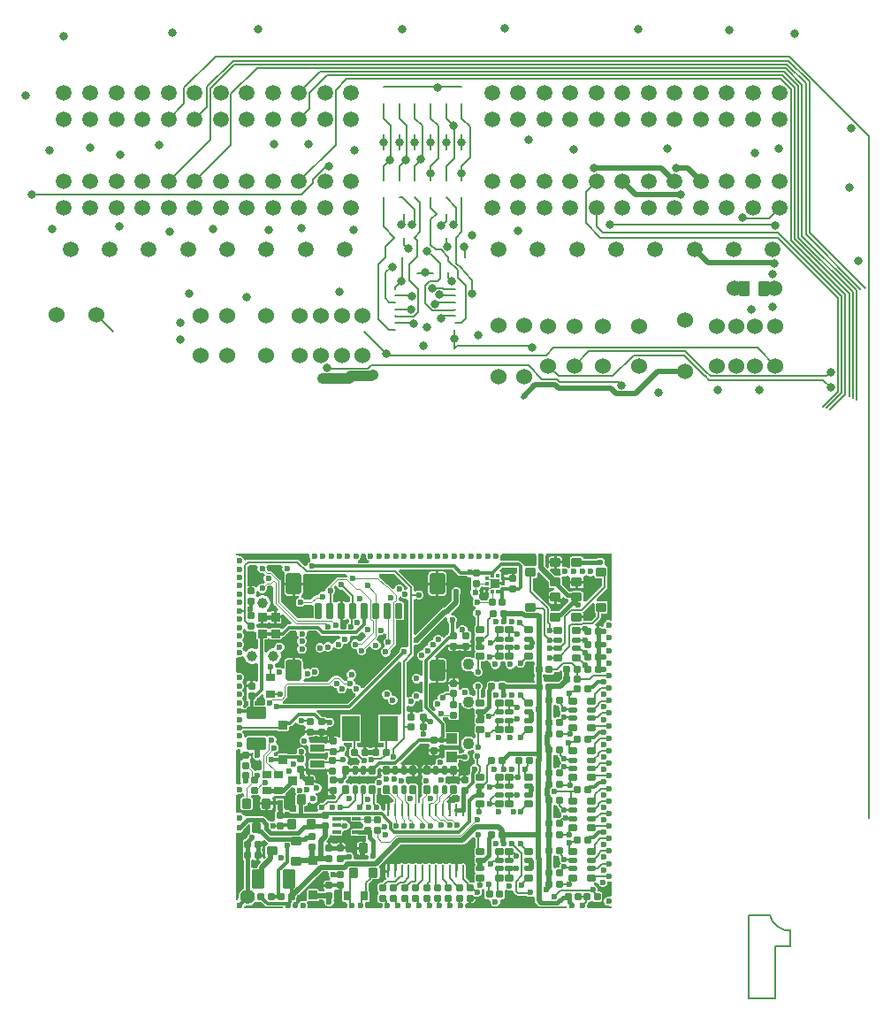
<source format=gbl>
G75*
G70*
%OFA0B0*%
%FSLAX25Y25*%
%IPPOS*%
%LPD*%
%AMOC8*
5,1,8,0,0,1.08239X$1,22.5*
%
%AMM100*
21,1,0.035830,0.026770,-0.000000,0.000000,90.000000*
21,1,0.029130,0.033470,-0.000000,0.000000,90.000000*
1,1,0.006690,0.013390,0.014570*
1,1,0.006690,0.013390,-0.014570*
1,1,0.006690,-0.013390,-0.014570*
1,1,0.006690,-0.013390,0.014570*
%
%AMM101*
21,1,0.027560,0.049610,-0.000000,0.000000,90.000000*
21,1,0.022050,0.055120,-0.000000,0.000000,90.000000*
1,1,0.005510,0.024800,0.011020*
1,1,0.005510,0.024800,-0.011020*
1,1,0.005510,-0.024800,-0.011020*
1,1,0.005510,-0.024800,0.011020*
%
%AMM102*
21,1,0.070870,0.036220,-0.000000,0.000000,180.000000*
21,1,0.061810,0.045280,-0.000000,0.000000,180.000000*
1,1,0.009060,-0.030910,0.018110*
1,1,0.009060,0.030910,0.018110*
1,1,0.009060,0.030910,-0.018110*
1,1,0.009060,-0.030910,-0.018110*
%
%AMM103*
21,1,0.027560,0.030710,-0.000000,0.000000,180.000000*
21,1,0.022050,0.036220,-0.000000,0.000000,180.000000*
1,1,0.005510,-0.011020,0.015350*
1,1,0.005510,0.011020,0.015350*
1,1,0.005510,0.011020,-0.015350*
1,1,0.005510,-0.011020,-0.015350*
%
%AMM59*
21,1,0.025590,0.026380,-0.000000,0.000000,0.000000*
21,1,0.020470,0.031500,-0.000000,0.000000,0.000000*
1,1,0.005120,0.010240,-0.013190*
1,1,0.005120,-0.010240,-0.013190*
1,1,0.005120,-0.010240,0.013190*
1,1,0.005120,0.010240,0.013190*
%
%AMM60*
21,1,0.017720,0.027950,-0.000000,0.000000,0.000000*
21,1,0.014170,0.031500,-0.000000,0.000000,0.000000*
1,1,0.003540,0.007090,-0.013980*
1,1,0.003540,-0.007090,-0.013980*
1,1,0.003540,-0.007090,0.013980*
1,1,0.003540,0.007090,0.013980*
%
%AMM63*
21,1,0.027560,0.018900,-0.000000,0.000000,180.000000*
21,1,0.022840,0.023620,-0.000000,0.000000,180.000000*
1,1,0.004720,-0.011420,0.009450*
1,1,0.004720,0.011420,0.009450*
1,1,0.004720,0.011420,-0.009450*
1,1,0.004720,-0.011420,-0.009450*
%
%AMM65*
21,1,0.027560,0.018900,-0.000000,0.000000,270.000000*
21,1,0.022840,0.023620,-0.000000,0.000000,270.000000*
1,1,0.004720,-0.009450,-0.011420*
1,1,0.004720,-0.009450,0.011420*
1,1,0.004720,0.009450,0.011420*
1,1,0.004720,0.009450,-0.011420*
%
%AMM67*
21,1,0.035430,0.030320,-0.000000,0.000000,0.000000*
21,1,0.028350,0.037400,-0.000000,0.000000,0.000000*
1,1,0.007090,0.014170,-0.015160*
1,1,0.007090,-0.014170,-0.015160*
1,1,0.007090,-0.014170,0.015160*
1,1,0.007090,0.014170,0.015160*
%
%AMM70*
21,1,0.027560,0.030710,-0.000000,0.000000,90.000000*
21,1,0.022050,0.036220,-0.000000,0.000000,90.000000*
1,1,0.005510,0.015350,0.011020*
1,1,0.005510,0.015350,-0.011020*
1,1,0.005510,-0.015350,-0.011020*
1,1,0.005510,-0.015350,0.011020*
%
%AMM91*
21,1,0.033470,0.026770,-0.000000,0.000000,180.000000*
21,1,0.026770,0.033470,-0.000000,0.000000,180.000000*
1,1,0.006690,-0.013390,0.013390*
1,1,0.006690,0.013390,0.013390*
1,1,0.006690,0.013390,-0.013390*
1,1,0.006690,-0.013390,-0.013390*
%
%AMM92*
21,1,0.025590,0.026380,-0.000000,0.000000,90.000000*
21,1,0.020470,0.031500,-0.000000,0.000000,90.000000*
1,1,0.005120,0.013190,0.010240*
1,1,0.005120,0.013190,-0.010240*
1,1,0.005120,-0.013190,-0.010240*
1,1,0.005120,-0.013190,0.010240*
%
%AMM93*
21,1,0.017720,0.027950,-0.000000,0.000000,90.000000*
21,1,0.014170,0.031500,-0.000000,0.000000,90.000000*
1,1,0.003540,0.013980,0.007090*
1,1,0.003540,0.013980,-0.007090*
1,1,0.003540,-0.013980,-0.007090*
1,1,0.003540,-0.013980,0.007090*
%
%AMM94*
21,1,0.033470,0.026770,-0.000000,0.000000,90.000000*
21,1,0.026770,0.033470,-0.000000,0.000000,90.000000*
1,1,0.006690,0.013390,0.013390*
1,1,0.006690,0.013390,-0.013390*
1,1,0.006690,-0.013390,-0.013390*
1,1,0.006690,-0.013390,0.013390*
%
%AMM95*
21,1,0.078740,0.045670,-0.000000,0.000000,270.000000*
21,1,0.067320,0.057090,-0.000000,0.000000,270.000000*
1,1,0.011420,-0.022840,-0.033660*
1,1,0.011420,-0.022840,0.033660*
1,1,0.011420,0.022840,0.033660*
1,1,0.011420,0.022840,-0.033660*
%
%AMM96*
21,1,0.059060,0.020470,-0.000000,0.000000,270.000000*
21,1,0.053940,0.025590,-0.000000,0.000000,270.000000*
1,1,0.005120,-0.010240,-0.026970*
1,1,0.005120,-0.010240,0.026970*
1,1,0.005120,0.010240,0.026970*
1,1,0.005120,0.010240,-0.026970*
%
%AMM97*
21,1,0.035430,0.030320,-0.000000,0.000000,270.000000*
21,1,0.028350,0.037400,-0.000000,0.000000,270.000000*
1,1,0.007090,-0.015160,-0.014170*
1,1,0.007090,-0.015160,0.014170*
1,1,0.007090,0.015160,0.014170*
1,1,0.007090,0.015160,-0.014170*
%
%AMM98*
21,1,0.012600,0.028980,-0.000000,0.000000,270.000000*
21,1,0.010080,0.031500,-0.000000,0.000000,270.000000*
1,1,0.002520,-0.014490,-0.005040*
1,1,0.002520,-0.014490,0.005040*
1,1,0.002520,0.014490,0.005040*
1,1,0.002520,0.014490,-0.005040*
%
%AMM99*
21,1,0.070870,0.036220,-0.000000,0.000000,90.000000*
21,1,0.061810,0.045280,-0.000000,0.000000,90.000000*
1,1,0.009060,0.018110,0.030910*
1,1,0.009060,0.018110,-0.030910*
1,1,0.009060,-0.018110,-0.030910*
1,1,0.009060,-0.018110,0.030910*
%
%ADD10C,0.05906*%
%ADD11C,0.06000*%
%ADD116R,0.01378X0.01476*%
%ADD117R,0.01968X0.01968*%
%ADD12C,0.02362*%
%ADD123R,0.01476X0.01378*%
%ADD13R,0.14567X0.00787*%
%ADD14R,0.01575X0.00787*%
%ADD147M59*%
%ADD148M60*%
%ADD15R,0.06299X0.00787*%
%ADD152M63*%
%ADD154M65*%
%ADD156M67*%
%ADD16R,0.38189X0.00787*%
%ADD160M70*%
%ADD17R,0.09055X0.00787*%
%ADD18R,0.00787X0.05512*%
%ADD183M91*%
%ADD184M92*%
%ADD185M93*%
%ADD186M94*%
%ADD187M95*%
%ADD188M96*%
%ADD189M97*%
%ADD19R,0.00787X0.25197*%
%ADD190M98*%
%ADD191O,0.00984X0.04961*%
%ADD192M99*%
%ADD193M100*%
%ADD194R,0.06693X0.09449*%
%ADD195M101*%
%ADD196R,0.04331X0.03937*%
%ADD197M102*%
%ADD198M103*%
%ADD20R,0.00787X0.06693*%
%ADD21R,0.00787X0.12992*%
%ADD22R,0.27559X0.00787*%
%ADD23R,0.12992X0.00787*%
%ADD24R,0.24803X0.00787*%
%ADD25C,0.03150*%
%ADD26C,0.00787*%
%ADD27C,0.01969*%
%ADD28C,0.03937*%
%ADD31C,0.00591*%
%ADD37C,0.00984*%
%ADD38C,0.01968*%
%ADD72C,0.00492*%
%ADD73C,0.01181*%
%ADD74C,0.01260*%
%ADD75C,0.01575*%
%ADD76C,0.04331*%
%ADD77C,0.03900*%
%ADD78C,0.05512*%
X0000000Y0000000D02*
%LPD*%
G01*
D26*
X0293307Y0043307D02*
X0293307Y0011811D01*
X0293307Y0011811D02*
X0303150Y0011811D01*
X0301181Y0043307D02*
X0293307Y0043307D01*
X0303150Y0031496D02*
X0309055Y0031496D01*
X0303150Y0011811D02*
X0303150Y0031496D01*
X0309055Y0037402D02*
X0309055Y0031496D01*
X0309055Y0037402D02*
G75*
G02*
X0301181Y0043307I-000309J0007791D01*
G01*
D10*
X0304741Y0353214D03*
X0294899Y0353214D03*
X0285056Y0353214D03*
X0275214Y0353214D03*
X0265371Y0353214D03*
X0255529Y0353214D03*
X0245686Y0353214D03*
X0235844Y0353214D03*
X0226001Y0353214D03*
X0216159Y0353214D03*
X0206316Y0353214D03*
X0196473Y0353214D03*
X0304741Y0343372D03*
X0294899Y0343372D03*
X0285056Y0343372D03*
X0275214Y0343372D03*
X0265371Y0343372D03*
X0255529Y0343372D03*
X0245686Y0343372D03*
X0235844Y0343372D03*
X0226001Y0343372D03*
X0216159Y0343372D03*
X0206316Y0343372D03*
X0196473Y0343372D03*
X0304741Y0319750D03*
X0294899Y0319750D03*
X0285056Y0319750D03*
X0275214Y0319750D03*
X0265371Y0319750D03*
X0255529Y0319750D03*
X0245686Y0319750D03*
X0235844Y0319750D03*
X0226001Y0319750D03*
X0216159Y0319750D03*
X0206316Y0319750D03*
X0196473Y0319750D03*
X0304741Y0309907D03*
X0294899Y0309907D03*
X0285056Y0309907D03*
X0275214Y0309907D03*
X0265371Y0309907D03*
X0255529Y0309907D03*
X0245686Y0309907D03*
X0235844Y0309907D03*
X0226001Y0309907D03*
X0216159Y0309907D03*
X0206316Y0309907D03*
X0196473Y0309907D03*
X0302281Y0294159D03*
X0287517Y0294159D03*
X0272753Y0294159D03*
X0257989Y0294159D03*
X0243225Y0294159D03*
X0228462Y0294159D03*
X0213698Y0294159D03*
X0198934Y0294159D03*
X0143324Y0353214D03*
X0133481Y0353214D03*
X0123639Y0353214D03*
X0113796Y0353214D03*
X0103954Y0353214D03*
X0094111Y0353214D03*
X0084269Y0353214D03*
X0074426Y0353214D03*
X0064584Y0353214D03*
X0054741Y0353214D03*
X0044899Y0353214D03*
X0035056Y0353214D03*
X0143324Y0343372D03*
X0133481Y0343372D03*
X0123639Y0343372D03*
X0113796Y0343372D03*
X0103954Y0343372D03*
X0094111Y0343372D03*
X0084269Y0343372D03*
X0074426Y0343372D03*
X0064584Y0343372D03*
X0054741Y0343372D03*
X0044899Y0343372D03*
X0035056Y0343372D03*
X0143324Y0319750D03*
X0133481Y0319750D03*
X0123639Y0319750D03*
X0113796Y0319750D03*
X0103954Y0319750D03*
X0094111Y0319750D03*
X0084269Y0319750D03*
X0074426Y0319750D03*
X0064584Y0319750D03*
X0054741Y0319750D03*
X0044899Y0319750D03*
X0035056Y0319750D03*
X0143324Y0309907D03*
X0133481Y0309907D03*
X0123639Y0309907D03*
X0113796Y0309907D03*
X0103954Y0309907D03*
X0094111Y0309907D03*
X0084269Y0309907D03*
X0074426Y0309907D03*
X0064584Y0309907D03*
X0054741Y0309907D03*
X0044899Y0309907D03*
X0035056Y0309907D03*
X0140863Y0294159D03*
X0126099Y0294159D03*
X0111336Y0294159D03*
X0096572Y0294159D03*
X0081808Y0294159D03*
X0067044Y0294159D03*
X0052281Y0294159D03*
X0037517Y0294159D03*
D11*
X0131890Y0269311D03*
X0131890Y0254311D03*
X0032244Y0269685D03*
X0047244Y0269685D03*
X0124016Y0269311D03*
X0124016Y0254311D03*
X0086614Y0269311D03*
X0086614Y0254311D03*
X0208661Y0265551D03*
X0208661Y0246260D03*
X0111220Y0269311D03*
X0111220Y0254311D03*
X0269291Y0267520D03*
X0269291Y0248228D03*
X0198819Y0265551D03*
X0198819Y0246260D03*
X0251969Y0265374D03*
X0251969Y0250374D03*
X0147638Y0269311D03*
X0147638Y0254311D03*
X0303150Y0265374D03*
X0303150Y0250374D03*
X0281102Y0265374D03*
X0281102Y0250374D03*
X0288583Y0265374D03*
X0288583Y0250374D03*
X0139764Y0269311D03*
X0139764Y0254311D03*
X0295669Y0265374D03*
X0295669Y0250374D03*
D12*
X0214862Y0178445D03*
X0197933Y0178445D03*
X0194784Y0178445D03*
X0191634Y0178445D03*
X0188484Y0178445D03*
X0185335Y0178445D03*
X0182185Y0178445D03*
X0179035Y0178445D03*
X0175886Y0178445D03*
X0172736Y0178445D03*
X0169587Y0178445D03*
X0166437Y0178445D03*
X0163287Y0178445D03*
X0160138Y0178445D03*
X0156988Y0178445D03*
X0153839Y0178445D03*
X0150689Y0178445D03*
X0145177Y0178445D03*
X0142028Y0178445D03*
X0138878Y0178445D03*
X0135728Y0178445D03*
X0132579Y0178445D03*
X0129429Y0178445D03*
D13*
X0110335Y0046161D03*
D14*
X0122343Y0046161D03*
D13*
X0134350Y0046161D03*
D15*
X0151870Y0046161D03*
D16*
X0205610Y0046161D03*
D17*
X0237106Y0046161D03*
D18*
X0241240Y0053248D03*
D19*
X0100295Y0061516D03*
D20*
X0100295Y0085335D03*
D21*
X0100295Y0099114D03*
D18*
X0100295Y0137500D03*
D19*
X0241240Y0167028D03*
D22*
X0113681Y0179232D03*
D14*
X0147933Y0179232D03*
D23*
X0206398Y0179232D03*
D24*
X0229232Y0179232D03*
D12*
X0101083Y0176870D03*
X0101083Y0173720D03*
X0101083Y0170571D03*
X0101083Y0167421D03*
X0101083Y0164272D03*
X0101083Y0161122D03*
X0101083Y0157972D03*
X0101083Y0154823D03*
X0101083Y0151673D03*
X0101083Y0148524D03*
X0101083Y0145374D03*
X0101083Y0142224D03*
X0101083Y0132776D03*
X0101083Y0129626D03*
X0101083Y0126476D03*
X0101083Y0123327D03*
X0101083Y0120177D03*
X0101083Y0117028D03*
X0101083Y0113878D03*
X0101083Y0110728D03*
X0101083Y0107579D03*
X0101083Y0090650D03*
X0101083Y0080020D03*
X0101083Y0076083D03*
X0101083Y0046949D03*
X0240453Y0152461D03*
X0240453Y0147736D03*
X0240453Y0143012D03*
X0240453Y0138287D03*
X0240453Y0133563D03*
X0240453Y0128839D03*
X0240453Y0124114D03*
X0240453Y0119390D03*
X0240453Y0114665D03*
X0240453Y0109941D03*
X0240453Y0105217D03*
X0240453Y0100492D03*
X0240453Y0095768D03*
X0240453Y0091043D03*
X0240453Y0086319D03*
X0240453Y0081595D03*
X0240453Y0076870D03*
X0240453Y0072146D03*
X0240453Y0067421D03*
X0240453Y0062697D03*
X0240453Y0057972D03*
X0240453Y0048524D03*
X0230610Y0046949D03*
X0226673Y0046949D03*
X0184547Y0046949D03*
X0180610Y0046949D03*
X0176673Y0046949D03*
X0172736Y0046949D03*
X0168799Y0046949D03*
X0164862Y0046949D03*
X0160925Y0046949D03*
X0156988Y0046949D03*
X0146752Y0046949D03*
X0143602Y0046949D03*
X0125098Y0046949D03*
X0119587Y0046949D03*
D11*
X0096457Y0269311D03*
X0096457Y0254311D03*
X0227559Y0265374D03*
X0227559Y0250374D03*
X0238189Y0265374D03*
X0238189Y0250374D03*
X0217717Y0265374D03*
X0217717Y0250374D03*
X0287756Y0279528D03*
G36*
G01*
X0289547Y0277067D02*
X0289547Y0281988D01*
G75*
G02*
X0289941Y0282382I0000394J0000000D01*
G01*
X0293091Y0282382D01*
G75*
G02*
X0293484Y0281988I0000000J-000394D01*
G01*
X0293484Y0277067D01*
G75*
G02*
X0293091Y0276673I-000394J0000000D01*
G01*
X0289941Y0276673D01*
G75*
G02*
X0289547Y0277067I0000000J0000394D01*
G01*
G37*
G36*
G01*
X0297028Y0277067D02*
X0297028Y0281988D01*
G75*
G02*
X0297421Y0282382I0000394J0000000D01*
G01*
X0300571Y0282382D01*
G75*
G02*
X0300965Y0281988I0000000J-000394D01*
G01*
X0300965Y0277067D01*
G75*
G02*
X0300571Y0276673I-000394J0000000D01*
G01*
X0297421Y0276673D01*
G75*
G02*
X0297028Y0277067I0000000J0000394D01*
G01*
G37*
X0302756Y0279528D03*
D25*
X0166104Y0303409D03*
X0158825Y0287611D03*
X0173225Y0322835D03*
X0176629Y0277079D03*
X0182244Y0260690D03*
X0022835Y0314961D03*
X0181848Y0303408D03*
X0173810Y0279536D03*
X0176025Y0355118D03*
X0188976Y0277559D03*
X0135039Y0325591D03*
X0165905Y0271457D03*
X0177356Y0303222D03*
X0175032Y0273696D03*
X0134250Y0249677D03*
X0172043Y0293536D03*
X0245276Y0242911D03*
X0211451Y0257191D03*
X0177165Y0268110D03*
X0166732Y0266339D03*
X0162205Y0303543D03*
X0166142Y0276575D03*
X0302891Y0288740D03*
X0234843Y0324803D03*
X0156496Y0255003D03*
X0265752Y0324852D03*
X0267717Y0314961D03*
X0303346Y0303150D03*
X0240945Y0303543D03*
X0181841Y0340815D03*
X0157781Y0327948D03*
X0169675Y0328125D03*
X0163729Y0328042D03*
X0185036Y0322835D03*
X0179134Y0334646D03*
X0108268Y0377165D03*
X0124409Y0302362D03*
X0112205Y0301575D03*
X0285827Y0376772D03*
X0103937Y0276378D03*
X0161417Y0334646D03*
X0035039Y0374409D03*
X0162598Y0377165D03*
X0155512Y0334646D03*
X0078983Y0260387D03*
X0294094Y0271654D03*
X0074803Y0300787D03*
X0162267Y0282281D03*
X0091339Y0301969D03*
X0056299Y0329921D03*
X0044882Y0332677D03*
X0210236Y0335433D03*
X0185816Y0295118D03*
X0171260Y0285433D03*
X0227165Y0331890D03*
X0181199Y0282354D03*
X0170472Y0257874D03*
X0302362Y0272441D03*
X0167323Y0334646D03*
X0075984Y0375984D03*
X0188976Y0299606D03*
X0262598Y0332283D03*
X0179709Y0295206D03*
X0138976Y0278346D03*
X0114173Y0333858D03*
X0144488Y0331496D03*
X0127165Y0333858D03*
X0334646Y0289764D03*
X0055906Y0302756D03*
X0251480Y0377073D03*
X0172047Y0264961D03*
X0078740Y0266535D03*
X0029528Y0331496D03*
X0201181Y0377559D03*
X0020472Y0352362D03*
X0259261Y0240097D03*
X0173228Y0334646D03*
X0331952Y0340020D03*
X0310629Y0375499D03*
X0030709Y0301969D03*
X0331102Y0317717D03*
X0070866Y0333465D03*
X0302362Y0285039D03*
X0191339Y0261811D03*
X0297244Y0241339D03*
X0164743Y0294563D03*
X0295669Y0330709D03*
X0304724Y0332283D03*
X0206299Y0301181D03*
X0144094Y0301575D03*
X0185039Y0334646D03*
X0082283Y0277559D03*
X0281496Y0241339D03*
X0290945Y0306299D03*
X0324116Y0242097D03*
X0324260Y0248031D03*
D26*
X0174083Y0291496D02*
X0172043Y0293536D01*
X0166535Y0266535D02*
X0166732Y0266339D01*
X0179961Y0289975D02*
X0183524Y0286412D01*
X0150747Y0250394D02*
X0149696Y0249343D01*
X0176419Y0355512D02*
X0176025Y0355118D01*
X0182530Y0269094D02*
X0178150Y0269094D01*
X0167126Y0309252D02*
X0162598Y0313780D01*
X0182874Y0304434D02*
X0182874Y0307628D01*
X0158516Y0287611D02*
X0158825Y0287611D01*
X0186417Y0268130D02*
X0184823Y0266535D01*
X0185039Y0355512D02*
X0176419Y0355512D01*
X0168701Y0270633D02*
X0168701Y0279082D01*
X0183228Y0257874D02*
X0182244Y0256890D01*
X0156339Y0291339D02*
X0156339Y0295364D01*
X0186181Y0285704D02*
X0186181Y0285433D01*
X0166965Y0268898D02*
X0168701Y0270633D01*
X0175394Y0307628D02*
X0173228Y0305463D01*
X0155516Y0355512D02*
X0175632Y0355512D01*
X0167323Y0313780D02*
X0169291Y0311811D01*
X0178422Y0279362D02*
X0178144Y0279362D01*
X0178076Y0279430D02*
X0177935Y0279430D01*
X0153681Y0267992D02*
X0157697Y0263976D01*
X0186181Y0285433D02*
X0186181Y0285704D01*
X0177935Y0279430D02*
X0177834Y0279532D01*
X0210768Y0257874D02*
X0183228Y0257874D01*
X0177356Y0303222D02*
X0179134Y0305000D01*
X0165708Y0271654D02*
X0165905Y0271457D01*
X0155512Y0313780D02*
X0155512Y0302805D01*
X0178427Y0279358D02*
X0178422Y0279362D01*
X0175560Y0279648D02*
X0175270Y0279358D01*
X0182874Y0289011D02*
X0184761Y0287123D01*
X0211451Y0257191D02*
X0210768Y0257874D01*
X0173228Y0305463D02*
X0173228Y0296001D01*
X0210162Y0250394D02*
X0150747Y0250394D01*
X0159990Y0271654D02*
X0165708Y0271654D01*
X0171251Y0280616D02*
X0171251Y0273798D01*
X0022835Y0314961D02*
X0124417Y0314961D01*
X0175270Y0279358D02*
X0173988Y0279358D01*
X0169291Y0311811D02*
X0169291Y0300837D01*
X0156339Y0291339D02*
X0153681Y0288681D01*
X0159990Y0276772D02*
X0165945Y0276772D01*
X0173912Y0271137D02*
X0182012Y0271137D01*
X0174213Y0291496D02*
X0176890Y0288819D01*
X0222047Y0244094D02*
X0220854Y0245288D01*
X0173225Y0343701D02*
X0176138Y0340788D01*
X0128740Y0319283D02*
X0128740Y0320576D01*
X0149696Y0249343D02*
X0134585Y0249343D01*
X0182244Y0263691D02*
X0182530Y0263976D01*
X0182874Y0310039D02*
X0182874Y0307628D01*
X0167126Y0298671D02*
X0168307Y0297490D01*
X0163386Y0304724D02*
X0162205Y0303543D01*
X0157697Y0263976D02*
X0159990Y0263976D01*
X0176890Y0288819D02*
X0176890Y0283264D01*
X0153681Y0288681D02*
X0153681Y0267992D01*
X0175549Y0274213D02*
X0175032Y0273696D01*
X0173228Y0349213D02*
X0173228Y0343705D01*
X0176138Y0340788D02*
X0176138Y0328543D01*
X0185039Y0300837D02*
X0182874Y0298671D01*
X0175731Y0282106D02*
X0172740Y0282106D01*
X0173225Y0325630D02*
X0173225Y0322835D01*
X0182530Y0274213D02*
X0175549Y0274213D01*
X0188976Y0282638D02*
X0188976Y0277559D01*
X0174213Y0291496D02*
X0174083Y0291496D01*
X0160187Y0268898D02*
X0166965Y0268898D01*
X0173228Y0343705D02*
X0173225Y0343701D01*
X0159990Y0269094D02*
X0160187Y0268898D01*
X0177146Y0294154D02*
X0179961Y0291339D01*
X0171251Y0273798D02*
X0173912Y0271137D01*
X0177680Y0279648D02*
X0175560Y0279648D01*
X0182530Y0276772D02*
X0176936Y0276772D01*
X0165354Y0282429D02*
X0165354Y0288543D01*
X0159990Y0266535D02*
X0166535Y0266535D01*
X0184823Y0266535D02*
X0182530Y0266535D01*
X0172740Y0282106D02*
X0171251Y0280616D01*
X0186181Y0285704D02*
X0184761Y0287123D01*
X0165945Y0276772D02*
X0166142Y0276575D01*
X0156102Y0285197D02*
X0156102Y0275807D01*
X0182244Y0256890D02*
X0182244Y0260690D01*
X0182530Y0279331D02*
X0182502Y0279358D01*
X0182874Y0298671D02*
X0182874Y0289011D01*
X0156339Y0295364D02*
X0159646Y0298671D01*
X0173228Y0309793D02*
X0175394Y0307628D01*
X0186417Y0280654D02*
X0186417Y0268130D01*
X0182502Y0279358D02*
X0178427Y0279358D01*
X0173228Y0296001D02*
X0175076Y0294154D01*
X0128740Y0320576D02*
X0133754Y0325591D01*
X0186181Y0285433D02*
X0188976Y0282638D01*
X0169291Y0300837D02*
X0167126Y0298671D01*
X0166104Y0303409D02*
X0167126Y0304431D01*
X0179134Y0313780D02*
X0182874Y0310039D01*
X0176890Y0283264D02*
X0175731Y0282106D01*
X0183524Y0286412D02*
X0183524Y0283548D01*
X0177834Y0279532D02*
X0177796Y0279532D01*
X0167126Y0307628D02*
X0167126Y0309252D01*
X0163386Y0307628D02*
X0163386Y0304724D01*
X0215268Y0245288D02*
X0210162Y0250394D01*
X0220854Y0245288D02*
X0215268Y0245288D01*
X0178150Y0269094D02*
X0177165Y0268110D01*
X0177796Y0279532D02*
X0177680Y0279648D01*
X0173228Y0313780D02*
X0173228Y0309793D01*
X0165354Y0288543D02*
X0168307Y0291496D01*
X0183524Y0283548D02*
X0186417Y0280654D01*
X0184761Y0287123D02*
X0186181Y0285704D01*
X0245276Y0242911D02*
X0244093Y0244094D01*
X0156339Y0285433D02*
X0158516Y0287611D01*
X0182244Y0260690D02*
X0182244Y0263691D01*
X0155512Y0302805D02*
X0159646Y0298671D01*
X0179134Y0305000D02*
X0179134Y0307628D01*
X0173225Y0322835D02*
X0173225Y0320079D01*
X0182012Y0271137D02*
X0182530Y0271654D01*
X0178144Y0279362D02*
X0178076Y0279430D01*
X0176138Y0328543D02*
X0173225Y0325630D01*
X0156102Y0275807D02*
X0157697Y0274213D01*
X0173988Y0279358D02*
X0173810Y0279536D01*
X0176936Y0276772D02*
X0176629Y0277079D01*
X0185039Y0313780D02*
X0185039Y0300837D01*
X0124417Y0314961D02*
X0128740Y0319283D01*
X0168701Y0279082D02*
X0165354Y0282429D01*
X0162598Y0313780D02*
X0161417Y0313780D01*
X0181848Y0303408D02*
X0182874Y0304434D01*
X0175632Y0355512D02*
X0176025Y0355118D01*
X0244093Y0244094D02*
X0222047Y0244094D01*
X0133754Y0325591D02*
X0135039Y0325591D01*
X0157697Y0274213D02*
X0159990Y0274213D01*
X0167126Y0304431D02*
X0167126Y0307628D01*
X0175076Y0294154D02*
X0177146Y0294154D01*
X0168307Y0297490D02*
X0168307Y0291496D01*
X0134585Y0249343D02*
X0134250Y0249677D01*
X0179961Y0291339D02*
X0179961Y0289975D01*
X0156339Y0285433D02*
X0156102Y0285197D01*
D27*
X0302891Y0288740D02*
X0302532Y0289099D01*
X0302532Y0289099D02*
X0277814Y0289099D01*
X0277814Y0289099D02*
X0272753Y0294159D01*
X0260318Y0324803D02*
X0234843Y0324803D01*
X0265371Y0319750D02*
X0260318Y0324803D01*
D26*
X0219610Y0257114D02*
X0216728Y0254232D01*
X0216728Y0254232D02*
X0157267Y0254232D01*
X0157267Y0254232D02*
X0156496Y0255003D01*
X0296409Y0257114D02*
X0219610Y0257114D01*
X0303150Y0250374D02*
X0296409Y0257114D01*
X0148159Y0263340D02*
X0156496Y0255003D01*
X0047244Y0269685D02*
X0053589Y0263340D01*
D27*
X0270112Y0324852D02*
X0275214Y0319750D01*
X0265752Y0324852D02*
X0270112Y0324852D01*
X0250475Y0314961D02*
X0267717Y0314961D01*
X0245686Y0319750D02*
X0250475Y0314961D01*
D26*
X0326969Y0240669D02*
X0326969Y0275926D01*
X0231907Y0304081D02*
X0231907Y0315813D01*
X0237267Y0298720D02*
X0231907Y0304081D01*
X0304174Y0298720D02*
X0237267Y0298720D01*
X0231907Y0315813D02*
X0235844Y0319750D01*
X0321260Y0234960D02*
X0326969Y0240669D01*
X0326969Y0275926D02*
X0304174Y0298720D01*
X0328346Y0276497D02*
X0304351Y0300492D01*
X0238091Y0300492D02*
X0235844Y0302739D01*
X0304351Y0300492D02*
X0238091Y0300492D01*
X0322638Y0234389D02*
X0328346Y0240098D01*
X0235844Y0302739D02*
X0235844Y0309907D01*
X0328346Y0240098D02*
X0328346Y0276497D01*
X0302953Y0303543D02*
X0303346Y0303150D01*
X0240945Y0303543D02*
X0302953Y0303543D01*
X0182111Y0340719D02*
X0182111Y0328611D01*
X0179134Y0349213D02*
X0179134Y0343705D01*
X0179130Y0343701D02*
X0182111Y0340719D01*
X0179130Y0325630D02*
X0179130Y0320079D01*
X0182111Y0328611D02*
X0179130Y0325630D01*
X0179134Y0343705D02*
X0179130Y0343701D01*
X0090174Y0354845D02*
X0099305Y0363976D01*
X0307717Y0363976D02*
X0314764Y0356929D01*
X0074426Y0319750D02*
X0090174Y0335498D01*
X0314764Y0299823D02*
X0335236Y0279350D01*
X0090174Y0335498D02*
X0090174Y0354845D01*
X0099305Y0363976D02*
X0307717Y0363976D01*
X0314764Y0356929D02*
X0314764Y0299823D01*
X0155512Y0343701D02*
X0158307Y0340906D01*
X0155516Y0349213D02*
X0155516Y0343705D01*
X0158307Y0340906D02*
X0158307Y0328425D01*
X0158307Y0328425D02*
X0155512Y0325630D01*
X0155516Y0343705D02*
X0155512Y0343701D01*
X0155512Y0325630D02*
X0155512Y0320079D01*
X0167323Y0349213D02*
X0167323Y0343705D01*
X0170268Y0328579D02*
X0167319Y0325630D01*
X0170268Y0340752D02*
X0170268Y0328579D01*
X0167319Y0325630D02*
X0167319Y0320079D01*
X0167323Y0343705D02*
X0167319Y0343701D01*
X0167319Y0343701D02*
X0170268Y0340752D01*
X0161417Y0343705D02*
X0161414Y0343701D01*
X0161417Y0349213D02*
X0161417Y0343705D01*
X0164329Y0340785D02*
X0164329Y0328546D01*
X0161414Y0325630D02*
X0161414Y0320079D01*
X0164329Y0328546D02*
X0161414Y0325630D01*
X0161414Y0343701D02*
X0164329Y0340785D01*
X0185039Y0349213D02*
X0185039Y0343705D01*
X0185036Y0322835D02*
X0185036Y0320079D01*
X0185039Y0343705D02*
X0185036Y0343701D01*
X0188189Y0340547D02*
X0188189Y0328783D01*
X0185036Y0325630D02*
X0185036Y0322835D01*
X0185036Y0343701D02*
X0188189Y0340547D01*
X0188189Y0328783D02*
X0185036Y0325630D01*
X0312008Y0298681D02*
X0332480Y0278209D01*
X0312008Y0355728D02*
X0312008Y0298681D01*
X0332480Y0278209D02*
X0332480Y0238386D01*
X0123639Y0353214D02*
X0131645Y0361220D01*
X0306516Y0361220D02*
X0312008Y0355728D01*
X0131645Y0361220D02*
X0306516Y0361220D01*
X0305886Y0359843D02*
X0310630Y0355098D01*
X0310630Y0355098D02*
X0310630Y0298111D01*
X0310630Y0298111D02*
X0331102Y0277638D01*
X0123639Y0343372D02*
X0127576Y0347309D01*
X0134252Y0359843D02*
X0305886Y0359843D01*
X0127576Y0353166D02*
X0134252Y0359843D01*
X0127576Y0347309D02*
X0127576Y0353166D01*
X0331102Y0277638D02*
X0331102Y0238957D01*
X0308288Y0365354D02*
X0316142Y0357500D01*
X0084269Y0343372D02*
X0088796Y0347900D01*
X0316142Y0300394D02*
X0337086Y0279450D01*
X0088796Y0347900D02*
X0088796Y0355416D01*
X0098735Y0365354D02*
X0308288Y0365354D01*
X0088796Y0355416D02*
X0098735Y0365354D01*
X0316142Y0357500D02*
X0316142Y0300394D01*
X0338583Y0337008D02*
X0308661Y0366929D01*
X0308661Y0366929D02*
X0092126Y0366929D01*
X0080332Y0355135D02*
X0080332Y0349277D01*
X0080332Y0349277D02*
X0074426Y0343372D01*
X0338583Y0079922D02*
X0338583Y0337008D01*
X0092126Y0366929D02*
X0080332Y0355135D01*
X0305315Y0358465D02*
X0309252Y0354528D01*
X0309252Y0297540D02*
X0329724Y0277067D01*
X0137418Y0354269D02*
X0141614Y0358465D01*
X0329724Y0239527D02*
X0324016Y0233819D01*
X0141614Y0358465D02*
X0305315Y0358465D01*
X0137418Y0333529D02*
X0137418Y0354269D01*
X0123639Y0319750D02*
X0137418Y0333529D01*
X0329724Y0277067D02*
X0329724Y0239527D01*
X0309252Y0354528D02*
X0309252Y0297540D01*
X0333858Y0278780D02*
X0333858Y0237402D01*
X0313386Y0299252D02*
X0333858Y0278780D01*
X0084269Y0319750D02*
X0098048Y0333529D01*
X0313386Y0356359D02*
X0313386Y0299252D01*
X0307146Y0362598D02*
X0313386Y0356359D01*
X0098048Y0333529D02*
X0098048Y0352877D01*
X0098048Y0352877D02*
X0107770Y0362598D01*
X0107770Y0362598D02*
X0307146Y0362598D01*
D31*
X0173228Y0331850D02*
X0173228Y0334646D01*
D26*
X0179961Y0285433D02*
X0179961Y0283592D01*
X0162559Y0285433D02*
X0162559Y0291339D01*
X0162559Y0282573D02*
X0162267Y0282281D01*
X0159990Y0280004D02*
X0162267Y0282281D01*
X0179709Y0295206D02*
X0179134Y0295782D01*
D31*
X0167323Y0337402D02*
X0167323Y0334646D01*
X0155512Y0337402D02*
X0155512Y0334646D01*
D26*
X0179961Y0283592D02*
X0181199Y0282354D01*
X0171102Y0285276D02*
X0171260Y0285433D01*
D31*
X0167323Y0331850D02*
X0167323Y0334646D01*
D26*
X0186181Y0294753D02*
X0185816Y0295118D01*
D31*
X0173228Y0337402D02*
X0173228Y0334646D01*
D26*
X0186181Y0291339D02*
X0186181Y0294753D01*
D31*
X0185039Y0337402D02*
X0185039Y0334646D01*
X0161417Y0331850D02*
X0161417Y0334646D01*
D26*
X0162559Y0285433D02*
X0162559Y0282573D01*
X0159990Y0279331D02*
X0159990Y0280004D01*
D31*
X0179134Y0337402D02*
X0179134Y0334646D01*
X0155512Y0331850D02*
X0155512Y0334646D01*
D26*
X0171417Y0285276D02*
X0171260Y0285433D01*
D31*
X0161417Y0337402D02*
X0161417Y0334646D01*
X0185039Y0331850D02*
X0185039Y0334646D01*
D26*
X0179134Y0295782D02*
X0179134Y0298671D01*
D31*
X0179134Y0331850D02*
X0179134Y0334646D01*
D26*
X0174213Y0285276D02*
X0171417Y0285276D01*
X0168307Y0285276D02*
X0171102Y0285276D01*
X0163386Y0298671D02*
X0163386Y0295920D01*
X0163386Y0295920D02*
X0164743Y0294563D01*
D28*
X0143300Y0246390D02*
X0142453Y0245544D01*
X0150919Y0246390D02*
X0143300Y0246390D01*
X0142453Y0245544D02*
X0132538Y0245544D01*
X0151576Y0247047D02*
X0150919Y0246390D01*
D27*
X0243307Y0239764D02*
X0250394Y0239764D01*
X0221626Y0241732D02*
X0241339Y0241732D01*
X0241339Y0241732D02*
X0243307Y0239764D01*
X0250394Y0239764D02*
X0258858Y0248228D01*
X0258858Y0248228D02*
X0269291Y0248228D01*
X0220231Y0243127D02*
X0221626Y0241732D01*
X0208066Y0238484D02*
X0212708Y0243127D01*
X0212708Y0243127D02*
X0220231Y0243127D01*
D26*
X0291274Y0305970D02*
X0300804Y0305970D01*
X0290945Y0306299D02*
X0291274Y0305970D01*
X0300804Y0305970D02*
X0304741Y0309907D01*
X0249606Y0253937D02*
X0250028Y0254358D01*
X0321330Y0244882D02*
X0324116Y0242097D01*
X0268796Y0254358D02*
X0276698Y0246457D01*
X0250028Y0254358D02*
X0268796Y0254358D01*
X0278217Y0245012D02*
X0286484Y0245012D01*
X0217717Y0250374D02*
X0221701Y0246390D01*
X0286484Y0245012D02*
X0286614Y0244882D01*
X0276772Y0246457D02*
X0278217Y0245012D01*
X0221701Y0246390D02*
X0242059Y0246390D01*
X0286614Y0244882D02*
X0321330Y0244882D01*
X0276698Y0246457D02*
X0276772Y0246457D01*
X0242059Y0246390D02*
X0249606Y0253937D01*
X0322618Y0246390D02*
X0278787Y0246390D01*
X0324260Y0248031D02*
X0322618Y0246390D01*
X0277342Y0247835D02*
X0277268Y0247835D01*
X0278787Y0246390D02*
X0277342Y0247835D01*
X0277268Y0247835D02*
X0269367Y0255736D01*
X0269367Y0255736D02*
X0232921Y0255736D01*
X0232921Y0255736D02*
X0227559Y0250374D01*
X0241634Y0045768D02*
G01*
G75*
G36*
X0100689Y0105825D02*
X0100730Y0105807D01*
X0101250Y0105807D01*
X0101483Y0105489D01*
X0101583Y0105277D01*
X0101638Y0105080D01*
X0101524Y0104909D01*
X0101460Y0104587D01*
X0101460Y0104134D01*
X0103445Y0104134D01*
X0105689Y0104134D01*
X0106217Y0104465D01*
X0106421Y0104366D01*
X0106421Y0104147D01*
X0106255Y0103746D01*
X0106255Y0103041D01*
X0106524Y0102390D01*
X0107023Y0101892D01*
X0107674Y0101622D01*
X0108379Y0101622D01*
X0108729Y0101767D01*
X0109517Y0101350D01*
X0109517Y0098259D01*
X0109258Y0098085D01*
X0109066Y0097799D01*
X0108286Y0097743D01*
X0107581Y0097743D01*
X0107490Y0097705D01*
X0107416Y0097703D01*
X0106644Y0098014D01*
X0106460Y0098290D01*
X0105430Y0099320D01*
X0105430Y0100650D01*
X0105366Y0100972D01*
X0105192Y0101232D01*
X0105183Y0101255D01*
X0105183Y0102092D01*
X0105192Y0102115D01*
X0105366Y0102375D01*
X0105430Y0102697D01*
X0105430Y0103150D01*
X0103445Y0103150D01*
X0101460Y0103150D01*
X0101460Y0102697D01*
X0101524Y0102375D01*
X0101698Y0102115D01*
X0101707Y0102092D01*
X0101707Y0101255D01*
X0101698Y0101232D01*
X0101524Y0100972D01*
X0101460Y0100650D01*
X0101460Y0098760D01*
X0101524Y0098438D01*
X0101698Y0098178D01*
X0101707Y0098155D01*
X0101707Y0097318D01*
X0101698Y0097295D01*
X0101524Y0097035D01*
X0101460Y0096713D01*
X0101460Y0094823D01*
X0101524Y0094501D01*
X0101690Y0094252D01*
X0101632Y0094110D01*
X0101632Y0093406D01*
X0101738Y0093148D01*
X0101646Y0092927D01*
X0101206Y0092422D01*
X0100730Y0092422D01*
X0100689Y0092405D01*
X0099902Y0092931D01*
X0099902Y0105298D01*
X0100689Y0105825D01*
D02*
G37*
G36*
X0100689Y0140470D02*
X0100730Y0140453D01*
X0101435Y0140453D01*
X0102086Y0140723D01*
X0102219Y0140856D01*
X0103007Y0140530D01*
X0103007Y0140500D01*
X0103207Y0139754D01*
X0103593Y0139085D01*
X0104139Y0138538D01*
X0104808Y0138152D01*
X0105555Y0137952D01*
X0106327Y0137952D01*
X0107074Y0138152D01*
X0107436Y0138361D01*
X0108223Y0137970D01*
X0108223Y0131519D01*
X0107679Y0131295D01*
X0107436Y0131243D01*
X0107207Y0131396D01*
X0106885Y0131460D01*
X0106235Y0131460D01*
X0106235Y0129672D01*
X0105743Y0129672D01*
X0105743Y0129180D01*
X0103758Y0129180D01*
X0103758Y0128727D01*
X0103822Y0128404D01*
X0103996Y0128145D01*
X0104005Y0128122D01*
X0104005Y0127284D01*
X0103996Y0127262D01*
X0103822Y0127003D01*
X0103758Y0126680D01*
X0103758Y0124790D01*
X0103822Y0124467D01*
X0104005Y0124194D01*
X0104279Y0124011D01*
X0104539Y0123960D01*
X0104539Y0122278D01*
X0104166Y0122204D01*
X0103821Y0121973D01*
X0103591Y0121628D01*
X0103542Y0121382D01*
X0102757Y0121382D01*
X0102439Y0122148D01*
X0102528Y0122267D01*
X0102585Y0122324D01*
X0102855Y0122975D01*
X0102855Y0123680D01*
X0102585Y0124331D01*
X0102528Y0124387D01*
X0102141Y0124902D01*
X0102528Y0125416D01*
X0102585Y0125473D01*
X0102855Y0126124D01*
X0102855Y0126829D01*
X0102585Y0127480D01*
X0102528Y0127537D01*
X0102141Y0128052D01*
X0102528Y0128566D01*
X0102585Y0128623D01*
X0102855Y0129274D01*
X0102855Y0129979D01*
X0102585Y0130630D01*
X0102528Y0130687D01*
X0102141Y0131201D01*
X0102528Y0131716D01*
X0102585Y0131772D01*
X0102855Y0132423D01*
X0102855Y0133128D01*
X0102585Y0133779D01*
X0102086Y0134278D01*
X0101435Y0134547D01*
X0100730Y0134547D01*
X0100689Y0134530D01*
X0099902Y0135057D01*
X0099902Y0139944D01*
X0100689Y0140470D01*
D02*
G37*
G36*
X0100689Y0088895D02*
X0100730Y0088878D01*
X0101435Y0088878D01*
X0102086Y0089148D01*
X0102257Y0089319D01*
X0103045Y0088993D01*
X0103045Y0087804D01*
X0102480Y0087804D01*
X0102112Y0087731D01*
X0101799Y0087522D01*
X0101590Y0087210D01*
X0101517Y0086841D01*
X0101517Y0083809D01*
X0101590Y0083441D01*
X0101799Y0083128D01*
X0102112Y0082919D01*
X0102480Y0082846D01*
X0105315Y0082846D01*
X0105684Y0082919D01*
X0105996Y0083128D01*
X0106205Y0083441D01*
X0106279Y0083809D01*
X0106279Y0086841D01*
X0106205Y0087210D01*
X0105996Y0087522D01*
X0105684Y0087731D01*
X0105847Y0088468D01*
X0108130Y0088468D01*
X0108287Y0088500D01*
X0108600Y0088548D01*
X0109267Y0087968D01*
X0109279Y0087551D01*
X0109238Y0087460D01*
X0109071Y0087210D01*
X0108997Y0086841D01*
X0108997Y0085817D01*
X0111378Y0085817D01*
X0113759Y0085817D01*
X0113759Y0086841D01*
X0113686Y0087210D01*
X0114032Y0087976D01*
X0114343Y0088107D01*
X0114508Y0088074D01*
X0117579Y0088074D01*
X0117917Y0088141D01*
X0118203Y0088332D01*
X0118395Y0088619D01*
X0118462Y0088957D01*
X0118462Y0089061D01*
X0118543Y0089115D01*
X0120845Y0091417D01*
X0121669Y0091365D01*
X0122094Y0090732D01*
X0122094Y0090028D01*
X0122364Y0089376D01*
X0122513Y0089227D01*
X0122494Y0089034D01*
X0122285Y0088721D01*
X0122212Y0088352D01*
X0122212Y0085321D01*
X0122285Y0084952D01*
X0122494Y0084640D01*
X0122692Y0084508D01*
X0122692Y0082139D01*
X0120575Y0082139D01*
X0120111Y0082603D01*
X0119460Y0082873D01*
X0118755Y0082873D01*
X0118012Y0083418D01*
X0118012Y0087107D01*
X0114862Y0087107D01*
X0114862Y0082382D01*
X0114862Y0082382D01*
X0114862Y0082382D01*
X0114760Y0082308D01*
X0114699Y0082264D01*
X0114517Y0081990D01*
X0114517Y0081990D01*
X0114453Y0081668D01*
X0114453Y0079778D01*
X0114517Y0079455D01*
X0114596Y0079336D01*
X0114171Y0078660D01*
X0114135Y0078675D01*
X0113431Y0078675D01*
X0112779Y0078405D01*
X0112101Y0078840D01*
X0110725Y0080216D01*
X0110270Y0080521D01*
X0109732Y0080628D01*
X0104223Y0080628D01*
X0103685Y0080521D01*
X0103603Y0080466D01*
X0103557Y0080460D01*
X0102736Y0080728D01*
X0102686Y0080779D01*
X0102585Y0081024D01*
X0102086Y0081522D01*
X0101435Y0081792D01*
X0100730Y0081792D01*
X0100689Y0081775D01*
X0099902Y0082301D01*
X0099902Y0088369D01*
X0100689Y0088895D01*
D02*
G37*
G36*
X0100689Y0074328D02*
X0100730Y0074311D01*
X0101435Y0074311D01*
X0102086Y0074581D01*
X0102585Y0075079D01*
X0102855Y0075731D01*
X0102855Y0075868D01*
X0104470Y0077483D01*
X0105257Y0077157D01*
X0105257Y0074557D01*
X0105327Y0074206D01*
X0104950Y0074050D01*
X0104452Y0073551D01*
X0104182Y0072900D01*
X0104182Y0072763D01*
X0103633Y0072213D01*
X0103467Y0071965D01*
X0103287Y0071965D01*
X0102965Y0071901D01*
X0102691Y0071718D01*
X0102509Y0071445D01*
X0102445Y0071122D01*
X0102445Y0068839D01*
X0102509Y0068516D01*
X0102605Y0068373D01*
X0102655Y0067914D01*
X0102605Y0067455D01*
X0102509Y0067311D01*
X0102445Y0066988D01*
X0102445Y0064705D01*
X0102509Y0064382D01*
X0102691Y0064109D01*
X0102828Y0064018D01*
X0102828Y0053152D01*
X0102178Y0052777D01*
X0101555Y0052153D01*
X0101114Y0051390D01*
X0100886Y0050539D01*
X0100886Y0049658D01*
X0100926Y0049508D01*
X0100923Y0049495D01*
X0100689Y0049404D01*
X0099902Y0049944D01*
X0099902Y0073802D01*
X0100689Y0074328D01*
D02*
G37*
G36*
X0104845Y0175375D02*
X0107667Y0175375D01*
X0108104Y0174587D01*
X0107973Y0174270D01*
X0107973Y0173565D01*
X0108242Y0172914D01*
X0108741Y0172416D01*
X0109392Y0172146D01*
X0110097Y0172146D01*
X0110247Y0172208D01*
X0110968Y0171487D01*
X0110654Y0171173D01*
X0110384Y0170522D01*
X0110384Y0169817D01*
X0110654Y0169166D01*
X0110955Y0168865D01*
X0110954Y0168853D01*
X0110247Y0168147D01*
X0110097Y0168209D01*
X0109392Y0168209D01*
X0108741Y0167939D01*
X0108242Y0167441D01*
X0108090Y0167073D01*
X0107245Y0166956D01*
X0107242Y0166961D01*
X0106968Y0167144D01*
X0106646Y0167208D01*
X0105996Y0167208D01*
X0105996Y0165420D01*
X0105012Y0165420D01*
X0105012Y0167208D01*
X0104362Y0167208D01*
X0104167Y0167368D01*
X0104167Y0174697D01*
X0104845Y0175375D01*
D02*
G37*
G36*
X0102528Y0144314D02*
X0102585Y0144371D01*
X0102855Y0145022D01*
X0102855Y0145727D01*
X0102585Y0146378D01*
X0102528Y0146435D01*
X0102141Y0146949D01*
X0102528Y0147464D01*
X0102585Y0147520D01*
X0102855Y0148171D01*
X0102855Y0148876D01*
X0102585Y0149528D01*
X0102528Y0149584D01*
X0102141Y0150099D01*
X0102528Y0150613D01*
X0102585Y0150670D01*
X0102748Y0151064D01*
X0103567Y0150984D01*
X0103584Y0150900D01*
X0103766Y0150626D01*
X0104040Y0150444D01*
X0104362Y0150380D01*
X0106646Y0150380D01*
X0106704Y0150391D01*
X0107359Y0149998D01*
X0107492Y0149846D01*
X0107492Y0148012D01*
X0107563Y0147651D01*
X0107768Y0147345D01*
X0108074Y0147141D01*
X0108223Y0147111D01*
X0108223Y0143803D01*
X0107436Y0143411D01*
X0107074Y0143620D01*
X0106327Y0143820D01*
X0105555Y0143820D01*
X0104808Y0143620D01*
X0104139Y0143234D01*
X0103595Y0142690D01*
X0103523Y0142679D01*
X0102757Y0142814D01*
X0102585Y0143228D01*
X0102528Y0143285D01*
X0102141Y0143800D01*
X0102528Y0144314D01*
D02*
G37*
G36*
X0107207Y0124011D02*
X0107481Y0124194D01*
X0107664Y0124467D01*
X0107728Y0124790D01*
X0107728Y0125142D01*
X0108085Y0125213D01*
X0108476Y0125474D01*
X0109590Y0126587D01*
X0110377Y0126261D01*
X0110377Y0125571D01*
X0110444Y0125233D01*
X0110635Y0124947D01*
X0110636Y0124947D01*
X0110925Y0124472D01*
X0110932Y0123951D01*
X0110788Y0123604D01*
X0110788Y0123033D01*
X0110782Y0122893D01*
X0110190Y0122284D01*
X0106947Y0122284D01*
X0106947Y0123960D01*
X0107207Y0124011D01*
D02*
G37*
G36*
X0103628Y0046789D02*
X0103642Y0046793D01*
X0103792Y0046752D01*
X0104673Y0046752D01*
X0105524Y0046980D01*
X0106287Y0047421D01*
X0106910Y0048044D01*
X0107028Y0048247D01*
X0107248Y0048317D01*
X0108004Y0048364D01*
X0108083Y0048312D01*
X0108406Y0048247D01*
X0109435Y0048247D01*
X0110896Y0046787D01*
X0111242Y0046555D01*
X0111251Y0046497D01*
X0110875Y0045768D01*
X0104078Y0045768D01*
X0103538Y0046555D01*
X0103628Y0046789D01*
D02*
G37*
G36*
X0111821Y0175375D02*
X0116972Y0175375D01*
X0117436Y0174587D01*
X0117323Y0174315D01*
X0117323Y0173610D01*
X0117593Y0172959D01*
X0118091Y0172461D01*
X0118153Y0172435D01*
X0118276Y0172028D01*
X0118186Y0171575D01*
X0118186Y0168701D01*
X0121654Y0168701D01*
X0121654Y0168209D01*
X0121654Y0168701D01*
X0125121Y0168701D01*
X0125121Y0171575D01*
X0125101Y0171678D01*
X0125721Y0172053D01*
X0125824Y0172078D01*
X0126121Y0171879D01*
X0126505Y0171803D01*
X0141335Y0171803D01*
X0141854Y0171041D01*
X0141776Y0170807D01*
X0141592Y0170594D01*
X0138270Y0170594D01*
X0137943Y0170529D01*
X0137667Y0170344D01*
X0135068Y0167745D01*
X0134883Y0167469D01*
X0134855Y0167328D01*
X0134430Y0167152D01*
X0133931Y0166653D01*
X0133662Y0166002D01*
X0133662Y0165659D01*
X0132985Y0165121D01*
X0132934Y0165108D01*
X0132867Y0165136D01*
X0132162Y0165136D01*
X0131511Y0164866D01*
X0131012Y0164368D01*
X0130801Y0163857D01*
X0130165Y0163857D01*
X0129839Y0163793D01*
X0129562Y0163608D01*
X0128029Y0162074D01*
X0125777Y0162074D01*
X0125715Y0162224D01*
X0125216Y0162723D01*
X0124565Y0162992D01*
X0124415Y0163640D01*
X0124437Y0163780D01*
X0124775Y0164005D01*
X0125031Y0164390D01*
X0125121Y0164843D01*
X0125121Y0167717D01*
X0122146Y0167717D01*
X0122146Y0163659D01*
X0123411Y0163659D01*
X0123568Y0162871D01*
X0123209Y0162723D01*
X0122711Y0162224D01*
X0122441Y0161573D01*
X0122441Y0160868D01*
X0122711Y0160217D01*
X0123209Y0159719D01*
X0123860Y0159449D01*
X0124565Y0159449D01*
X0125216Y0159719D01*
X0125715Y0160217D01*
X0125777Y0160368D01*
X0128382Y0160368D01*
X0129056Y0159901D01*
X0129137Y0159776D01*
X0129137Y0155276D01*
X0129021Y0155135D01*
X0123364Y0155135D01*
X0116798Y0161701D01*
X0116798Y0169095D01*
X0116733Y0169421D01*
X0116548Y0169698D01*
X0113554Y0172692D01*
X0113277Y0172877D01*
X0112951Y0172942D01*
X0112010Y0172942D01*
X0111513Y0173558D01*
X0111516Y0173565D01*
X0111516Y0174270D01*
X0111384Y0174587D01*
X0111821Y0175375D01*
D02*
G37*
G36*
X0105760Y0064100D02*
X0105782Y0064109D01*
X0106620Y0064109D01*
X0106642Y0064100D01*
X0106902Y0063926D01*
X0107225Y0063862D01*
X0107677Y0063862D01*
X0107677Y0065847D01*
X0108169Y0065847D01*
X0108169Y0066339D01*
X0109957Y0066339D01*
X0109957Y0066988D01*
X0109893Y0067311D01*
X0109835Y0067398D01*
X0109710Y0067605D01*
X0109710Y0068222D01*
X0109835Y0068430D01*
X0109893Y0068516D01*
X0109957Y0068839D01*
X0109957Y0069488D01*
X0108169Y0069488D01*
X0108169Y0070473D01*
X0109957Y0070473D01*
X0109957Y0071122D01*
X0109932Y0071251D01*
X0110601Y0071695D01*
X0111396Y0070900D01*
X0111852Y0070596D01*
X0111888Y0070589D01*
X0111890Y0069802D01*
X0111521Y0069729D01*
X0111209Y0069520D01*
X0111000Y0069207D01*
X0110926Y0068839D01*
X0110926Y0066004D01*
X0111000Y0065636D01*
X0111209Y0065323D01*
X0111219Y0065219D01*
X0110640Y0064716D01*
X0109957Y0065014D01*
X0109957Y0065355D01*
X0108661Y0065355D01*
X0108661Y0063862D01*
X0108805Y0063862D01*
X0109144Y0063087D01*
X0108521Y0062465D01*
X0108174Y0061944D01*
X0108051Y0061329D01*
X0107432Y0060946D01*
X0106566Y0060946D01*
X0106425Y0060918D01*
X0105770Y0061312D01*
X0105637Y0061463D01*
X0105637Y0064018D01*
X0105760Y0064100D01*
D02*
G37*
G36*
X0107251Y0163893D02*
X0107425Y0164153D01*
X0107489Y0164475D01*
X0107489Y0165195D01*
X0108101Y0165389D01*
X0108276Y0165400D01*
X0108741Y0164935D01*
X0109392Y0164666D01*
X0110097Y0164666D01*
X0110748Y0164935D01*
X0111246Y0165434D01*
X0111516Y0166085D01*
X0111516Y0166790D01*
X0112025Y0167397D01*
X0112951Y0167397D01*
X0112951Y0167397D01*
X0113221Y0167451D01*
X0113303Y0167446D01*
X0114008Y0167017D01*
X0114008Y0160899D01*
X0114073Y0160572D01*
X0114258Y0160295D01*
X0115913Y0158641D01*
X0115587Y0157853D01*
X0115256Y0157853D01*
X0115256Y0156063D01*
X0117046Y0156063D01*
X0117046Y0156394D01*
X0117833Y0156720D01*
X0121001Y0153552D01*
X0120700Y0152825D01*
X0119858Y0152825D01*
X0119858Y0152825D01*
X0119397Y0152733D01*
X0119007Y0152472D01*
X0119007Y0152472D01*
X0117743Y0151209D01*
X0117600Y0151179D01*
X0116773Y0151352D01*
X0116770Y0151356D01*
X0116463Y0151561D01*
X0116103Y0151633D01*
X0113425Y0151633D01*
X0113064Y0151561D01*
X0112758Y0151356D01*
X0112706Y0151278D01*
X0112611Y0151248D01*
X0111927Y0151248D01*
X0111831Y0151278D01*
X0111779Y0151356D01*
X0111473Y0151561D01*
X0111112Y0151633D01*
X0108435Y0151633D01*
X0108276Y0151601D01*
X0107675Y0151940D01*
X0107557Y0152052D01*
X0107557Y0152870D01*
X0107744Y0153047D01*
X0108099Y0153284D01*
X0108249Y0153326D01*
X0108435Y0153289D01*
X0109282Y0153289D01*
X0109282Y0155571D01*
X0110266Y0155571D01*
X0110266Y0153289D01*
X0111112Y0153289D01*
X0111473Y0153361D01*
X0111779Y0153566D01*
X0111831Y0153644D01*
X0111927Y0153674D01*
X0112611Y0153674D01*
X0112706Y0153644D01*
X0112758Y0153566D01*
X0113064Y0153361D01*
X0113425Y0153289D01*
X0114272Y0153289D01*
X0114272Y0157853D01*
X0113425Y0157853D01*
X0113064Y0157781D01*
X0112758Y0157577D01*
X0112706Y0157499D01*
X0112611Y0157469D01*
X0111927Y0157469D01*
X0111831Y0157499D01*
X0111779Y0157577D01*
X0111720Y0157616D01*
X0111660Y0158402D01*
X0111693Y0158509D01*
X0111743Y0158538D01*
X0112289Y0159085D01*
X0112675Y0159754D01*
X0112875Y0160500D01*
X0112875Y0161273D01*
X0112675Y0162019D01*
X0112289Y0162688D01*
X0111743Y0163234D01*
X0111074Y0163620D01*
X0110327Y0163820D01*
X0109555Y0163820D01*
X0108808Y0163620D01*
X0108139Y0163234D01*
X0108082Y0163177D01*
X0108029Y0163167D01*
X0107242Y0163824D01*
X0107242Y0163871D01*
X0107251Y0163893D01*
D02*
G37*
G36*
X0102604Y0112875D02*
X0115576Y0112875D01*
X0115654Y0112758D01*
X0115960Y0112554D01*
X0116321Y0112482D01*
X0118998Y0112482D01*
X0119359Y0112554D01*
X0119665Y0112758D01*
X0119870Y0113064D01*
X0119942Y0113426D01*
X0119942Y0113811D01*
X0120308Y0114442D01*
X0120769Y0114533D01*
X0121159Y0114795D01*
X0122231Y0115867D01*
X0123160Y0115682D01*
X0123208Y0115568D01*
X0123706Y0115069D01*
X0124357Y0114800D01*
X0125062Y0114800D01*
X0125158Y0114839D01*
X0125409Y0114883D01*
X0126117Y0114273D01*
X0126117Y0113853D01*
X0126108Y0113831D01*
X0125934Y0113571D01*
X0125870Y0113248D01*
X0125870Y0112796D01*
X0127855Y0112796D01*
X0127855Y0111811D01*
X0125870Y0111811D01*
X0125870Y0111359D01*
X0125296Y0110769D01*
X0125249Y0110750D01*
X0124645Y0110500D01*
X0124147Y0110001D01*
X0123877Y0109350D01*
X0123877Y0108645D01*
X0124147Y0107994D01*
X0124645Y0107496D01*
X0125296Y0107226D01*
X0126001Y0107226D01*
X0126409Y0107395D01*
X0126531Y0107372D01*
X0127043Y0107072D01*
X0127179Y0106926D01*
X0127179Y0105049D01*
X0127246Y0104711D01*
X0127437Y0104424D01*
X0127724Y0104233D01*
X0128062Y0104166D01*
X0133022Y0104166D01*
X0133360Y0104233D01*
X0133646Y0104424D01*
X0134419Y0104424D01*
X0134419Y0103991D01*
X0134483Y0103668D01*
X0134586Y0103194D01*
X0134429Y0102801D01*
X0134365Y0102478D01*
X0134365Y0102015D01*
X0133583Y0102015D01*
X0133360Y0102164D01*
X0133022Y0102231D01*
X0128062Y0102231D01*
X0127724Y0102164D01*
X0127437Y0101972D01*
X0127246Y0101686D01*
X0127179Y0101348D01*
X0127179Y0099143D01*
X0127246Y0098805D01*
X0127437Y0098519D01*
X0127724Y0098328D01*
X0128062Y0098260D01*
X0133022Y0098260D01*
X0133360Y0098328D01*
X0133577Y0098473D01*
X0133911Y0098393D01*
X0134365Y0098176D01*
X0134365Y0098088D01*
X0136349Y0098088D01*
X0136349Y0097104D01*
X0134365Y0097104D01*
X0134365Y0096651D01*
X0134429Y0096329D01*
X0134702Y0095734D01*
X0134519Y0095461D01*
X0134519Y0095461D01*
X0134455Y0095138D01*
X0134455Y0093249D01*
X0134519Y0092926D01*
X0134693Y0092666D01*
X0134702Y0092644D01*
X0134702Y0091806D01*
X0134693Y0091784D01*
X0134519Y0091524D01*
X0134455Y0091201D01*
X0134455Y0090749D01*
X0136440Y0090749D01*
X0136440Y0090256D01*
X0136932Y0090256D01*
X0136932Y0088469D01*
X0137312Y0088469D01*
X0137509Y0088354D01*
X0137654Y0087628D01*
X0137123Y0087029D01*
X0134439Y0087029D01*
X0134055Y0086952D01*
X0133729Y0086735D01*
X0132637Y0085642D01*
X0132637Y0085642D01*
X0131932Y0085642D01*
X0131281Y0085373D01*
X0130783Y0084874D01*
X0130513Y0084223D01*
X0130513Y0083518D01*
X0130783Y0082867D01*
X0130397Y0082139D01*
X0125502Y0082139D01*
X0125502Y0084358D01*
X0126010Y0084358D01*
X0126379Y0084431D01*
X0126691Y0084640D01*
X0126900Y0084952D01*
X0126973Y0085321D01*
X0126973Y0085415D01*
X0127761Y0085741D01*
X0127943Y0085559D01*
X0128594Y0085290D01*
X0129299Y0085290D01*
X0129950Y0085559D01*
X0130448Y0086058D01*
X0130718Y0086709D01*
X0130718Y0087414D01*
X0130448Y0088065D01*
X0129950Y0088563D01*
X0129762Y0088641D01*
X0129959Y0089369D01*
X0130664Y0089369D01*
X0131315Y0089638D01*
X0131814Y0090137D01*
X0132083Y0090788D01*
X0132083Y0091493D01*
X0131814Y0092144D01*
X0131315Y0092642D01*
X0130664Y0092912D01*
X0129959Y0092912D01*
X0129743Y0093057D01*
X0129743Y0093307D01*
X0127461Y0093307D01*
X0127461Y0093799D01*
X0126969Y0093799D01*
X0126969Y0096081D01*
X0126598Y0096081D01*
X0126232Y0096863D01*
X0126296Y0097185D01*
X0126296Y0097638D01*
X0124311Y0097638D01*
X0124311Y0098622D01*
X0126296Y0098622D01*
X0126296Y0099075D01*
X0126232Y0099398D01*
X0126058Y0099658D01*
X0126049Y0099680D01*
X0126049Y0100518D01*
X0126058Y0100540D01*
X0126232Y0100800D01*
X0126296Y0101122D01*
X0126296Y0103012D01*
X0126232Y0103335D01*
X0126049Y0103608D01*
X0126019Y0103628D01*
X0126007Y0103750D01*
X0126277Y0104402D01*
X0126277Y0105106D01*
X0126007Y0105757D01*
X0125509Y0106256D01*
X0124858Y0106525D01*
X0124153Y0106525D01*
X0123502Y0106256D01*
X0123003Y0105757D01*
X0122734Y0105106D01*
X0122734Y0104402D01*
X0122465Y0103999D01*
X0119675Y0103999D01*
X0119665Y0104014D01*
X0119359Y0104218D01*
X0118998Y0104290D01*
X0116321Y0104290D01*
X0115960Y0104218D01*
X0115654Y0104014D01*
X0115450Y0103708D01*
X0115378Y0103347D01*
X0115378Y0103083D01*
X0114563Y0103083D01*
X0114277Y0103368D01*
X0114172Y0104254D01*
X0114378Y0104533D01*
X0114584Y0104533D01*
X0115235Y0104803D01*
X0115734Y0105301D01*
X0116003Y0105952D01*
X0116003Y0106657D01*
X0115734Y0107308D01*
X0115235Y0107806D01*
X0115007Y0108753D01*
X0115075Y0108919D01*
X0115075Y0109624D01*
X0114805Y0110275D01*
X0114307Y0110773D01*
X0113656Y0111043D01*
X0112951Y0111043D01*
X0112300Y0110773D01*
X0111507Y0110556D01*
X0111162Y0110786D01*
X0110755Y0110867D01*
X0104573Y0110867D01*
X0104166Y0110786D01*
X0103821Y0110556D01*
X0103591Y0110211D01*
X0103567Y0110196D01*
X0102855Y0110475D01*
X0102855Y0111081D01*
X0102585Y0111732D01*
X0102528Y0111789D01*
X0102177Y0112256D01*
X0102604Y0112875D01*
D02*
G37*
G36*
X0111112Y0147069D02*
X0111473Y0147141D01*
X0111779Y0147345D01*
X0111831Y0147423D01*
X0111927Y0147453D01*
X0112611Y0147453D01*
X0112706Y0147423D01*
X0112758Y0147345D01*
X0113064Y0147141D01*
X0113425Y0147069D01*
X0116103Y0147069D01*
X0116463Y0147141D01*
X0116770Y0147345D01*
X0116974Y0147651D01*
X0117517Y0148075D01*
X0117978Y0148167D01*
X0118368Y0148428D01*
X0120357Y0150416D01*
X0122462Y0150416D01*
X0123021Y0149709D01*
X0123021Y0149004D01*
X0123291Y0148353D01*
X0123742Y0147903D01*
X0123291Y0147452D01*
X0123021Y0146801D01*
X0123021Y0146096D01*
X0123291Y0145445D01*
X0123758Y0144977D01*
X0123291Y0144510D01*
X0123021Y0143859D01*
X0123021Y0143154D01*
X0123291Y0142503D01*
X0123789Y0142004D01*
X0124441Y0141735D01*
X0125145Y0141735D01*
X0125796Y0142004D01*
X0126295Y0142503D01*
X0126565Y0143154D01*
X0126565Y0143859D01*
X0126295Y0144510D01*
X0125828Y0144977D01*
X0126295Y0145445D01*
X0126565Y0146096D01*
X0126565Y0146801D01*
X0126295Y0147452D01*
X0125844Y0147903D01*
X0126295Y0148353D01*
X0126565Y0149004D01*
X0126565Y0149709D01*
X0127124Y0150416D01*
X0130290Y0150416D01*
X0131829Y0148877D01*
X0132219Y0148616D01*
X0132680Y0148525D01*
X0132680Y0148525D01*
X0138785Y0148525D01*
X0139302Y0147751D01*
X0138837Y0147146D01*
X0138132Y0147146D01*
X0137481Y0146876D01*
X0136983Y0146378D01*
X0136757Y0145833D01*
X0136301Y0145665D01*
X0135925Y0145609D01*
X0135661Y0145874D01*
X0135009Y0146143D01*
X0134305Y0146143D01*
X0133653Y0145874D01*
X0133155Y0145375D01*
X0132767Y0145298D01*
X0132596Y0145470D01*
X0131945Y0145740D01*
X0131240Y0145740D01*
X0130589Y0145470D01*
X0130090Y0144971D01*
X0129821Y0144320D01*
X0129821Y0143615D01*
X0130090Y0142964D01*
X0130589Y0142466D01*
X0131240Y0142196D01*
X0131945Y0142196D01*
X0132596Y0142466D01*
X0133094Y0142964D01*
X0133870Y0142780D01*
X0134305Y0142600D01*
X0135009Y0142600D01*
X0135661Y0142870D01*
X0136159Y0143368D01*
X0136385Y0143913D01*
X0136841Y0144081D01*
X0137216Y0144137D01*
X0137481Y0143872D01*
X0138132Y0143603D01*
X0138837Y0143603D01*
X0139488Y0143872D01*
X0139986Y0144371D01*
X0140195Y0144875D01*
X0140692Y0145522D01*
X0141397Y0145522D01*
X0142048Y0145792D01*
X0142546Y0146290D01*
X0142816Y0146941D01*
X0142816Y0147646D01*
X0142778Y0147737D01*
X0143304Y0148525D01*
X0145149Y0148525D01*
X0145149Y0148525D01*
X0145610Y0148616D01*
X0146001Y0148877D01*
X0147110Y0149987D01*
X0148006Y0149882D01*
X0148505Y0149384D01*
X0148678Y0149312D01*
X0148866Y0148387D01*
X0146997Y0146518D01*
X0146371Y0146518D01*
X0146031Y0146859D01*
X0145380Y0147128D01*
X0144675Y0147128D01*
X0144024Y0146859D01*
X0143525Y0146360D01*
X0143256Y0145709D01*
X0143256Y0145004D01*
X0143525Y0144353D01*
X0144024Y0143855D01*
X0144675Y0143585D01*
X0144783Y0143585D01*
X0145422Y0143348D01*
X0145510Y0142857D01*
X0145510Y0142610D01*
X0145780Y0141959D01*
X0146278Y0141461D01*
X0146929Y0141191D01*
X0147634Y0141191D01*
X0148285Y0141461D01*
X0148784Y0141959D01*
X0149053Y0142610D01*
X0149053Y0143315D01*
X0149003Y0143436D01*
X0150159Y0144591D01*
X0151010Y0144329D01*
X0151156Y0143977D01*
X0151654Y0143479D01*
X0152305Y0143209D01*
X0153010Y0143209D01*
X0153661Y0143479D01*
X0154159Y0143977D01*
X0154429Y0144628D01*
X0154429Y0145333D01*
X0154159Y0145984D01*
X0153661Y0146483D01*
X0153309Y0146628D01*
X0153047Y0147480D01*
X0153097Y0147529D01*
X0153282Y0147806D01*
X0153347Y0148133D01*
X0153347Y0148377D01*
X0154061Y0148933D01*
X0154765Y0148933D01*
X0155417Y0149203D01*
X0155694Y0149481D01*
X0156481Y0149168D01*
X0156481Y0147776D01*
X0156331Y0147713D01*
X0155832Y0147215D01*
X0155563Y0146564D01*
X0155563Y0145859D01*
X0155832Y0145208D01*
X0156029Y0145012D01*
X0156020Y0144758D01*
X0155802Y0144141D01*
X0155352Y0143954D01*
X0154853Y0143456D01*
X0154584Y0142805D01*
X0154584Y0142100D01*
X0154853Y0141449D01*
X0155352Y0140951D01*
X0156003Y0140681D01*
X0156708Y0140681D01*
X0157359Y0140951D01*
X0157857Y0141449D01*
X0158127Y0142100D01*
X0158127Y0142805D01*
X0158065Y0142956D01*
X0159924Y0144815D01*
X0160109Y0145092D01*
X0160174Y0145418D01*
X0160174Y0154297D01*
X0160315Y0154413D01*
X0162362Y0154413D01*
X0162693Y0154479D01*
X0162973Y0154666D01*
X0163160Y0154946D01*
X0163225Y0155276D01*
X0163225Y0160670D01*
X0163160Y0161000D01*
X0162973Y0161280D01*
X0162693Y0161467D01*
X0162362Y0161533D01*
X0161812Y0161533D01*
X0161105Y0162012D01*
X0161105Y0163036D01*
X0161883Y0163598D01*
X0161893Y0163599D01*
X0162067Y0163539D01*
X0162179Y0163268D01*
X0162678Y0162770D01*
X0163329Y0162500D01*
X0164034Y0162500D01*
X0164154Y0162550D01*
X0164942Y0162024D01*
X0164942Y0144613D01*
X0164759Y0144444D01*
X0164154Y0144164D01*
X0163713Y0144346D01*
X0163008Y0144346D01*
X0162357Y0144077D01*
X0161859Y0143578D01*
X0161589Y0142927D01*
X0161589Y0142506D01*
X0147876Y0128793D01*
X0147590Y0128822D01*
X0147016Y0129047D01*
X0146819Y0129523D01*
X0146320Y0130021D01*
X0145669Y0130291D01*
X0144964Y0130291D01*
X0144777Y0130779D01*
X0144777Y0130796D01*
X0144507Y0131448D01*
X0144336Y0131619D01*
X0144477Y0132527D01*
X0144484Y0132536D01*
X0144976Y0133028D01*
X0145009Y0133107D01*
X0145246Y0133679D01*
X0145246Y0134384D01*
X0144976Y0135035D01*
X0144477Y0135533D01*
X0143826Y0135803D01*
X0143122Y0135803D01*
X0142470Y0135533D01*
X0141972Y0135035D01*
X0141702Y0134384D01*
X0141702Y0133679D01*
X0141972Y0133028D01*
X0142143Y0132857D01*
X0142002Y0131948D01*
X0141995Y0131939D01*
X0141995Y0131939D01*
X0141405Y0131462D01*
X0140714Y0131568D01*
X0139133Y0133148D01*
X0138856Y0133333D01*
X0138530Y0133398D01*
X0136940Y0133398D01*
X0136614Y0133333D01*
X0136337Y0133148D01*
X0134485Y0131297D01*
X0125881Y0131297D01*
X0125389Y0131960D01*
X0125461Y0132164D01*
X0126350Y0132562D01*
X0126376Y0132552D01*
X0127080Y0132552D01*
X0127732Y0132821D01*
X0128230Y0133320D01*
X0128240Y0133344D01*
X0128551Y0133406D01*
X0129202Y0133136D01*
X0129907Y0133136D01*
X0130558Y0133406D01*
X0131056Y0133904D01*
X0131326Y0134556D01*
X0131326Y0135260D01*
X0131056Y0135912D01*
X0130558Y0136410D01*
X0129907Y0136680D01*
X0129202Y0136680D01*
X0128551Y0136410D01*
X0128052Y0135912D01*
X0128042Y0135887D01*
X0127732Y0135825D01*
X0127080Y0136095D01*
X0126376Y0136095D01*
X0125909Y0135902D01*
X0125332Y0136158D01*
X0125121Y0136336D01*
X0125121Y0138898D01*
X0125031Y0139351D01*
X0124775Y0139735D01*
X0124390Y0139992D01*
X0123937Y0140082D01*
X0122146Y0140082D01*
X0122146Y0135532D01*
X0121162Y0135532D01*
X0121162Y0140082D01*
X0119370Y0140082D01*
X0118917Y0139992D01*
X0118533Y0139735D01*
X0118276Y0139351D01*
X0118186Y0138898D01*
X0118186Y0136387D01*
X0117399Y0136095D01*
X0117107Y0136387D01*
X0116456Y0136657D01*
X0115751Y0136657D01*
X0115413Y0136517D01*
X0114677Y0136915D01*
X0114626Y0136979D01*
X0114626Y0137163D01*
X0114606Y0137211D01*
X0115053Y0138146D01*
X0115074Y0138152D01*
X0115743Y0138538D01*
X0116289Y0139085D01*
X0116675Y0139754D01*
X0116875Y0140500D01*
X0116875Y0141272D01*
X0116754Y0141725D01*
X0116714Y0142069D01*
X0117194Y0142695D01*
X0117318Y0142746D01*
X0117816Y0143245D01*
X0118086Y0143896D01*
X0118086Y0144601D01*
X0117816Y0145252D01*
X0117318Y0145750D01*
X0116667Y0146020D01*
X0115962Y0146020D01*
X0115311Y0145750D01*
X0114812Y0145252D01*
X0114543Y0144601D01*
X0114543Y0144578D01*
X0114343Y0143875D01*
X0113815Y0143820D01*
X0113555Y0143820D01*
X0112808Y0143620D01*
X0112139Y0143234D01*
X0111593Y0142688D01*
X0111419Y0142387D01*
X0110632Y0142598D01*
X0110632Y0147069D01*
X0111112Y0147069D01*
D02*
G37*
G36*
X0121426Y0047771D02*
X0121518Y0048232D01*
X0121775Y0048245D01*
X0121822Y0048247D01*
X0122145Y0048312D01*
X0122418Y0048494D01*
X0122601Y0048768D01*
X0122665Y0049090D01*
X0122665Y0049946D01*
X0132482Y0059763D01*
X0134494Y0059763D01*
X0135014Y0058976D01*
X0134941Y0058800D01*
X0134941Y0058095D01*
X0135211Y0057444D01*
X0135542Y0057113D01*
X0135310Y0056339D01*
X0135301Y0056325D01*
X0133900Y0056325D01*
X0133577Y0056261D01*
X0133304Y0056079D01*
X0133121Y0055805D01*
X0133057Y0055482D01*
X0133057Y0055030D01*
X0135042Y0055030D01*
X0135042Y0054045D01*
X0133057Y0054045D01*
X0133057Y0053593D01*
X0133121Y0053270D01*
X0133237Y0053096D01*
X0133124Y0052678D01*
X0132916Y0052308D01*
X0131133Y0052308D01*
X0131071Y0052623D01*
X0130866Y0052929D01*
X0130560Y0053133D01*
X0130199Y0053205D01*
X0127522Y0053205D01*
X0127161Y0053133D01*
X0126855Y0052929D01*
X0126650Y0052623D01*
X0126579Y0052262D01*
X0126579Y0049349D01*
X0126645Y0049014D01*
X0126582Y0048921D01*
X0126202Y0048549D01*
X0126046Y0048474D01*
X0125451Y0048721D01*
X0124746Y0048721D01*
X0124095Y0048451D01*
X0123597Y0047953D01*
X0123327Y0047302D01*
X0123327Y0046597D01*
X0123344Y0046555D01*
X0122818Y0045768D01*
X0121867Y0045768D01*
X0121341Y0046555D01*
X0121358Y0046597D01*
X0121358Y0047302D01*
X0121264Y0047528D01*
X0121426Y0047771D01*
D02*
G37*
G36*
X0126721Y0048065D02*
X0127120Y0048439D01*
X0127172Y0048475D01*
X0127522Y0048405D01*
X0130199Y0048405D01*
X0130560Y0048477D01*
X0130866Y0048681D01*
X0131071Y0048988D01*
X0131092Y0049097D01*
X0132624Y0049097D01*
X0133263Y0048581D01*
X0133263Y0047876D01*
X0133532Y0047225D01*
X0134031Y0046727D01*
X0134444Y0046555D01*
X0134288Y0045768D01*
X0127379Y0045768D01*
X0126853Y0046555D01*
X0126870Y0046597D01*
X0126870Y0047302D01*
X0126628Y0047886D01*
X0126721Y0048065D01*
D02*
G37*
G36*
X0100608Y0179626D02*
X0127149Y0179626D01*
X0127675Y0178839D01*
X0127658Y0178798D01*
X0127658Y0178093D01*
X0127927Y0177442D01*
X0127996Y0177373D01*
X0127783Y0176472D01*
X0127550Y0176375D01*
X0127051Y0175877D01*
X0126781Y0175226D01*
X0126781Y0175063D01*
X0125994Y0174737D01*
X0123643Y0177088D01*
X0123317Y0177305D01*
X0122933Y0177382D01*
X0104429Y0177382D01*
X0104045Y0177305D01*
X0103720Y0177088D01*
X0103642Y0177010D01*
X0103189Y0177132D01*
X0102821Y0177303D01*
X0102585Y0177874D01*
X0102086Y0178372D01*
X0101435Y0178642D01*
X0101132Y0178642D01*
X0100544Y0179317D01*
X0100530Y0179369D01*
X0100608Y0179626D01*
D02*
G37*
G36*
X0136437Y0164148D02*
X0136935Y0164646D01*
X0137205Y0165297D01*
X0137205Y0166002D01*
X0136935Y0166653D01*
X0136811Y0166777D01*
X0137272Y0167430D01*
X0137316Y0167433D01*
X0138043Y0167194D01*
X0138202Y0166812D01*
X0138700Y0166313D01*
X0139351Y0166044D01*
X0140056Y0166044D01*
X0140056Y0166044D01*
X0143012Y0163087D01*
X0143012Y0161533D01*
X0142992Y0161533D01*
X0142662Y0161467D01*
X0142382Y0161280D01*
X0142283Y0161131D01*
X0141867Y0161061D01*
X0141834Y0161061D01*
X0141418Y0161131D01*
X0141319Y0161280D01*
X0141039Y0161467D01*
X0140709Y0161533D01*
X0140177Y0161533D01*
X0140177Y0157973D01*
X0140177Y0154413D01*
X0140709Y0154413D01*
X0141039Y0154479D01*
X0141319Y0154666D01*
X0141418Y0154814D01*
X0141834Y0154885D01*
X0141859Y0154885D01*
X0142518Y0154557D01*
X0142518Y0153620D01*
X0142217Y0153495D01*
X0141718Y0152996D01*
X0141449Y0152345D01*
X0141449Y0151640D01*
X0140889Y0150933D01*
X0139610Y0150933D01*
X0139430Y0151152D01*
X0139180Y0151721D01*
X0139376Y0152194D01*
X0139376Y0152899D01*
X0139106Y0153550D01*
X0139030Y0153625D01*
X0139193Y0154019D01*
X0139193Y0157973D01*
X0139193Y0161533D01*
X0138662Y0161533D01*
X0138331Y0161467D01*
X0138051Y0161280D01*
X0137952Y0161131D01*
X0137536Y0161061D01*
X0137504Y0161061D01*
X0137088Y0161131D01*
X0136988Y0161280D01*
X0136708Y0161467D01*
X0136397Y0161529D01*
X0136397Y0164132D01*
X0136437Y0164148D01*
D02*
G37*
G36*
X0134671Y0071910D02*
X0135019Y0072431D01*
X0135142Y0073046D01*
X0135142Y0073046D01*
X0135142Y0073231D01*
X0135804Y0073463D01*
X0135929Y0073486D01*
X0136146Y0073341D01*
X0136426Y0073286D01*
X0139323Y0073286D01*
X0139603Y0073341D01*
X0139840Y0073500D01*
X0139998Y0073737D01*
X0140054Y0074016D01*
X0140054Y0074655D01*
X0140615Y0075191D01*
X0140812Y0075250D01*
X0141381Y0075250D01*
X0142032Y0075519D01*
X0142531Y0076018D01*
X0142800Y0076669D01*
X0142800Y0077374D01*
X0142531Y0078025D01*
X0142032Y0078523D01*
X0141381Y0078793D01*
X0140789Y0078793D01*
X0140570Y0078895D01*
X0140306Y0079146D01*
X0137874Y0079146D01*
X0137874Y0080131D01*
X0140054Y0080131D01*
X0140054Y0080142D01*
X0140152Y0080261D01*
X0143077Y0080261D01*
X0143175Y0080142D01*
X0143175Y0079135D01*
X0143231Y0078855D01*
X0143389Y0078618D01*
X0143626Y0078460D01*
X0143906Y0078404D01*
X0146803Y0078404D01*
X0147225Y0078322D01*
X0147542Y0078016D01*
X0147653Y0077893D01*
X0147799Y0077675D01*
X0147809Y0077653D01*
X0147809Y0076815D01*
X0147799Y0076792D01*
X0147626Y0076532D01*
X0147562Y0076210D01*
X0147562Y0076023D01*
X0146142Y0076023D01*
X0145604Y0075916D01*
X0145364Y0075755D01*
X0143906Y0075755D01*
X0143626Y0075699D01*
X0143389Y0075541D01*
X0143231Y0075304D01*
X0143175Y0075024D01*
X0143175Y0074016D01*
X0143231Y0073737D01*
X0143389Y0073500D01*
X0143626Y0073341D01*
X0143906Y0073286D01*
X0145775Y0073286D01*
X0146142Y0073213D01*
X0148732Y0073213D01*
X0148732Y0072600D01*
X0148839Y0072062D01*
X0149034Y0071771D01*
X0148852Y0071236D01*
X0148653Y0070983D01*
X0148456Y0070983D01*
X0148456Y0068504D01*
X0148456Y0066025D01*
X0149070Y0066025D01*
X0149449Y0065908D01*
X0149797Y0065305D01*
X0149797Y0065095D01*
X0149840Y0064992D01*
X0149314Y0064204D01*
X0144797Y0064204D01*
X0144234Y0064904D01*
X0144234Y0065609D01*
X0143965Y0066260D01*
X0143466Y0066758D01*
X0142815Y0067028D01*
X0142110Y0067028D01*
X0141852Y0066921D01*
X0141603Y0067077D01*
X0141228Y0067515D01*
X0141256Y0067658D01*
X0141256Y0068111D01*
X0139272Y0068111D01*
X0139272Y0068603D01*
X0138780Y0068603D01*
X0138780Y0070390D01*
X0138130Y0070390D01*
X0137808Y0070326D01*
X0137636Y0070212D01*
X0137502Y0070144D01*
X0136812Y0070144D01*
X0136678Y0070212D01*
X0136506Y0070326D01*
X0136183Y0070390D01*
X0135534Y0070390D01*
X0135534Y0068603D01*
X0134549Y0068603D01*
X0134549Y0070390D01*
X0134265Y0070390D01*
X0133939Y0071178D01*
X0134671Y0071910D01*
D02*
G37*
G36*
X0140578Y0108342D02*
X0143484Y0108342D01*
X0143484Y0106668D01*
X0143220Y0106616D01*
X0142947Y0106433D01*
X0142764Y0106159D01*
X0142700Y0105837D01*
X0142700Y0103553D01*
X0142764Y0103231D01*
X0142947Y0102957D01*
X0143220Y0102775D01*
X0143543Y0102710D01*
X0145260Y0102710D01*
X0145275Y0102707D01*
X0145320Y0102707D01*
X0146399Y0101628D01*
X0146399Y0101292D01*
X0146605Y0100794D01*
X0146341Y0099940D01*
X0145890Y0099794D01*
X0145873Y0099803D01*
X0145792Y0099858D01*
X0145492Y0099917D01*
X0144075Y0099917D01*
X0143775Y0099858D01*
X0142982Y0099668D01*
X0142737Y0099823D01*
X0142693Y0099853D01*
X0142362Y0099919D01*
X0142082Y0099919D01*
X0141756Y0100706D01*
X0141873Y0100824D01*
X0142143Y0101475D01*
X0142143Y0102180D01*
X0141873Y0102831D01*
X0141375Y0103329D01*
X0140900Y0103526D01*
X0140799Y0104172D01*
X0140822Y0104346D01*
X0140869Y0104365D01*
X0141367Y0104864D01*
X0141637Y0105515D01*
X0141637Y0106220D01*
X0141367Y0106871D01*
X0140869Y0107369D01*
X0140421Y0107555D01*
X0140578Y0108342D01*
D02*
G37*
G36*
X0136038Y0046727D02*
X0136536Y0047225D01*
X0136806Y0047876D01*
X0136806Y0048581D01*
X0136645Y0048970D01*
X0136779Y0049060D01*
X0136962Y0049333D01*
X0137026Y0049656D01*
X0137026Y0051545D01*
X0136962Y0051868D01*
X0136887Y0051980D01*
X0137033Y0052631D01*
X0137130Y0052829D01*
X0137567Y0052964D01*
X0137636Y0052928D01*
X0137808Y0052814D01*
X0138130Y0052750D01*
X0138780Y0052750D01*
X0138780Y0054538D01*
X0139764Y0054538D01*
X0139764Y0052392D01*
X0140042Y0052028D01*
X0140042Y0048957D01*
X0140109Y0048619D01*
X0140301Y0048333D01*
X0140587Y0048141D01*
X0140925Y0048074D01*
X0141299Y0048074D01*
X0141831Y0047302D01*
X0141831Y0046597D01*
X0141848Y0046555D01*
X0141322Y0045768D01*
X0135781Y0045768D01*
X0135624Y0046555D01*
X0136038Y0046727D01*
D02*
G37*
G36*
X0117693Y0123954D02*
X0118918Y0125179D01*
X0119103Y0125456D01*
X0119167Y0125782D01*
X0119167Y0129182D01*
X0119577Y0129591D01*
X0134839Y0129591D01*
X0135165Y0129656D01*
X0135323Y0129761D01*
X0135933Y0129705D01*
X0136233Y0129622D01*
X0136731Y0129124D01*
X0137383Y0128854D01*
X0137992Y0128854D01*
X0137992Y0128191D01*
X0138262Y0127540D01*
X0138760Y0127042D01*
X0139411Y0126772D01*
X0140116Y0126772D01*
X0140768Y0127042D01*
X0141266Y0127540D01*
X0141536Y0128191D01*
X0141536Y0128348D01*
X0141579Y0128403D01*
X0142323Y0128809D01*
X0142653Y0128672D01*
X0143358Y0128672D01*
X0143545Y0128547D01*
X0143545Y0128167D01*
X0143815Y0127516D01*
X0144313Y0127017D01*
X0144789Y0126820D01*
X0145015Y0126246D01*
X0145043Y0125960D01*
X0142138Y0123055D01*
X0117656Y0123055D01*
X0117541Y0123397D01*
X0117525Y0123842D01*
X0117693Y0123954D01*
D02*
G37*
G36*
X0127614Y0110417D02*
X0127725Y0110516D01*
X0128996Y0110516D01*
X0129319Y0110580D01*
X0129579Y0110753D01*
X0129601Y0110763D01*
X0130439Y0110763D01*
X0130461Y0110753D01*
X0130721Y0110580D01*
X0131043Y0110516D01*
X0131693Y0110516D01*
X0131693Y0112303D01*
X0132185Y0112303D01*
X0132185Y0112796D01*
X0134170Y0112796D01*
X0134170Y0113248D01*
X0134106Y0113571D01*
X0134058Y0113642D01*
X0134581Y0114278D01*
X0134848Y0114167D01*
X0135553Y0114167D01*
X0136204Y0114437D01*
X0136702Y0114935D01*
X0136972Y0115586D01*
X0136972Y0116291D01*
X0136702Y0116942D01*
X0136204Y0117440D01*
X0135553Y0117710D01*
X0134848Y0117710D01*
X0134846Y0117710D01*
X0134136Y0117516D01*
X0133923Y0117781D01*
X0133650Y0117964D01*
X0133327Y0118028D01*
X0132100Y0118028D01*
X0130403Y0119726D01*
X0130203Y0119859D01*
X0130425Y0120646D01*
X0142637Y0120646D01*
X0142637Y0120646D01*
X0143097Y0120738D01*
X0143488Y0120999D01*
X0161321Y0138832D01*
X0162109Y0138506D01*
X0162109Y0119536D01*
X0161569Y0118972D01*
X0153695Y0118972D01*
X0153695Y0108342D01*
X0155592Y0108342D01*
X0155592Y0106668D01*
X0155328Y0106616D01*
X0155068Y0106442D01*
X0155046Y0106433D01*
X0154208Y0106433D01*
X0154185Y0106442D01*
X0153926Y0106616D01*
X0153603Y0106680D01*
X0153150Y0106680D01*
X0153150Y0104695D01*
X0152166Y0104695D01*
X0152166Y0106680D01*
X0151713Y0106680D01*
X0151391Y0106616D01*
X0151117Y0106433D01*
X0150947Y0106179D01*
X0150832Y0106159D01*
X0150251Y0106159D01*
X0150136Y0106179D01*
X0149966Y0106433D01*
X0149692Y0106616D01*
X0149370Y0106680D01*
X0148917Y0106680D01*
X0148917Y0104695D01*
X0147933Y0104695D01*
X0147933Y0106680D01*
X0147480Y0106680D01*
X0147157Y0106616D01*
X0146898Y0106442D01*
X0146875Y0106433D01*
X0146181Y0106433D01*
X0145491Y0106994D01*
X0145491Y0108342D01*
X0147002Y0108342D01*
X0147002Y0118972D01*
X0139128Y0118972D01*
X0139128Y0110134D01*
X0138341Y0110056D01*
X0138324Y0110140D01*
X0138141Y0110414D01*
X0137868Y0110596D01*
X0137545Y0110661D01*
X0136896Y0110661D01*
X0136896Y0108873D01*
X0136404Y0108873D01*
X0136404Y0108381D01*
X0134419Y0108381D01*
X0134419Y0108140D01*
X0133661Y0107857D01*
X0133647Y0107878D01*
X0133360Y0108069D01*
X0133022Y0108137D01*
X0128062Y0108137D01*
X0127751Y0108383D01*
X0127428Y0108733D01*
X0127420Y0108751D01*
X0127420Y0109350D01*
X0127263Y0109728D01*
X0127614Y0110417D01*
D02*
G37*
G36*
X0146181Y0176943D02*
X0146679Y0177442D01*
X0146949Y0178093D01*
X0146949Y0178798D01*
X0146932Y0178839D01*
X0147458Y0179626D01*
X0148408Y0179626D01*
X0148935Y0178839D01*
X0148918Y0178798D01*
X0148918Y0178093D01*
X0149187Y0177442D01*
X0149686Y0176943D01*
X0150071Y0176784D01*
X0149914Y0175996D01*
X0145952Y0175996D01*
X0145796Y0176784D01*
X0146181Y0176943D01*
D02*
G37*
G36*
X0141803Y0094424D02*
X0141803Y0094424D01*
X0142065Y0094815D01*
X0142156Y0095276D01*
X0142156Y0095555D01*
X0142362Y0095555D01*
X0142693Y0095621D01*
X0142737Y0095650D01*
X0142982Y0095805D01*
X0143775Y0095616D01*
X0144075Y0095556D01*
X0145492Y0095556D01*
X0145792Y0095616D01*
X0145873Y0095670D01*
X0146069Y0095786D01*
X0146648Y0095786D01*
X0146844Y0095670D01*
X0146925Y0095616D01*
X0147224Y0095556D01*
X0148642Y0095556D01*
X0148941Y0095616D01*
X0149735Y0095805D01*
X0149980Y0095650D01*
X0150024Y0095621D01*
X0150355Y0095555D01*
X0152402Y0095555D01*
X0152732Y0095621D01*
X0153012Y0095808D01*
X0153199Y0096088D01*
X0153265Y0096418D01*
X0153265Y0098216D01*
X0153921Y0098872D01*
X0154708Y0098545D01*
X0154708Y0098229D01*
X0156595Y0098229D01*
X0156595Y0097245D01*
X0154708Y0097245D01*
X0154708Y0096418D01*
X0154774Y0096088D01*
X0154961Y0095808D01*
X0154610Y0095104D01*
X0154393Y0094915D01*
X0153688Y0094915D01*
X0153037Y0094645D01*
X0152538Y0094147D01*
X0152269Y0093496D01*
X0152269Y0092832D01*
X0150355Y0092832D01*
X0150024Y0092767D01*
X0149980Y0092737D01*
X0149735Y0092582D01*
X0148941Y0092771D01*
X0148642Y0092831D01*
X0147224Y0092831D01*
X0146925Y0092771D01*
X0146844Y0092717D01*
X0146648Y0092601D01*
X0146069Y0092601D01*
X0145873Y0092717D01*
X0145792Y0092771D01*
X0145492Y0092831D01*
X0144075Y0092831D01*
X0143775Y0092771D01*
X0142982Y0092582D01*
X0142737Y0092737D01*
X0142693Y0092767D01*
X0142362Y0092832D01*
X0141837Y0092832D01*
X0141272Y0093527D01*
X0141272Y0093893D01*
X0141803Y0094424D01*
D02*
G37*
G36*
X0153012Y0088721D02*
X0153199Y0089001D01*
X0153265Y0089331D01*
X0153265Y0091089D01*
X0153688Y0091372D01*
X0154393Y0091372D01*
X0154708Y0091161D01*
X0154708Y0089331D01*
X0154774Y0089001D01*
X0154961Y0088721D01*
X0155241Y0088534D01*
X0155571Y0088468D01*
X0157558Y0088468D01*
X0159088Y0086938D01*
X0159088Y0086074D01*
X0158896Y0085883D01*
X0158163Y0085623D01*
X0157874Y0085816D01*
X0157874Y0082855D01*
X0156890Y0082855D01*
X0156890Y0085816D01*
X0156602Y0085623D01*
X0156362Y0085265D01*
X0156278Y0084843D01*
X0156278Y0082924D01*
X0155491Y0082530D01*
X0155418Y0082578D01*
X0155154Y0082631D01*
X0154728Y0083173D01*
X0154622Y0083403D01*
X0154622Y0084108D01*
X0154352Y0084759D01*
X0153854Y0085258D01*
X0153203Y0085527D01*
X0153028Y0085527D01*
X0152959Y0085630D01*
X0152815Y0085774D01*
X0152815Y0088589D01*
X0153012Y0088721D01*
D02*
G37*
G36*
X0154057Y0171803D02*
X0159455Y0171803D01*
X0164595Y0166663D01*
X0164149Y0165996D01*
X0164034Y0166044D01*
X0163329Y0166044D01*
X0163246Y0166316D01*
X0163246Y0166437D01*
X0162976Y0167088D01*
X0162478Y0167587D01*
X0161827Y0167857D01*
X0161122Y0167857D01*
X0160471Y0167587D01*
X0159973Y0167088D01*
X0159765Y0166587D01*
X0159234Y0166369D01*
X0158916Y0166323D01*
X0157572Y0167667D01*
X0157295Y0167852D01*
X0157002Y0167910D01*
X0153961Y0170950D01*
X0153864Y0171016D01*
X0154057Y0171803D01*
D02*
G37*
G36*
X0169367Y0108019D02*
X0172561Y0108019D01*
X0172574Y0107955D01*
X0172747Y0107695D01*
X0172756Y0107673D01*
X0172756Y0106835D01*
X0172747Y0106813D01*
X0172574Y0106553D01*
X0172509Y0106231D01*
X0172509Y0105778D01*
X0174494Y0105778D01*
X0176479Y0105778D01*
X0176479Y0106231D01*
X0176415Y0106553D01*
X0176241Y0106813D01*
X0176232Y0106835D01*
X0176232Y0106971D01*
X0177019Y0107497D01*
X0177060Y0107480D01*
X0177764Y0107480D01*
X0178445Y0107183D01*
X0178445Y0107183D01*
X0183957Y0107183D01*
X0183957Y0112301D01*
X0179059Y0112301D01*
X0179059Y0115059D01*
X0179059Y0115059D01*
X0178967Y0115520D01*
X0178706Y0115911D01*
X0177740Y0116877D01*
X0177787Y0117100D01*
X0178001Y0117799D01*
X0178328Y0117734D01*
X0180028Y0117734D01*
X0180028Y0117642D01*
X0180092Y0117319D01*
X0180275Y0117046D01*
X0180549Y0116863D01*
X0180871Y0116799D01*
X0183155Y0116799D01*
X0183477Y0116863D01*
X0183751Y0117046D01*
X0183933Y0117319D01*
X0183998Y0117642D01*
X0183998Y0119532D01*
X0183933Y0119854D01*
X0183760Y0120114D01*
X0183751Y0120136D01*
X0183751Y0120974D01*
X0183760Y0120997D01*
X0183933Y0121256D01*
X0183998Y0121579D01*
X0183998Y0123063D01*
X0184785Y0123166D01*
X0184932Y0122618D01*
X0185295Y0121989D01*
X0185808Y0121476D01*
X0186436Y0121113D01*
X0187137Y0120925D01*
X0187863Y0120925D01*
X0188564Y0121113D01*
X0189192Y0121476D01*
X0189775Y0120945D01*
X0189907Y0120792D01*
X0189847Y0120492D01*
X0189847Y0119075D01*
X0189907Y0118776D01*
X0190077Y0118522D01*
X0189967Y0117732D01*
X0189907Y0117642D01*
X0189847Y0117343D01*
X0189847Y0115925D01*
X0189907Y0115626D01*
X0190096Y0114832D01*
X0189941Y0114588D01*
X0189911Y0114543D01*
X0189846Y0114213D01*
X0189846Y0112166D01*
X0189911Y0111835D01*
X0190076Y0111589D01*
X0190076Y0110329D01*
X0189289Y0110003D01*
X0189192Y0110099D01*
X0188564Y0110462D01*
X0187863Y0110650D01*
X0187137Y0110650D01*
X0186436Y0110462D01*
X0185808Y0110099D01*
X0185295Y0109586D01*
X0184932Y0108958D01*
X0184744Y0108257D01*
X0184744Y0107531D01*
X0184932Y0106830D01*
X0185295Y0106202D01*
X0185808Y0105689D01*
X0186135Y0105500D01*
X0185924Y0104713D01*
X0185736Y0104713D01*
X0185085Y0104443D01*
X0184788Y0104145D01*
X0183957Y0104145D01*
X0183957Y0105608D01*
X0178445Y0105608D01*
X0178445Y0102814D01*
X0178269Y0102647D01*
X0177658Y0102361D01*
X0177223Y0102541D01*
X0176518Y0102541D01*
X0175867Y0102272D01*
X0175368Y0101773D01*
X0175099Y0101122D01*
X0175099Y0100417D01*
X0174463Y0099893D01*
X0174287Y0099858D01*
X0173494Y0099668D01*
X0173249Y0099823D01*
X0173204Y0099853D01*
X0172874Y0099919D01*
X0172343Y0099919D01*
X0172343Y0097737D01*
X0171850Y0097737D01*
X0171850Y0097245D01*
X0169964Y0097245D01*
X0169964Y0096418D01*
X0170030Y0096088D01*
X0170217Y0095808D01*
X0170129Y0094952D01*
X0170079Y0094902D01*
X0169809Y0094251D01*
X0169809Y0093546D01*
X0170079Y0092895D01*
X0170233Y0092741D01*
X0170217Y0092579D01*
X0170030Y0092299D01*
X0169964Y0091969D01*
X0169964Y0089331D01*
X0170030Y0089001D01*
X0170217Y0088721D01*
X0170235Y0088536D01*
X0169574Y0087875D01*
X0169389Y0087599D01*
X0169324Y0087272D01*
X0169324Y0085515D01*
X0168471Y0085515D01*
X0168471Y0089083D01*
X0168521Y0089331D01*
X0168521Y0091969D01*
X0168455Y0092299D01*
X0168268Y0092579D01*
X0167988Y0092767D01*
X0167658Y0092832D01*
X0165610Y0092832D01*
X0165280Y0092767D01*
X0165236Y0092737D01*
X0164991Y0092582D01*
X0164197Y0092771D01*
X0164197Y0092771D01*
X0163989Y0093527D01*
X0163989Y0094232D01*
X0163766Y0094769D01*
X0163809Y0095026D01*
X0163844Y0095109D01*
X0164116Y0095600D01*
X0164197Y0095616D01*
X0164502Y0095689D01*
X0165116Y0095657D01*
X0165279Y0095621D01*
X0165280Y0095621D01*
X0165610Y0095555D01*
X0165610Y0095555D01*
X0166008Y0095555D01*
X0166142Y0095555D01*
X0166142Y0097737D01*
X0166142Y0099919D01*
X0166008Y0099919D01*
X0165610Y0099919D01*
X0165610Y0099919D01*
X0165280Y0099853D01*
X0165279Y0099853D01*
X0165117Y0099817D01*
X0164502Y0099785D01*
X0164197Y0099858D01*
X0163898Y0099917D01*
X0163681Y0099917D01*
X0163681Y0097737D01*
X0162697Y0097737D01*
X0162697Y0099917D01*
X0162480Y0099917D01*
X0162354Y0099892D01*
X0161913Y0100487D01*
X0161890Y0100541D01*
X0169367Y0108019D01*
D02*
G37*
G36*
X0164859Y0122262D02*
X0165510Y0121992D01*
X0166215Y0121992D01*
X0166866Y0122262D01*
X0167365Y0122760D01*
X0167634Y0123411D01*
X0167634Y0123913D01*
X0167697Y0123955D01*
X0168401Y0123955D01*
X0169053Y0124224D01*
X0169450Y0124622D01*
X0169925Y0124537D01*
X0170238Y0124381D01*
X0170238Y0121472D01*
X0170238Y0121472D01*
X0170330Y0121011D01*
X0170591Y0120620D01*
X0170591Y0120620D01*
X0170683Y0120528D01*
X0170382Y0119800D01*
X0169355Y0119800D01*
X0169032Y0119736D01*
X0168759Y0119553D01*
X0168690Y0119451D01*
X0168419Y0119390D01*
X0168086Y0119390D01*
X0167816Y0119451D01*
X0167747Y0119553D01*
X0167474Y0119736D01*
X0167151Y0119800D01*
X0166501Y0119800D01*
X0166501Y0118012D01*
X0165517Y0118012D01*
X0165517Y0119800D01*
X0164868Y0119800D01*
X0164198Y0120267D01*
X0164116Y0120392D01*
X0164116Y0121892D01*
X0164859Y0122262D01*
D02*
G37*
G36*
X0161622Y0173588D02*
X0181577Y0173588D01*
X0183644Y0171521D01*
X0184034Y0171260D01*
X0184495Y0171168D01*
X0184495Y0171168D01*
X0186797Y0171168D01*
X0187063Y0170902D01*
X0187714Y0170632D01*
X0188419Y0170632D01*
X0188715Y0169905D01*
X0188715Y0169758D01*
X0188706Y0169736D01*
X0188532Y0169476D01*
X0188468Y0169154D01*
X0188468Y0167264D01*
X0188532Y0166942D01*
X0188715Y0166668D01*
X0188637Y0165813D01*
X0188630Y0165807D01*
X0188361Y0165156D01*
X0188361Y0164451D01*
X0188630Y0163800D01*
X0189129Y0163301D01*
X0189353Y0163208D01*
X0189523Y0162304D01*
X0189345Y0162126D01*
X0189075Y0161475D01*
X0189075Y0160770D01*
X0189345Y0160119D01*
X0189843Y0159620D01*
X0190241Y0159456D01*
X0190289Y0158623D01*
X0190132Y0158558D01*
X0189634Y0158060D01*
X0189364Y0157409D01*
X0189364Y0156704D01*
X0189634Y0156053D01*
X0190132Y0155554D01*
X0190132Y0155554D01*
X0190132Y0152444D01*
X0190099Y0152422D01*
X0189911Y0152142D01*
X0189846Y0151811D01*
X0189846Y0149764D01*
X0189911Y0149434D01*
X0189941Y0149389D01*
X0190096Y0149144D01*
X0189907Y0148351D01*
X0189847Y0148052D01*
X0189847Y0146634D01*
X0189907Y0146335D01*
X0189921Y0146314D01*
X0189854Y0146152D01*
X0189854Y0145447D01*
X0189937Y0145246D01*
X0189907Y0145201D01*
X0189847Y0144902D01*
X0189847Y0143484D01*
X0189907Y0143185D01*
X0190096Y0142392D01*
X0189941Y0142147D01*
X0189911Y0142102D01*
X0189846Y0141772D01*
X0189846Y0140559D01*
X0189527Y0140335D01*
X0189058Y0140177D01*
X0188564Y0140462D01*
X0187863Y0140650D01*
X0187137Y0140650D01*
X0186436Y0140462D01*
X0185808Y0140099D01*
X0185295Y0139586D01*
X0184932Y0138958D01*
X0184744Y0138257D01*
X0184744Y0137531D01*
X0184932Y0136830D01*
X0185295Y0136202D01*
X0185808Y0135689D01*
X0186436Y0135326D01*
X0187137Y0135138D01*
X0187863Y0135138D01*
X0188564Y0135326D01*
X0188647Y0135374D01*
X0189402Y0134900D01*
X0189402Y0134591D01*
X0189671Y0133940D01*
X0190170Y0133442D01*
X0190821Y0133172D01*
X0191526Y0133172D01*
X0192177Y0133442D01*
X0192675Y0133940D01*
X0192945Y0134591D01*
X0192945Y0135296D01*
X0192675Y0135947D01*
X0192177Y0136445D01*
X0192177Y0136445D01*
X0192177Y0138862D01*
X0193347Y0138862D01*
X0193677Y0138927D01*
X0193957Y0139114D01*
X0194467Y0139197D01*
X0195118Y0138927D01*
X0195334Y0138927D01*
X0195868Y0138159D01*
X0195864Y0138148D01*
X0195864Y0137443D01*
X0196133Y0136792D01*
X0196632Y0136294D01*
X0197283Y0136024D01*
X0197988Y0136024D01*
X0198639Y0136294D01*
X0199137Y0136792D01*
X0199407Y0137443D01*
X0199407Y0138148D01*
X0199964Y0138862D01*
X0200433Y0138862D01*
X0200764Y0138927D01*
X0201506Y0138498D01*
X0201591Y0138148D01*
X0201591Y0137443D01*
X0201860Y0136792D01*
X0202359Y0136294D01*
X0203010Y0136024D01*
X0203715Y0136024D01*
X0204366Y0136294D01*
X0204864Y0136792D01*
X0204942Y0136981D01*
X0205272Y0137058D01*
X0205826Y0137056D01*
X0206218Y0136664D01*
X0206869Y0136395D01*
X0207574Y0136395D01*
X0208225Y0136664D01*
X0208723Y0137163D01*
X0208993Y0137814D01*
X0208993Y0138479D01*
X0209375Y0138862D01*
X0211457Y0138862D01*
X0211682Y0138906D01*
X0211945Y0138813D01*
X0212469Y0138436D01*
X0212469Y0137567D01*
X0212351Y0137390D01*
X0212287Y0137067D01*
X0212287Y0134784D01*
X0212351Y0134461D01*
X0212469Y0134284D01*
X0212469Y0133135D01*
X0212303Y0132735D01*
X0212303Y0132030D01*
X0212469Y0131629D01*
X0212469Y0130934D01*
X0212403Y0130834D01*
X0202031Y0130834D01*
X0202019Y0130894D01*
X0201836Y0131167D01*
X0201563Y0131350D01*
X0201240Y0131414D01*
X0199351Y0131414D01*
X0199028Y0131350D01*
X0198768Y0131176D01*
X0198746Y0131167D01*
X0197908Y0131167D01*
X0197886Y0131176D01*
X0197626Y0131350D01*
X0197303Y0131414D01*
X0195414Y0131414D01*
X0195091Y0131350D01*
X0194817Y0131167D01*
X0194635Y0130894D01*
X0194571Y0130571D01*
X0194571Y0129432D01*
X0194184Y0129045D01*
X0193879Y0128589D01*
X0193772Y0128052D01*
X0193772Y0125833D01*
X0193347Y0125115D01*
X0192139Y0125115D01*
X0192139Y0127995D01*
X0192140Y0127995D01*
X0192638Y0128494D01*
X0192908Y0129145D01*
X0192908Y0129850D01*
X0192638Y0130501D01*
X0192140Y0130999D01*
X0191488Y0131269D01*
X0190784Y0131269D01*
X0190132Y0130999D01*
X0189634Y0130501D01*
X0189364Y0129850D01*
X0189364Y0129145D01*
X0189634Y0128494D01*
X0190132Y0127995D01*
X0190132Y0127995D01*
X0190132Y0126060D01*
X0189345Y0125734D01*
X0189192Y0125887D01*
X0188564Y0126249D01*
X0188481Y0126272D01*
X0187894Y0126912D01*
X0187894Y0127617D01*
X0187624Y0128268D01*
X0187126Y0128766D01*
X0186475Y0129036D01*
X0185770Y0129036D01*
X0185119Y0128766D01*
X0184646Y0128293D01*
X0184573Y0128269D01*
X0183776Y0128287D01*
X0183760Y0128310D01*
X0183751Y0128333D01*
X0183751Y0129171D01*
X0183760Y0129193D01*
X0183933Y0129453D01*
X0183998Y0129775D01*
X0183998Y0130228D01*
X0182013Y0130228D01*
X0180028Y0130228D01*
X0180028Y0129775D01*
X0180092Y0129453D01*
X0180266Y0129193D01*
X0180275Y0129171D01*
X0180275Y0128362D01*
X0180218Y0128239D01*
X0180092Y0128051D01*
X0180063Y0127904D01*
X0179958Y0127677D01*
X0179037Y0127677D01*
X0178653Y0127600D01*
X0178327Y0127383D01*
X0177913Y0126969D01*
X0177472Y0126969D01*
X0176821Y0126699D01*
X0176323Y0126201D01*
X0176053Y0125550D01*
X0176053Y0124845D01*
X0175960Y0124705D01*
X0175534Y0124705D01*
X0174882Y0124435D01*
X0174384Y0123937D01*
X0174114Y0123286D01*
X0174114Y0122581D01*
X0174384Y0121930D01*
X0174882Y0121431D01*
X0174908Y0121421D01*
X0175273Y0120508D01*
X0175231Y0120414D01*
X0174370Y0120247D01*
X0172646Y0121970D01*
X0172646Y0130410D01*
X0172705Y0130506D01*
X0173434Y0130995D01*
X0173504Y0130982D01*
X0175295Y0130982D01*
X0175295Y0135532D01*
X0175295Y0140082D01*
X0175082Y0140082D01*
X0174780Y0140810D01*
X0179241Y0145270D01*
X0179702Y0145079D01*
X0182013Y0145079D01*
X0182013Y0144587D01*
X0182505Y0144587D01*
X0182505Y0142799D01*
X0183155Y0142799D01*
X0183477Y0142863D01*
X0183751Y0143046D01*
X0183827Y0143160D01*
X0184152Y0143227D01*
X0184377Y0143227D01*
X0184702Y0143160D01*
X0184778Y0143046D01*
X0185052Y0142863D01*
X0185374Y0142799D01*
X0186024Y0142799D01*
X0186024Y0144587D01*
X0186516Y0144587D01*
X0186516Y0145079D01*
X0188501Y0145079D01*
X0188501Y0145532D01*
X0188436Y0145854D01*
X0188263Y0146114D01*
X0188254Y0146136D01*
X0188254Y0146975D01*
X0188263Y0146997D01*
X0188436Y0147256D01*
X0188501Y0147579D01*
X0188501Y0149469D01*
X0188436Y0149791D01*
X0188254Y0150065D01*
X0187980Y0150248D01*
X0187830Y0150277D01*
X0187103Y0150432D01*
X0187103Y0151136D01*
X0186833Y0151787D01*
X0186335Y0152286D01*
X0185683Y0152556D01*
X0184979Y0152556D01*
X0184328Y0152286D01*
X0183829Y0151787D01*
X0183559Y0151136D01*
X0182803Y0151211D01*
X0182762Y0151222D01*
X0182762Y0153288D01*
X0182900Y0153426D01*
X0183169Y0154077D01*
X0183169Y0154782D01*
X0182900Y0155433D01*
X0182401Y0155931D01*
X0181750Y0156201D01*
X0181257Y0156201D01*
X0180895Y0156829D01*
X0180871Y0156929D01*
X0183905Y0159962D01*
X0183905Y0159962D01*
X0184253Y0160483D01*
X0184375Y0161098D01*
X0184375Y0161098D01*
X0184375Y0164153D01*
X0184430Y0164208D01*
X0184700Y0164859D01*
X0184700Y0165564D01*
X0184430Y0166215D01*
X0183932Y0166714D01*
X0183281Y0166983D01*
X0182576Y0166983D01*
X0181925Y0166714D01*
X0181427Y0166215D01*
X0181157Y0165564D01*
X0181157Y0164859D01*
X0181173Y0164820D01*
X0181164Y0164774D01*
X0181164Y0164774D01*
X0181164Y0161763D01*
X0178684Y0159283D01*
X0178637Y0159283D01*
X0178023Y0159161D01*
X0177502Y0158813D01*
X0177502Y0158813D01*
X0167736Y0149047D01*
X0166957Y0149370D01*
X0166949Y0149382D01*
X0166949Y0162232D01*
X0167736Y0162558D01*
X0167878Y0162417D01*
X0168529Y0162147D01*
X0169234Y0162147D01*
X0169885Y0162417D01*
X0170383Y0162915D01*
X0170653Y0163566D01*
X0170653Y0164271D01*
X0170383Y0164922D01*
X0169885Y0165421D01*
X0169234Y0165690D01*
X0168529Y0165690D01*
X0167878Y0165421D01*
X0167736Y0165279D01*
X0166949Y0165605D01*
X0166949Y0166733D01*
X0166872Y0167117D01*
X0166655Y0167442D01*
X0161296Y0172800D01*
X0161622Y0173588D01*
D02*
G37*
G36*
X0179090Y0095426D02*
X0179148Y0095506D01*
X0179226Y0095571D01*
X0179453Y0095616D01*
X0179758Y0095689D01*
X0180372Y0095657D01*
X0180535Y0095621D01*
X0180536Y0095621D01*
X0180866Y0095555D01*
X0180866Y0095555D01*
X0181264Y0095555D01*
X0181398Y0095555D01*
X0181398Y0097737D01*
X0181890Y0097737D01*
X0181890Y0098229D01*
X0183777Y0098229D01*
X0183777Y0099056D01*
X0183711Y0099386D01*
X0183524Y0099666D01*
X0183469Y0099703D01*
X0183708Y0100490D01*
X0183957Y0100490D01*
X0183957Y0101737D01*
X0184788Y0101737D01*
X0185085Y0101439D01*
X0185736Y0101169D01*
X0186441Y0101169D01*
X0187092Y0101439D01*
X0187591Y0101937D01*
X0187860Y0102588D01*
X0187860Y0103293D01*
X0187591Y0103944D01*
X0187185Y0104351D01*
X0187256Y0104785D01*
X0187426Y0105138D01*
X0187863Y0105138D01*
X0188564Y0105326D01*
X0188716Y0105414D01*
X0189578Y0105390D01*
X0189641Y0105328D01*
X0189959Y0104732D01*
X0189641Y0104299D01*
X0189501Y0104159D01*
X0189231Y0103508D01*
X0189231Y0102803D01*
X0189501Y0102152D01*
X0189999Y0101653D01*
X0189999Y0101653D01*
X0189999Y0100120D01*
X0189489Y0100120D01*
X0188838Y0099850D01*
X0188340Y0099351D01*
X0188070Y0098700D01*
X0188070Y0097995D01*
X0188286Y0097474D01*
X0188242Y0097250D01*
X0188242Y0097250D01*
X0188242Y0097235D01*
X0188166Y0096854D01*
X0188166Y0096854D01*
X0188166Y0096563D01*
X0188034Y0096412D01*
X0187379Y0096018D01*
X0187322Y0096029D01*
X0186672Y0096029D01*
X0186672Y0094241D01*
X0186180Y0094241D01*
X0186180Y0093749D01*
X0184195Y0093749D01*
X0184195Y0093296D01*
X0184246Y0093038D01*
X0184020Y0092717D01*
X0183913Y0092602D01*
X0183524Y0092579D01*
X0183244Y0092767D01*
X0182914Y0092832D01*
X0180866Y0092832D01*
X0180536Y0092767D01*
X0180492Y0092737D01*
X0180247Y0092582D01*
X0179453Y0092771D01*
X0179372Y0092787D01*
X0178986Y0093287D01*
X0178864Y0093618D01*
X0178909Y0093728D01*
X0178909Y0094433D01*
X0178770Y0094769D01*
X0179090Y0095426D01*
D02*
G37*
G36*
X0166655Y0141023D02*
X0166872Y0141349D01*
X0166949Y0141733D01*
X0166949Y0144723D01*
X0167660Y0145281D01*
X0168364Y0145281D01*
X0169015Y0145550D01*
X0169514Y0146049D01*
X0169680Y0146449D01*
X0178825Y0155594D01*
X0179116Y0155607D01*
X0179570Y0155065D01*
X0179626Y0154782D01*
X0179626Y0154077D01*
X0179896Y0153426D01*
X0180353Y0152968D01*
X0180353Y0150117D01*
X0180275Y0150065D01*
X0180092Y0149791D01*
X0180028Y0149469D01*
X0180028Y0149103D01*
X0179740Y0149046D01*
X0179350Y0148785D01*
X0179350Y0148785D01*
X0178545Y0147980D01*
X0177649Y0148084D01*
X0177151Y0148583D01*
X0176499Y0148853D01*
X0175795Y0148853D01*
X0175143Y0148583D01*
X0174645Y0148084D01*
X0174375Y0147433D01*
X0174375Y0146829D01*
X0173772Y0146829D01*
X0173120Y0146560D01*
X0172622Y0146061D01*
X0172352Y0145410D01*
X0172352Y0144789D01*
X0171731Y0144789D01*
X0171080Y0144519D01*
X0170582Y0144021D01*
X0170398Y0143578D01*
X0170312Y0143370D01*
X0169589Y0142850D01*
X0168938Y0142581D01*
X0168439Y0142082D01*
X0168169Y0141431D01*
X0168169Y0140726D01*
X0168439Y0140075D01*
X0168938Y0139577D01*
X0169589Y0139307D01*
X0170129Y0139307D01*
X0170238Y0139174D01*
X0170238Y0139174D01*
X0170238Y0133765D01*
X0169925Y0133609D01*
X0169450Y0133523D01*
X0169053Y0133921D01*
X0168401Y0134191D01*
X0167697Y0134191D01*
X0167045Y0133921D01*
X0166547Y0133423D01*
X0166277Y0132772D01*
X0166277Y0132067D01*
X0166547Y0131416D01*
X0167045Y0130917D01*
X0167697Y0130648D01*
X0168401Y0130648D01*
X0169053Y0130917D01*
X0169450Y0131315D01*
X0169925Y0131230D01*
X0170238Y0131074D01*
X0170238Y0127072D01*
X0169925Y0126916D01*
X0169450Y0126830D01*
X0169053Y0127228D01*
X0168401Y0127498D01*
X0167697Y0127498D01*
X0167045Y0127228D01*
X0166547Y0126730D01*
X0166277Y0126079D01*
X0166277Y0125577D01*
X0166215Y0125535D01*
X0165510Y0125535D01*
X0164859Y0125266D01*
X0164116Y0125636D01*
X0164116Y0138484D01*
X0166655Y0141023D01*
D02*
G37*
G36*
X0181402Y0088468D02*
X0182914Y0088468D01*
X0183244Y0088534D01*
X0183339Y0088598D01*
X0183973Y0088369D01*
X0184127Y0088249D01*
X0184127Y0086321D01*
X0183419Y0085878D01*
X0183339Y0085874D01*
X0182972Y0085947D01*
X0182550Y0085863D01*
X0182192Y0085623D01*
X0182130Y0085531D01*
X0182105Y0085522D01*
X0181281Y0085522D01*
X0181256Y0085531D01*
X0181194Y0085623D01*
X0180906Y0085816D01*
X0180906Y0082855D01*
X0179921Y0082855D01*
X0179921Y0085816D01*
X0179748Y0085700D01*
X0179246Y0086312D01*
X0181402Y0088468D01*
D02*
G37*
G36*
X0148524Y0046597D02*
X0148524Y0047302D01*
X0149056Y0048074D01*
X0149429Y0048074D01*
X0149767Y0048141D01*
X0150054Y0048333D01*
X0150245Y0048619D01*
X0150312Y0048957D01*
X0150312Y0052028D01*
X0150245Y0052366D01*
X0150054Y0052652D01*
X0150050Y0052655D01*
X0150050Y0055220D01*
X0151128Y0056298D01*
X0151346Y0056623D01*
X0151376Y0056773D01*
X0153121Y0056773D01*
X0153490Y0056846D01*
X0153802Y0057055D01*
X0154011Y0057368D01*
X0154084Y0057737D01*
X0154084Y0060768D01*
X0154011Y0061137D01*
X0153802Y0061449D01*
X0153784Y0061633D01*
X0162051Y0069901D01*
X0185261Y0069901D01*
X0185261Y0069901D01*
X0185875Y0070023D01*
X0186396Y0070371D01*
X0188732Y0072707D01*
X0189634Y0072588D01*
X0190132Y0072090D01*
X0190132Y0072090D01*
X0190132Y0068980D01*
X0190099Y0068957D01*
X0189911Y0068677D01*
X0189846Y0068347D01*
X0189846Y0066299D01*
X0189911Y0065969D01*
X0189941Y0065925D01*
X0190096Y0065680D01*
X0189907Y0064886D01*
X0189847Y0064587D01*
X0189847Y0063170D01*
X0189907Y0062870D01*
X0190077Y0062616D01*
X0190077Y0061991D01*
X0189907Y0061737D01*
X0189847Y0061437D01*
X0189847Y0060020D01*
X0189907Y0059720D01*
X0190096Y0058927D01*
X0189941Y0058682D01*
X0189911Y0058638D01*
X0189846Y0058307D01*
X0189846Y0056260D01*
X0189889Y0056041D01*
X0189847Y0055955D01*
X0189630Y0055689D01*
X0189309Y0055415D01*
X0189232Y0055430D01*
X0188238Y0055430D01*
X0188183Y0055707D01*
X0187965Y0056033D01*
X0186549Y0057449D01*
X0186552Y0057452D01*
X0186636Y0057874D01*
X0186636Y0061851D01*
X0186552Y0062273D01*
X0186312Y0062631D01*
X0185954Y0062870D01*
X0185532Y0062955D01*
X0185109Y0062870D01*
X0184751Y0062631D01*
X0184689Y0062539D01*
X0184664Y0062529D01*
X0183840Y0062529D01*
X0183815Y0062539D01*
X0183753Y0062631D01*
X0183465Y0062824D01*
X0183465Y0059863D01*
X0182480Y0059863D01*
X0182480Y0062824D01*
X0182192Y0062631D01*
X0182130Y0062539D01*
X0182105Y0062530D01*
X0181281Y0062530D01*
X0181256Y0062539D01*
X0181194Y0062631D01*
X0180836Y0062870D01*
X0180413Y0062955D01*
X0179991Y0062870D01*
X0179633Y0062631D01*
X0179571Y0062539D01*
X0179546Y0062529D01*
X0178722Y0062529D01*
X0178697Y0062539D01*
X0178635Y0062631D01*
X0178277Y0062870D01*
X0177854Y0062955D01*
X0177432Y0062870D01*
X0177074Y0062631D01*
X0177012Y0062539D01*
X0176987Y0062530D01*
X0176163Y0062530D01*
X0176138Y0062539D01*
X0176076Y0062631D01*
X0175718Y0062870D01*
X0175295Y0062955D01*
X0174873Y0062870D01*
X0174515Y0062631D01*
X0174453Y0062539D01*
X0174428Y0062529D01*
X0173604Y0062529D01*
X0173578Y0062539D01*
X0173517Y0062631D01*
X0173159Y0062870D01*
X0172736Y0062955D01*
X0172314Y0062870D01*
X0171956Y0062631D01*
X0171894Y0062539D01*
X0171869Y0062530D01*
X0171044Y0062530D01*
X0171019Y0062539D01*
X0170958Y0062631D01*
X0170600Y0062870D01*
X0170177Y0062955D01*
X0169755Y0062870D01*
X0169397Y0062631D01*
X0169335Y0062539D01*
X0169310Y0062529D01*
X0168486Y0062529D01*
X0168460Y0062539D01*
X0168399Y0062631D01*
X0168041Y0062870D01*
X0167618Y0062955D01*
X0167196Y0062870D01*
X0166838Y0062631D01*
X0166776Y0062539D01*
X0166751Y0062530D01*
X0165926Y0062530D01*
X0165901Y0062539D01*
X0165840Y0062631D01*
X0165482Y0062870D01*
X0165059Y0062955D01*
X0164637Y0062870D01*
X0164279Y0062631D01*
X0164217Y0062539D01*
X0164192Y0062529D01*
X0163367Y0062529D01*
X0163342Y0062539D01*
X0163281Y0062631D01*
X0162923Y0062870D01*
X0162500Y0062955D01*
X0162078Y0062870D01*
X0161720Y0062631D01*
X0161658Y0062539D01*
X0161633Y0062530D01*
X0160808Y0062530D01*
X0160783Y0062539D01*
X0160722Y0062631D01*
X0160433Y0062824D01*
X0160433Y0059863D01*
X0159449Y0059863D01*
X0159449Y0062824D01*
X0159161Y0062631D01*
X0159099Y0062539D01*
X0159074Y0062529D01*
X0158249Y0062529D01*
X0158224Y0062539D01*
X0158163Y0062631D01*
X0157874Y0062824D01*
X0157874Y0059863D01*
X0157382Y0059863D01*
X0157382Y0059370D01*
X0156278Y0059370D01*
X0156278Y0057874D01*
X0156362Y0057452D01*
X0156556Y0057043D01*
X0156100Y0056535D01*
X0154995Y0055430D01*
X0154075Y0055430D01*
X0153752Y0055366D01*
X0153479Y0055183D01*
X0153296Y0054910D01*
X0153232Y0054587D01*
X0153232Y0052697D01*
X0153296Y0052375D01*
X0153470Y0052115D01*
X0153479Y0052093D01*
X0153479Y0051254D01*
X0153470Y0051232D01*
X0153296Y0050972D01*
X0153232Y0050650D01*
X0153232Y0048760D01*
X0153296Y0048438D01*
X0153479Y0048164D01*
X0153752Y0047981D01*
X0154075Y0047917D01*
X0154805Y0047917D01*
X0155217Y0047302D01*
X0155217Y0046597D01*
X0155234Y0046555D01*
X0154708Y0045768D01*
X0149033Y0045768D01*
X0148507Y0046555D01*
X0148524Y0046597D01*
D02*
G37*
G36*
X0186319Y0046597D02*
X0186319Y0047302D01*
X0186336Y0047339D01*
X0186913Y0047924D01*
X0186949Y0047917D01*
X0187598Y0047917D01*
X0187598Y0049705D01*
X0188091Y0049705D01*
X0188091Y0050197D01*
X0190543Y0050197D01*
X0190574Y0050218D01*
X0191278Y0050218D01*
X0191930Y0050487D01*
X0192428Y0050986D01*
X0192698Y0051637D01*
X0192698Y0052341D01*
X0192484Y0052857D01*
X0192845Y0053145D01*
X0192905Y0053170D01*
X0192955Y0053220D01*
X0193381Y0053102D01*
X0193697Y0052593D01*
X0193661Y0052409D01*
X0193661Y0050126D01*
X0193725Y0049803D01*
X0193907Y0049530D01*
X0194181Y0049347D01*
X0194503Y0049283D01*
X0195302Y0049283D01*
X0195864Y0048581D01*
X0195864Y0047876D01*
X0196133Y0047225D01*
X0196632Y0046727D01*
X0197045Y0046555D01*
X0196889Y0045768D01*
X0186828Y0045768D01*
X0186302Y0046555D01*
X0186319Y0046597D01*
D02*
G37*
G36*
X0191634Y0163800D02*
X0191904Y0164451D01*
X0191904Y0165156D01*
X0191695Y0165659D01*
X0191849Y0166231D01*
X0192008Y0166546D01*
X0192191Y0166668D01*
X0192373Y0166942D01*
X0192406Y0167105D01*
X0193193Y0167027D01*
X0193193Y0166758D01*
X0194522Y0166758D01*
X0194522Y0166266D01*
X0195014Y0166266D01*
X0195014Y0164987D01*
X0195260Y0164987D01*
X0195260Y0163904D01*
X0195284Y0163904D01*
X0195361Y0163116D01*
X0195186Y0163082D01*
X0194912Y0162899D01*
X0194730Y0162625D01*
X0194665Y0162303D01*
X0194665Y0161975D01*
X0192411Y0161975D01*
X0192348Y0162126D01*
X0191850Y0162624D01*
X0191626Y0162717D01*
X0191456Y0163621D01*
X0191634Y0163800D01*
D02*
G37*
G36*
X0197819Y0169908D02*
X0199197Y0169908D01*
X0199197Y0168727D01*
X0200526Y0168727D01*
X0200526Y0167742D01*
X0199197Y0167742D01*
X0199197Y0166561D01*
X0197819Y0166561D01*
X0195851Y0166561D01*
X0195851Y0169908D01*
X0197819Y0169908D01*
D02*
G37*
G36*
X0200400Y0174387D02*
X0205931Y0174387D01*
X0205931Y0172708D01*
X0205502Y0171991D01*
X0204852Y0171991D01*
X0204852Y0170203D01*
X0203868Y0170203D01*
X0203868Y0171991D01*
X0203218Y0171991D01*
X0202895Y0171927D01*
X0202622Y0171744D01*
X0202568Y0171662D01*
X0201855Y0171483D01*
X0201855Y0171483D01*
X0201018Y0171483D01*
X0201018Y0170203D01*
X0200034Y0170203D01*
X0200034Y0171483D01*
X0199788Y0171483D01*
X0199788Y0172565D01*
X0199608Y0172565D01*
X0199307Y0173293D01*
X0200400Y0174387D01*
D02*
G37*
G36*
X0199705Y0178093D02*
X0199705Y0178798D01*
X0199688Y0178839D01*
X0200214Y0179626D01*
X0212582Y0179626D01*
X0213108Y0178839D01*
X0213091Y0178798D01*
X0213091Y0178093D01*
X0213257Y0177692D01*
X0213257Y0175523D01*
X0213239Y0175488D01*
X0212559Y0174920D01*
X0209528Y0174920D01*
X0209159Y0174847D01*
X0209127Y0174826D01*
X0208910Y0174846D01*
X0208330Y0175107D01*
X0208291Y0175142D01*
X0208248Y0175360D01*
X0207987Y0175750D01*
X0207295Y0176442D01*
X0207295Y0176442D01*
X0206905Y0176703D01*
X0206444Y0176795D01*
X0206444Y0176795D01*
X0199902Y0176795D01*
X0199901Y0176796D01*
X0199595Y0177220D01*
X0199464Y0177511D01*
X0199705Y0178093D01*
D02*
G37*
G36*
X0198639Y0046727D02*
X0199137Y0047225D01*
X0199407Y0047876D01*
X0199407Y0048581D01*
X0199969Y0049283D01*
X0200330Y0049283D01*
X0200653Y0049347D01*
X0200926Y0049530D01*
X0201109Y0049803D01*
X0201173Y0050126D01*
X0201173Y0052409D01*
X0201153Y0052512D01*
X0201858Y0052920D01*
X0201953Y0052825D01*
X0202604Y0052556D01*
X0203309Y0052556D01*
X0203708Y0052721D01*
X0204342Y0052443D01*
X0204517Y0052268D01*
X0204572Y0051992D01*
X0204789Y0051666D01*
X0205491Y0050964D01*
X0205817Y0050746D01*
X0206201Y0050670D01*
X0209540Y0050670D01*
X0209823Y0050386D01*
X0210475Y0050117D01*
X0211179Y0050117D01*
X0211682Y0050325D01*
X0212209Y0050105D01*
X0212469Y0049911D01*
X0212469Y0048895D01*
X0212591Y0048281D01*
X0212940Y0047760D01*
X0212940Y0047760D01*
X0213803Y0046896D01*
X0214324Y0046548D01*
X0214211Y0045768D01*
X0198382Y0045768D01*
X0198225Y0046555D01*
X0198639Y0046727D01*
D02*
G37*
G36*
X0216458Y0134189D02*
X0216459Y0134189D01*
X0216485Y0134179D01*
X0216744Y0134005D01*
X0217067Y0133941D01*
X0218957Y0133941D01*
X0219279Y0134005D01*
X0219553Y0134188D01*
X0219736Y0134461D01*
X0219800Y0134784D01*
X0219800Y0134922D01*
X0221051Y0134922D01*
X0221435Y0134998D01*
X0221761Y0135216D01*
X0222135Y0135590D01*
X0222922Y0135264D01*
X0222922Y0132767D01*
X0222937Y0132693D01*
X0222937Y0132502D01*
X0221574Y0131139D01*
X0221532Y0131139D01*
X0221313Y0131229D01*
X0220608Y0131229D01*
X0220207Y0131063D01*
X0219504Y0131063D01*
X0219279Y0131213D01*
X0218957Y0131278D01*
X0218242Y0131278D01*
X0218202Y0131285D01*
X0218162Y0131278D01*
X0217067Y0131278D01*
X0216744Y0131213D01*
X0215994Y0131615D01*
X0215839Y0132012D01*
X0215847Y0132030D01*
X0215847Y0132735D01*
X0215681Y0133135D01*
X0215681Y0133953D01*
X0216458Y0134189D01*
D02*
G37*
G36*
X0216634Y0178093D02*
X0216634Y0178798D01*
X0216617Y0178839D01*
X0217143Y0179626D01*
X0241634Y0179626D01*
X0241634Y0154429D01*
X0239665Y0154429D01*
X0239665Y0154052D01*
X0239449Y0153963D01*
X0238951Y0153465D01*
X0238681Y0152813D01*
X0238681Y0152294D01*
X0238362Y0152061D01*
X0238151Y0151961D01*
X0237954Y0151905D01*
X0237783Y0152019D01*
X0237461Y0152083D01*
X0237008Y0152083D01*
X0237008Y0150099D01*
X0236024Y0150099D01*
X0236024Y0152083D01*
X0235590Y0152083D01*
X0235550Y0152125D01*
X0235207Y0152814D01*
X0237166Y0154774D01*
X0237384Y0155099D01*
X0237460Y0155483D01*
X0237460Y0156955D01*
X0239095Y0156955D01*
X0239463Y0157028D01*
X0239776Y0157237D01*
X0239985Y0157550D01*
X0240058Y0157919D01*
X0240058Y0160753D01*
X0239985Y0161122D01*
X0239776Y0161434D01*
X0239463Y0161643D01*
X0239095Y0161716D01*
X0236203Y0161716D01*
X0235969Y0162051D01*
X0235850Y0162477D01*
X0239684Y0166311D01*
X0239901Y0166636D01*
X0239978Y0167021D01*
X0239978Y0170743D01*
X0239985Y0170754D01*
X0240058Y0171122D01*
X0240058Y0173957D01*
X0239985Y0174326D01*
X0239776Y0174638D01*
X0239463Y0174847D01*
X0239392Y0174861D01*
X0239390Y0174863D01*
X0238989Y0175519D01*
X0238955Y0175708D01*
X0239046Y0175927D01*
X0239046Y0176632D01*
X0238776Y0177283D01*
X0238278Y0177782D01*
X0237627Y0178051D01*
X0236922Y0178051D01*
X0236271Y0177782D01*
X0236174Y0177685D01*
X0230806Y0177685D01*
X0230806Y0177697D01*
X0230733Y0178066D01*
X0230524Y0178378D01*
X0230211Y0178587D01*
X0229843Y0178661D01*
X0226811Y0178661D01*
X0226442Y0178587D01*
X0226130Y0178378D01*
X0225921Y0178066D01*
X0225848Y0177697D01*
X0225848Y0174863D01*
X0225915Y0174522D01*
X0225841Y0174439D01*
X0225272Y0174047D01*
X0225108Y0174162D01*
X0225034Y0174237D01*
X0224383Y0174506D01*
X0223678Y0174506D01*
X0223491Y0174429D01*
X0223053Y0174694D01*
X0222775Y0174984D01*
X0222775Y0175788D01*
X0220788Y0175788D01*
X0220788Y0173899D01*
X0221743Y0173899D01*
X0221926Y0173735D01*
X0222303Y0173194D01*
X0222259Y0173087D01*
X0222259Y0172382D01*
X0222507Y0171783D01*
X0222426Y0171615D01*
X0222005Y0171142D01*
X0221811Y0171180D01*
X0220087Y0171180D01*
X0217901Y0173366D01*
X0218403Y0173978D01*
X0218411Y0173972D01*
X0218780Y0173899D01*
X0219803Y0173899D01*
X0219803Y0175788D01*
X0217816Y0175788D01*
X0217816Y0174863D01*
X0217890Y0174494D01*
X0217895Y0174486D01*
X0217283Y0173984D01*
X0216468Y0174799D01*
X0216468Y0177692D01*
X0216634Y0178093D01*
D02*
G37*
G36*
X0212559Y0170159D02*
X0212928Y0170232D01*
X0213240Y0170441D01*
X0213449Y0170754D01*
X0213523Y0171122D01*
X0213523Y0172090D01*
X0214310Y0172416D01*
X0217816Y0168910D01*
X0217816Y0167382D01*
X0217890Y0167014D01*
X0218098Y0166701D01*
X0218411Y0166492D01*
X0218780Y0166419D01*
X0219847Y0166419D01*
X0219964Y0166244D01*
X0219543Y0165457D01*
X0218780Y0165457D01*
X0218411Y0165383D01*
X0218098Y0165174D01*
X0217890Y0164862D01*
X0217816Y0164493D01*
X0217816Y0163568D01*
X0220295Y0163568D01*
X0220295Y0163076D01*
X0220788Y0163076D01*
X0220788Y0160695D01*
X0221811Y0160695D01*
X0222180Y0160769D01*
X0222492Y0160977D01*
X0222701Y0161290D01*
X0222775Y0161659D01*
X0222775Y0162983D01*
X0223502Y0163284D01*
X0223936Y0162850D01*
X0224392Y0162545D01*
X0224930Y0162438D01*
X0224965Y0162438D01*
X0225088Y0162268D01*
X0225262Y0161651D01*
X0221596Y0157985D01*
X0221280Y0157985D01*
X0221237Y0157976D01*
X0218780Y0157976D01*
X0218425Y0158267D01*
X0218425Y0158734D01*
X0218348Y0159118D01*
X0218131Y0159443D01*
X0212047Y0165527D01*
X0212047Y0170159D01*
X0212559Y0170159D01*
D02*
G37*
G36*
X0220198Y0103678D02*
X0220199Y0103678D01*
X0220225Y0103667D01*
X0220485Y0103494D01*
X0220807Y0103429D01*
X0221276Y0103429D01*
X0221338Y0103119D01*
X0221555Y0102793D01*
X0221889Y0102459D01*
X0221889Y0102459D01*
X0221889Y0101754D01*
X0222159Y0101103D01*
X0222617Y0100645D01*
X0222159Y0100187D01*
X0221889Y0099536D01*
X0221889Y0098934D01*
X0220807Y0098934D01*
X0220485Y0098870D01*
X0220225Y0098696D01*
X0220199Y0098685D01*
X0220198Y0098685D01*
X0219421Y0098921D01*
X0219421Y0103442D01*
X0220198Y0103678D01*
D02*
G37*
G36*
X0220198Y0122575D02*
X0220199Y0122575D01*
X0220225Y0122565D01*
X0220485Y0122391D01*
X0220807Y0122327D01*
X0221443Y0122327D01*
X0221492Y0122079D01*
X0221710Y0121753D01*
X0221953Y0121510D01*
X0221889Y0121357D01*
X0221889Y0120652D01*
X0222159Y0120001D01*
X0222071Y0119055D01*
X0221801Y0118404D01*
X0221801Y0117831D01*
X0220807Y0117831D01*
X0220485Y0117767D01*
X0220225Y0117594D01*
X0220199Y0117583D01*
X0220198Y0117583D01*
X0219421Y0117819D01*
X0219421Y0122340D01*
X0220198Y0122575D01*
D02*
G37*
G36*
X0220197Y0065882D02*
X0220222Y0065873D01*
X0220225Y0065872D01*
X0220485Y0065698D01*
X0220807Y0065634D01*
X0221443Y0065634D01*
X0221492Y0065386D01*
X0221710Y0065060D01*
X0221953Y0064817D01*
X0221889Y0064664D01*
X0221889Y0063959D01*
X0222159Y0063308D01*
X0222588Y0062879D01*
X0222159Y0062450D01*
X0221889Y0061799D01*
X0221889Y0061139D01*
X0220807Y0061139D01*
X0220485Y0061074D01*
X0220225Y0060901D01*
X0220222Y0060900D01*
X0220197Y0060891D01*
X0219421Y0061126D01*
X0219421Y0065647D01*
X0220197Y0065882D01*
D02*
G37*
G36*
X0220198Y0084780D02*
X0220199Y0084780D01*
X0220225Y0084769D01*
X0220485Y0084596D01*
X0220807Y0084532D01*
X0221011Y0084532D01*
X0221011Y0084419D01*
X0221088Y0084035D01*
X0221305Y0083709D01*
X0221948Y0083066D01*
X0221948Y0082424D01*
X0222218Y0081772D01*
X0222716Y0081274D01*
X0222463Y0080526D01*
X0222342Y0080233D01*
X0222269Y0080185D01*
X0222121Y0080036D01*
X0220807Y0080036D01*
X0220485Y0079972D01*
X0220225Y0079799D01*
X0220199Y0079788D01*
X0220198Y0079788D01*
X0219421Y0080024D01*
X0219421Y0084544D01*
X0220198Y0084780D01*
D02*
G37*
G36*
X0222896Y0170764D02*
X0223288Y0171125D01*
X0223678Y0170963D01*
X0224383Y0170963D01*
X0225034Y0171233D01*
X0225108Y0171307D01*
X0225147Y0171334D01*
X0225362Y0171262D01*
X0225921Y0170586D01*
X0225848Y0170217D01*
X0225848Y0169292D01*
X0228327Y0169292D01*
X0230806Y0169292D01*
X0230806Y0170217D01*
X0230776Y0170632D01*
X0231281Y0171182D01*
X0231402Y0171233D01*
X0231476Y0171307D01*
X0231991Y0171668D01*
X0232505Y0171307D01*
X0232579Y0171233D01*
X0233231Y0170963D01*
X0233935Y0170963D01*
X0234313Y0171120D01*
X0234406Y0171120D01*
X0235098Y0170815D01*
X0235157Y0170767D01*
X0235192Y0170725D01*
X0235382Y0170441D01*
X0235694Y0170232D01*
X0236063Y0170159D01*
X0237971Y0170159D01*
X0237971Y0167436D01*
X0231964Y0161429D01*
X0230899Y0161473D01*
X0230793Y0161595D01*
X0230806Y0161659D01*
X0230806Y0164493D01*
X0230733Y0164862D01*
X0230524Y0165174D01*
X0230211Y0165383D01*
X0229843Y0165457D01*
X0226811Y0165457D01*
X0226442Y0165383D01*
X0226240Y0165248D01*
X0225512Y0165248D01*
X0222775Y0167985D01*
X0222775Y0170217D01*
X0222715Y0170516D01*
X0222896Y0170764D01*
D02*
G37*
G36*
X0232470Y0047488D02*
X0232688Y0047814D01*
X0232764Y0048198D01*
X0232764Y0048311D01*
X0233130Y0048311D01*
X0233453Y0048375D01*
X0233712Y0048549D01*
X0233735Y0048558D01*
X0234573Y0048558D01*
X0234595Y0048549D01*
X0234855Y0048375D01*
X0235177Y0048311D01*
X0237067Y0048311D01*
X0237390Y0048375D01*
X0237663Y0048558D01*
X0237846Y0048831D01*
X0237910Y0049154D01*
X0237910Y0051437D01*
X0237846Y0051760D01*
X0237663Y0052033D01*
X0237390Y0052216D01*
X0237067Y0052280D01*
X0236469Y0052280D01*
X0236319Y0052504D01*
X0236319Y0053209D01*
X0236049Y0053861D01*
X0235551Y0054359D01*
X0234900Y0054629D01*
X0234945Y0055397D01*
X0235276Y0055397D01*
X0235606Y0055463D01*
X0235688Y0055518D01*
X0236311Y0055313D01*
X0236377Y0055284D01*
X0236504Y0055189D01*
X0236745Y0054607D01*
X0237244Y0054109D01*
X0237895Y0053839D01*
X0238600Y0053839D01*
X0239251Y0054109D01*
X0239749Y0054607D01*
X0240019Y0055258D01*
X0240019Y0055963D01*
X0240047Y0056004D01*
X0241634Y0056004D01*
X0241634Y0050805D01*
X0240846Y0050278D01*
X0240805Y0050296D01*
X0240100Y0050296D01*
X0239449Y0050026D01*
X0238951Y0049528D01*
X0238681Y0048876D01*
X0238681Y0048171D01*
X0238951Y0047520D01*
X0239449Y0047022D01*
X0240100Y0046752D01*
X0240404Y0046752D01*
X0240991Y0046077D01*
X0241006Y0046025D01*
X0240928Y0045768D01*
X0232891Y0045768D01*
X0232365Y0046555D01*
X0232382Y0046597D01*
X0232382Y0047302D01*
X0232353Y0047371D01*
X0232470Y0047488D01*
D02*
G37*
G36*
X0230806Y0156088D02*
X0230806Y0157013D01*
X0230733Y0157382D01*
X0230715Y0157409D01*
X0230916Y0157544D01*
X0234339Y0160966D01*
X0234765Y0160847D01*
X0235100Y0160613D01*
X0235100Y0157919D01*
X0235173Y0157550D01*
X0235382Y0157237D01*
X0235453Y0157190D01*
X0235453Y0155899D01*
X0233898Y0154343D01*
X0230806Y0154343D01*
X0230806Y0155103D01*
X0228327Y0155103D01*
X0228327Y0156088D01*
X0230806Y0156088D01*
D02*
G37*
%LPC*%
G36*
X0103758Y0130617D02*
X0103758Y0130164D01*
X0105251Y0130164D01*
X0105251Y0131460D01*
X0104601Y0131460D01*
X0104279Y0131396D01*
X0104005Y0131213D01*
X0103822Y0130940D01*
X0103758Y0130617D01*
D02*
G37*
G36*
X0108997Y0084833D02*
X0108997Y0083809D01*
X0109071Y0083441D01*
X0109280Y0083128D01*
X0109592Y0082919D01*
X0109961Y0082846D01*
X0110886Y0082846D01*
X0110886Y0084833D01*
X0108997Y0084833D01*
D02*
G37*
G36*
X0111870Y0084833D02*
X0111870Y0082846D01*
X0112795Y0082846D01*
X0113164Y0082919D01*
X0113477Y0083128D01*
X0113686Y0083441D01*
X0113759Y0083809D01*
X0113759Y0084833D01*
X0111870Y0084833D01*
D02*
G37*
G36*
X0118186Y0167717D02*
X0118186Y0164843D01*
X0118276Y0164390D01*
X0118533Y0164005D01*
X0118917Y0163749D01*
X0119370Y0163659D01*
X0121162Y0163659D01*
X0121162Y0167717D01*
X0118186Y0167717D01*
D02*
G37*
G36*
X0115256Y0155079D02*
X0115256Y0153289D01*
X0116103Y0153289D01*
X0116463Y0153361D01*
X0116770Y0153566D01*
X0116974Y0153872D01*
X0117046Y0154233D01*
X0117046Y0155079D01*
X0115256Y0155079D01*
D02*
G37*
G36*
X0127953Y0096081D02*
X0127953Y0094292D01*
X0129743Y0094292D01*
X0129743Y0095138D01*
X0129671Y0095499D01*
X0129466Y0095805D01*
X0129160Y0096010D01*
X0128799Y0096081D01*
X0127953Y0096081D01*
D02*
G37*
G36*
X0134455Y0089764D02*
X0134455Y0089312D01*
X0134519Y0088989D01*
X0134702Y0088716D01*
X0134975Y0088533D01*
X0135298Y0088469D01*
X0135947Y0088469D01*
X0135947Y0089764D01*
X0134455Y0089764D01*
D02*
G37*
G36*
X0139764Y0070390D02*
X0139764Y0069095D01*
X0141256Y0069095D01*
X0141256Y0069547D01*
X0141192Y0069870D01*
X0141010Y0070144D01*
X0140736Y0070326D01*
X0140413Y0070390D01*
X0139764Y0070390D01*
D02*
G37*
G36*
X0145583Y0070020D02*
X0145583Y0068996D01*
X0147472Y0068996D01*
X0147472Y0070983D01*
X0146546Y0070983D01*
X0146178Y0070910D01*
X0145865Y0070701D01*
X0145656Y0070389D01*
X0145583Y0070020D01*
D02*
G37*
G36*
X0145583Y0068012D02*
X0145583Y0066988D01*
X0145656Y0066620D01*
X0145865Y0066307D01*
X0146178Y0066098D01*
X0146546Y0066025D01*
X0147472Y0066025D01*
X0147472Y0068012D01*
X0145583Y0068012D01*
D02*
G37*
G36*
X0132677Y0111811D02*
X0132677Y0110516D01*
X0133327Y0110516D01*
X0133650Y0110580D01*
X0133923Y0110763D01*
X0134106Y0111036D01*
X0134170Y0111359D01*
X0134170Y0111811D01*
X0132677Y0111811D01*
D02*
G37*
G36*
X0134419Y0109818D02*
X0134419Y0109365D01*
X0135911Y0109365D01*
X0135911Y0110661D01*
X0135262Y0110661D01*
X0134939Y0110596D01*
X0134666Y0110414D01*
X0134483Y0110140D01*
X0134419Y0109818D01*
D02*
G37*
G36*
X0154972Y0126807D02*
X0154972Y0126103D01*
X0155242Y0125451D01*
X0155740Y0124953D01*
X0156391Y0124683D01*
X0156539Y0124683D01*
X0157115Y0124602D01*
X0157266Y0123956D01*
X0157266Y0123876D01*
X0157536Y0123225D01*
X0158035Y0122726D01*
X0158686Y0122456D01*
X0159391Y0122456D01*
X0160042Y0122726D01*
X0160540Y0123225D01*
X0160810Y0123876D01*
X0160810Y0124580D01*
X0160540Y0125232D01*
X0160042Y0125730D01*
X0159391Y0126000D01*
X0159243Y0126000D01*
X0158667Y0126081D01*
X0158515Y0126727D01*
X0158515Y0126807D01*
X0158245Y0127459D01*
X0157747Y0127957D01*
X0157096Y0128227D01*
X0156391Y0128227D01*
X0155740Y0127957D01*
X0155242Y0127459D01*
X0154972Y0126807D01*
D02*
G37*
G36*
X0167126Y0099919D02*
X0167126Y0098229D01*
X0168521Y0098229D01*
X0168521Y0099056D01*
X0168455Y0099386D01*
X0168268Y0099666D01*
X0167988Y0099853D01*
X0167658Y0099919D01*
X0167126Y0099919D01*
D02*
G37*
G36*
X0167126Y0097245D02*
X0167126Y0095555D01*
X0167658Y0095555D01*
X0167988Y0095621D01*
X0168268Y0095808D01*
X0168455Y0096088D01*
X0168521Y0096418D01*
X0168521Y0097245D01*
X0167126Y0097245D01*
D02*
G37*
G36*
X0169964Y0099056D02*
X0169964Y0098229D01*
X0171358Y0098229D01*
X0171358Y0099919D01*
X0170827Y0099919D01*
X0170497Y0099853D01*
X0170217Y0099666D01*
X0170030Y0099386D01*
X0169964Y0099056D01*
D02*
G37*
G36*
X0172509Y0104794D02*
X0172509Y0104341D01*
X0172574Y0104018D01*
X0172756Y0103745D01*
X0173030Y0103562D01*
X0173352Y0103498D01*
X0174002Y0103498D01*
X0174002Y0104794D01*
X0172509Y0104794D01*
D02*
G37*
G36*
X0174986Y0104794D02*
X0174986Y0103498D01*
X0175636Y0103498D01*
X0175958Y0103562D01*
X0176232Y0103745D01*
X0176415Y0104018D01*
X0176479Y0104341D01*
X0176479Y0104794D01*
X0174986Y0104794D01*
D02*
G37*
G36*
X0172320Y0171575D02*
X0172320Y0168701D01*
X0175295Y0168701D01*
X0175295Y0172759D01*
X0173504Y0172759D01*
X0173051Y0172669D01*
X0172667Y0172412D01*
X0172410Y0172028D01*
X0172320Y0171575D01*
D02*
G37*
G36*
X0172320Y0167717D02*
X0172320Y0164843D01*
X0172410Y0164390D01*
X0172667Y0164005D01*
X0173051Y0163749D01*
X0173504Y0163659D01*
X0175295Y0163659D01*
X0175295Y0167717D01*
X0172320Y0167717D01*
D02*
G37*
G36*
X0176280Y0172759D02*
X0176280Y0168701D01*
X0179255Y0168701D01*
X0179255Y0171575D01*
X0179165Y0172028D01*
X0178908Y0172412D01*
X0178524Y0172669D01*
X0178071Y0172759D01*
X0176280Y0172759D01*
D02*
G37*
G36*
X0176280Y0167717D02*
X0176280Y0163659D01*
X0178071Y0163659D01*
X0178524Y0163749D01*
X0178908Y0164005D01*
X0179165Y0164390D01*
X0179255Y0164843D01*
X0179255Y0167717D01*
X0176280Y0167717D01*
D02*
G37*
G36*
X0176280Y0140082D02*
X0176280Y0136024D01*
X0179255Y0136024D01*
X0179255Y0138898D01*
X0179165Y0139351D01*
X0178908Y0139735D01*
X0178524Y0139992D01*
X0178071Y0140082D01*
X0176280Y0140082D01*
D02*
G37*
G36*
X0176280Y0135040D02*
X0176280Y0130982D01*
X0178071Y0130982D01*
X0178524Y0131072D01*
X0178908Y0131328D01*
X0179165Y0131712D01*
X0179255Y0132166D01*
X0179255Y0135040D01*
X0176280Y0135040D01*
D02*
G37*
G36*
X0180028Y0131665D02*
X0180028Y0131212D01*
X0181521Y0131212D01*
X0181521Y0132508D01*
X0180871Y0132508D01*
X0180549Y0132444D01*
X0180275Y0132261D01*
X0180092Y0131988D01*
X0180028Y0131665D01*
D02*
G37*
G36*
X0180028Y0144095D02*
X0180028Y0143642D01*
X0180092Y0143319D01*
X0180275Y0143046D01*
X0180549Y0142863D01*
X0180871Y0142799D01*
X0181521Y0142799D01*
X0181521Y0144095D01*
X0180028Y0144095D01*
D02*
G37*
G36*
X0182505Y0132508D02*
X0182505Y0131212D01*
X0183998Y0131212D01*
X0183998Y0131665D01*
X0183933Y0131988D01*
X0183751Y0132261D01*
X0183477Y0132444D01*
X0183155Y0132508D01*
X0182505Y0132508D01*
D02*
G37*
G36*
X0187008Y0144095D02*
X0187008Y0142799D01*
X0187658Y0142799D01*
X0187980Y0142863D01*
X0188254Y0143046D01*
X0188436Y0143319D01*
X0188501Y0143642D01*
X0188501Y0144095D01*
X0187008Y0144095D01*
D02*
G37*
G36*
X0182382Y0097245D02*
X0182382Y0095555D01*
X0182914Y0095555D01*
X0183244Y0095621D01*
X0183524Y0095808D01*
X0183600Y0095921D01*
X0184259Y0095509D01*
X0184195Y0095186D01*
X0184195Y0094733D01*
X0185688Y0094733D01*
X0185688Y0096029D01*
X0185038Y0096029D01*
X0184716Y0095965D01*
X0184442Y0095782D01*
X0184371Y0095675D01*
X0183711Y0096088D01*
X0183777Y0096418D01*
X0183777Y0097245D01*
X0182382Y0097245D01*
D02*
G37*
G36*
X0156278Y0061851D02*
X0156278Y0060355D01*
X0156890Y0060355D01*
X0156890Y0062824D01*
X0156602Y0062631D01*
X0156362Y0062273D01*
X0156278Y0061851D01*
D02*
G37*
G36*
X0188583Y0049213D02*
X0188583Y0047917D01*
X0189232Y0047917D01*
X0189555Y0047981D01*
X0189828Y0048164D01*
X0190011Y0048438D01*
X0190075Y0048760D01*
X0190075Y0049213D01*
X0188583Y0049213D01*
D02*
G37*
G36*
X0193193Y0165774D02*
X0193193Y0164987D01*
X0194030Y0164987D01*
X0194030Y0165774D01*
X0193193Y0165774D01*
D02*
G37*
G36*
X0217816Y0177697D02*
X0217816Y0176772D01*
X0219803Y0176772D01*
X0219803Y0178661D01*
X0218780Y0178661D01*
X0218411Y0178587D01*
X0218098Y0178378D01*
X0217890Y0178066D01*
X0217816Y0177697D01*
D02*
G37*
G36*
X0220788Y0178661D02*
X0220788Y0176772D01*
X0222775Y0176772D01*
X0222775Y0177697D01*
X0222701Y0178066D01*
X0222492Y0178378D01*
X0222180Y0178587D01*
X0221811Y0178661D01*
X0220788Y0178661D01*
D02*
G37*
G36*
X0217816Y0162584D02*
X0217816Y0161659D01*
X0217890Y0161290D01*
X0218098Y0160977D01*
X0218411Y0160769D01*
X0218780Y0160695D01*
X0219803Y0160695D01*
X0219803Y0162584D01*
X0217816Y0162584D01*
D02*
G37*
G36*
X0225848Y0168307D02*
X0225848Y0167382D01*
X0225921Y0167014D01*
X0226130Y0166701D01*
X0226443Y0166492D01*
X0226811Y0166419D01*
X0227835Y0166419D01*
X0227835Y0168307D01*
X0225848Y0168307D01*
D02*
G37*
G36*
X0228819Y0168307D02*
X0228819Y0166419D01*
X0229843Y0166419D01*
X0230211Y0166492D01*
X0230524Y0166701D01*
X0230733Y0167014D01*
X0230806Y0167382D01*
X0230806Y0168307D01*
X0228819Y0168307D01*
D02*
G37*
%LPD*%
D26*
X0170509Y0111499D02*
X0170509Y0114005D01*
X0170522Y0111487D02*
X0170509Y0111499D01*
X0170509Y0114005D02*
X0170522Y0114018D01*
X0152851Y0083756D02*
X0152851Y0084182D01*
X0152249Y0084921D02*
X0151811Y0085359D01*
X0152851Y0084182D02*
X0152249Y0084783D01*
X0152249Y0084921D01*
X0147474Y0085313D02*
X0147474Y0090191D01*
X0146458Y0084297D02*
X0147474Y0085313D01*
X0177825Y0125197D02*
X0177825Y0125461D01*
X0179037Y0126673D01*
X0181476Y0126673D02*
X0179037Y0126673D01*
X0181493Y0126656D02*
X0182013Y0127177D01*
X0182013Y0126783D02*
X0182013Y0127177D01*
X0182013Y0122524D02*
X0182013Y0126783D01*
X0198721Y0147343D02*
X0198721Y0150788D01*
X0195222Y0118331D02*
X0195523Y0118632D01*
X0198721Y0119784D02*
X0198721Y0123229D01*
X0198721Y0113189D02*
X0198721Y0116634D01*
X0191692Y0095334D02*
X0191692Y0097275D01*
X0191909Y0097492D02*
X0191909Y0099204D01*
X0191003Y0100110D01*
X0191634Y0095276D02*
X0191692Y0095334D01*
X0191692Y0097275D02*
X0191909Y0097492D01*
X0191003Y0100110D02*
X0191003Y0103155D01*
X0203543Y0088189D02*
X0203937Y0088583D01*
X0194488Y0099410D02*
X0196358Y0101280D01*
X0194488Y0093428D02*
X0194488Y0099410D01*
X0198721Y0091831D02*
X0198721Y0095276D01*
X0198721Y0141198D02*
X0198721Y0144193D01*
X0198241Y0140718D02*
X0198721Y0141198D01*
X0124408Y0104657D02*
X0124505Y0104754D01*
X0124311Y0102067D02*
X0124408Y0102164D01*
X0124408Y0104657D01*
X0162108Y0068167D02*
X0162108Y0068258D01*
X0115985Y0076844D02*
X0113842Y0076844D01*
X0113783Y0076903D01*
X0116043Y0076786D02*
X0115985Y0076844D01*
X0191629Y0145804D02*
X0194784Y0148958D01*
X0159871Y0172807D02*
X0126505Y0172807D01*
X0165945Y0166733D02*
X0159871Y0172807D01*
X0126505Y0172807D02*
X0122933Y0176378D01*
X0189677Y0052855D02*
X0188878Y0052855D01*
X0190543Y0051989D02*
X0189677Y0052855D01*
X0190926Y0051989D02*
X0190543Y0051989D01*
X0191901Y0054672D02*
X0191901Y0057016D01*
X0188878Y0052855D02*
X0188091Y0053642D01*
X0141029Y0077021D02*
X0141000Y0077050D01*
X0137904Y0077050D02*
X0137874Y0077079D01*
X0141000Y0077050D02*
X0137904Y0077050D01*
X0196880Y0118632D02*
X0195523Y0118632D01*
X0218183Y0150490D02*
X0218183Y0152869D01*
X0225842Y0092190D02*
X0225842Y0094416D01*
X0225866Y0094440D01*
X0225740Y0092086D02*
X0225497Y0092330D01*
X0225738Y0092086D02*
X0225842Y0092190D01*
X0225497Y0092330D02*
X0222238Y0092330D01*
X0226870Y0124410D02*
X0226604Y0124410D01*
X0225866Y0111595D02*
X0225866Y0113366D01*
X0226870Y0114370D01*
X0225788Y0111516D02*
X0225866Y0111595D01*
X0205949Y0149213D02*
X0205530Y0149213D01*
X0204841Y0149902D01*
X0221132Y0140384D02*
X0218078Y0140384D01*
X0221162Y0140355D02*
X0221132Y0140384D01*
X0223524Y0117815D02*
X0223573Y0117865D01*
X0221793Y0116085D02*
X0223524Y0117815D01*
X0223573Y0117865D02*
X0223573Y0118052D01*
X0225719Y0125296D02*
X0225719Y0126957D01*
X0225689Y0126987D01*
X0225719Y0127264D02*
X0226020Y0127565D01*
X0227874Y0127565D02*
X0226020Y0127565D01*
X0226870Y0120965D02*
X0223917Y0120965D01*
X0222419Y0122463D01*
X0225689Y0106004D02*
X0225689Y0108668D01*
X0195002Y0111062D02*
X0196820Y0112879D01*
X0195002Y0111062D02*
X0195002Y0111062D01*
X0199114Y0113189D02*
X0198721Y0113189D01*
X0198410Y0112879D02*
X0198721Y0113189D01*
X0198410Y0112879D02*
X0196820Y0112879D01*
X0205499Y0052376D02*
X0205499Y0056030D01*
X0206201Y0051674D02*
X0205499Y0052376D01*
X0205499Y0056030D02*
X0207677Y0058209D01*
X0207600Y0054712D02*
X0207600Y0055042D01*
X0209843Y0057284D01*
X0198376Y0063533D02*
X0197007Y0063533D01*
X0196135Y0062662D02*
X0195758Y0062662D01*
X0198376Y0063533D02*
X0198721Y0063878D01*
X0196135Y0062662D02*
X0197007Y0063533D01*
X0193384Y0092323D02*
X0194488Y0093428D01*
X0193384Y0092323D02*
X0192520Y0092323D01*
X0192028Y0091831D02*
X0192520Y0092323D01*
X0200591Y0098652D02*
X0200591Y0101181D01*
X0200886Y0098357D02*
X0200591Y0098652D01*
X0198659Y0091770D02*
X0198721Y0091831D01*
X0198659Y0091770D02*
X0195754Y0091770D01*
X0195692Y0091709D02*
X0195754Y0091770D01*
X0195628Y0085269D02*
X0195824Y0085465D01*
X0198704Y0085253D02*
X0195929Y0085253D01*
X0195824Y0085465D02*
X0195824Y0086839D01*
X0197174Y0088189D01*
X0195929Y0085253D02*
X0195644Y0085253D01*
X0195628Y0085269D01*
X0198721Y0085237D02*
X0198704Y0085253D01*
X0198165Y0088189D02*
X0197174Y0088189D01*
X0191080Y0112635D02*
X0191634Y0113189D01*
X0191080Y0106394D02*
X0191080Y0112635D01*
X0191173Y0134944D02*
X0191173Y0140288D01*
X0196949Y0156989D02*
X0196949Y0157185D01*
X0191625Y0145799D02*
X0191629Y0145804D01*
X0198241Y0140718D02*
X0198235Y0140724D01*
X0195471Y0140699D02*
X0195495Y0140724D01*
X0198235Y0140724D02*
X0195495Y0140724D01*
X0181493Y0126656D02*
X0181476Y0126673D01*
X0191173Y0140288D02*
X0191634Y0140748D01*
X0205652Y0116966D02*
X0205954Y0117267D01*
X0205652Y0116966D02*
X0203383Y0116966D01*
X0203051Y0116634D02*
X0203383Y0116966D01*
X0207221Y0110568D02*
X0209843Y0113189D01*
X0207221Y0110213D02*
X0207221Y0110568D01*
X0226870Y0117815D02*
X0223524Y0117815D01*
X0226632Y0101908D02*
X0223860Y0101908D01*
X0226632Y0101908D02*
X0226831Y0102107D01*
X0223661Y0099055D02*
X0223661Y0099183D01*
X0223547Y0098941D02*
X0223360Y0098941D01*
X0223547Y0098941D02*
X0223661Y0099055D01*
X0222014Y0097407D02*
X0223547Y0098941D01*
X0227874Y0108676D02*
X0225698Y0108676D01*
X0228662Y0109464D02*
X0228662Y0109525D01*
X0225396Y0108375D02*
X0225278Y0108375D01*
X0227874Y0108676D02*
X0228662Y0109464D01*
X0225396Y0108375D02*
X0225698Y0108676D01*
X0223860Y0101908D02*
X0223661Y0102107D01*
X0221949Y0111516D02*
X0222021Y0111588D01*
X0225715Y0111588D02*
X0222021Y0111588D01*
X0225715Y0111588D02*
X0225788Y0111660D01*
X0225492Y0073721D02*
X0225719Y0073947D01*
X0226870Y0076575D02*
X0226604Y0076575D01*
X0226541Y0076511D02*
X0226604Y0076575D01*
X0225719Y0075689D02*
X0226541Y0076511D01*
X0191136Y0123727D02*
X0191136Y0129497D01*
X0191634Y0123229D02*
X0191136Y0123727D01*
X0226870Y0098524D02*
X0226453Y0098941D01*
X0223547Y0098941D01*
X0163112Y0114075D02*
X0163112Y0138900D01*
X0165945Y0141733D02*
X0165945Y0163919D01*
X0163112Y0138900D02*
X0165945Y0141733D01*
X0203051Y0119784D02*
X0203051Y0119784D01*
X0205949Y0121661D02*
X0205523Y0121661D01*
X0204841Y0122343D01*
X0203937Y0122343D01*
X0203051Y0123229D01*
X0205603Y0060735D02*
X0203058Y0060735D01*
X0205603Y0060735D02*
X0205610Y0060742D01*
X0205612Y0065502D02*
X0205612Y0065667D01*
X0204841Y0066437D01*
X0207677Y0058209D02*
X0207677Y0061599D01*
X0207677Y0061599D02*
X0207677Y0065027D01*
X0203937Y0066437D02*
X0203051Y0067323D01*
X0204841Y0066437D02*
X0203937Y0066437D01*
X0207677Y0061599D02*
X0207677Y0061599D01*
X0207677Y0065027D02*
X0207679Y0065029D01*
X0203051Y0063878D02*
X0203051Y0067323D01*
X0207679Y0065825D02*
X0207677Y0065827D01*
X0207677Y0066654D02*
X0203975Y0070356D01*
X0203839Y0070356D01*
X0207679Y0065029D02*
X0207679Y0065825D01*
X0207677Y0065827D02*
X0207677Y0066654D01*
X0205759Y0088485D02*
X0205660Y0088583D01*
X0203937Y0088583D01*
X0225719Y0073947D02*
X0225719Y0075689D01*
X0225492Y0073721D02*
X0221949Y0073721D01*
X0226449Y0079823D02*
X0223917Y0079823D01*
X0226561Y0079711D02*
X0226449Y0079823D01*
X0223747Y0082804D02*
X0223720Y0082831D01*
X0223720Y0082776D02*
X0223720Y0082776D01*
X0226378Y0082677D02*
X0226035Y0083021D01*
X0223769Y0079475D02*
X0222979Y0079475D01*
X0225790Y0082776D02*
X0223720Y0082776D01*
X0225790Y0082776D02*
X0226035Y0083021D01*
X0223769Y0079475D02*
X0224070Y0079776D01*
X0221752Y0078248D02*
X0222979Y0079475D01*
X0203543Y0088189D02*
X0203051Y0088681D01*
X0223441Y0083003D02*
X0222933Y0083510D01*
X0219936Y0089778D02*
X0219949Y0089792D01*
X0207343Y0082217D02*
X0207644Y0082518D01*
X0207644Y0083038D02*
X0209843Y0085237D01*
X0207644Y0082518D02*
X0207644Y0083038D01*
X0223917Y0064272D02*
X0222419Y0065770D01*
X0226870Y0064272D02*
X0223917Y0064272D01*
X0222228Y0059827D02*
X0223661Y0061260D01*
X0222228Y0059827D02*
X0222142Y0059827D01*
X0222238Y0092330D02*
X0221723Y0092845D01*
X0198721Y0119784D02*
X0198032Y0119784D01*
X0196880Y0118632D02*
X0198032Y0119784D01*
X0191136Y0067821D02*
X0191136Y0073592D01*
X0191634Y0067323D02*
X0191136Y0067821D01*
X0203051Y0085237D02*
X0203051Y0088681D01*
X0225832Y0054641D02*
X0225832Y0056639D01*
X0226870Y0057677D01*
X0223661Y0061260D02*
X0223661Y0061447D01*
X0223710Y0061495D01*
X0225718Y0054824D02*
X0225719Y0054825D01*
X0221949Y0054765D02*
X0222008Y0054824D01*
X0225718Y0054824D02*
X0222008Y0054824D01*
X0207151Y0070014D02*
X0207151Y0070356D01*
X0209843Y0067323D02*
X0207151Y0070014D01*
X0210612Y0051674D02*
X0206201Y0051674D01*
X0210612Y0051674D02*
X0210827Y0051888D01*
X0203051Y0060729D02*
X0203058Y0060735D01*
X0226358Y0086614D02*
X0226358Y0089622D01*
X0227874Y0089792D02*
X0219949Y0089792D01*
X0227874Y0089792D02*
X0228662Y0090579D01*
X0228662Y0090580D01*
X0151811Y0085359D02*
X0151811Y0090217D01*
X0198721Y0063878D02*
X0198721Y0067323D01*
X0191678Y0082151D02*
X0191678Y0085192D01*
X0196358Y0101280D02*
X0196358Y0101477D01*
X0209025Y0097943D02*
X0208837Y0098130D01*
X0209025Y0096094D02*
X0209025Y0097943D01*
X0143362Y0157319D02*
X0144016Y0157973D01*
X0143522Y0157159D02*
X0143362Y0157319D01*
X0143220Y0151993D02*
X0143522Y0152294D01*
X0143522Y0157159D01*
X0103164Y0157973D02*
X0103164Y0175113D01*
X0103164Y0154212D02*
X0103164Y0157973D01*
X0163112Y0109790D02*
X0163112Y0114075D01*
X0135394Y0165611D02*
X0135433Y0165650D01*
X0135394Y0158091D02*
X0135394Y0165611D01*
X0135433Y0158052D02*
X0135394Y0158091D01*
X0135354Y0157973D02*
X0135433Y0158052D01*
X0144016Y0157973D02*
X0144016Y0163503D01*
X0159195Y0105873D02*
X0163112Y0109790D01*
X0165945Y0163919D02*
X0165945Y0166733D01*
X0168881Y0163919D02*
X0165945Y0163919D01*
X0103164Y0175113D02*
X0104429Y0176378D01*
X0122933Y0176378D02*
X0104429Y0176378D01*
X0191678Y0085192D02*
X0191634Y0085237D01*
X0159195Y0103239D02*
X0159195Y0105873D01*
X0159382Y0103052D02*
X0159195Y0103239D01*
X0137617Y0086025D02*
X0134439Y0086025D01*
X0132284Y0083871D02*
X0134439Y0086025D01*
X0142196Y0083871D02*
X0139371Y0083871D01*
X0142196Y0083871D02*
X0144784Y0086459D01*
X0137102Y0101680D02*
X0136996Y0101786D01*
X0140225Y0101680D02*
X0140372Y0101827D01*
X0140225Y0101680D02*
X0137102Y0101680D01*
X0147803Y0101644D02*
X0145736Y0103711D01*
X0145275Y0103711D01*
X0144488Y0104498D01*
X0148171Y0101644D02*
X0147803Y0101644D01*
X0151022Y0101773D02*
X0151321Y0102072D01*
X0154571Y0102072D02*
X0151321Y0102072D01*
X0146458Y0083871D02*
X0146458Y0084297D01*
X0147474Y0090191D02*
X0147933Y0090650D01*
X0154571Y0102072D02*
X0155808Y0103309D01*
X0155808Y0103908D02*
X0156595Y0104695D01*
X0155808Y0103309D02*
X0155808Y0103908D01*
X0112795Y0132973D02*
X0112854Y0133032D01*
X0112854Y0136810D01*
X0124875Y0116406D02*
X0124710Y0116571D01*
X0127689Y0116406D02*
X0124875Y0116406D01*
X0127855Y0116240D02*
X0127689Y0116406D01*
X0138677Y0104901D02*
X0136832Y0104901D01*
X0139865Y0105867D02*
X0139643Y0105867D01*
X0138677Y0104901D02*
X0139643Y0105867D01*
X0166009Y0114075D02*
X0163504Y0114075D01*
X0104618Y0152955D02*
X0104421Y0152955D01*
X0103164Y0154212D01*
X0105406Y0152167D02*
X0104618Y0152955D01*
X0102946Y0157973D02*
X0101083Y0157973D01*
X0116538Y0113878D02*
X0117660Y0115000D01*
X0116538Y0113878D02*
X0101083Y0113878D01*
X0115873Y0126673D02*
X0112795Y0126673D01*
X0116395Y0126577D02*
X0115969Y0126577D01*
X0115873Y0126673D01*
X0144016Y0163503D02*
X0139704Y0167815D01*
X0210138Y0140748D02*
X0209843Y0140748D01*
X0207221Y0138127D02*
X0209843Y0140748D01*
X0207221Y0138166D02*
X0207221Y0138521D01*
X0137617Y0086025D02*
X0139035Y0087443D01*
X0144784Y0086459D02*
X0144784Y0090650D01*
X0198165Y0088189D02*
X0198460Y0088485D01*
X0139035Y0088051D02*
X0141339Y0090355D01*
X0139035Y0087443D02*
X0139035Y0088051D01*
X0136832Y0104901D02*
X0136305Y0105428D01*
X0226181Y0105512D02*
X0225689Y0106004D01*
X0207151Y0125920D02*
X0207151Y0126262D01*
X0209843Y0123229D02*
X0207151Y0125920D01*
X0222251Y0123495D02*
X0221387Y0123495D01*
X0231123Y0137579D02*
X0231123Y0137776D01*
X0232579Y0145374D02*
X0231098Y0146855D01*
X0232579Y0145374D02*
X0231480Y0146473D01*
X0228136Y0146855D02*
X0228042Y0146949D01*
X0232579Y0140847D02*
X0231417Y0142009D01*
X0231123Y0137776D02*
X0228543Y0140355D01*
X0231417Y0142009D02*
X0231417Y0142335D01*
X0231480Y0146473D02*
X0231480Y0146762D01*
X0232579Y0136122D02*
X0231438Y0137264D01*
X0232579Y0135926D02*
X0232579Y0136122D01*
X0231438Y0137264D02*
X0231438Y0137609D01*
X0216116Y0148975D02*
X0216116Y0152905D01*
X0216142Y0152931D02*
X0216142Y0158204D01*
X0218183Y0152869D02*
X0217421Y0153631D01*
X0217421Y0158734D01*
X0216116Y0152905D02*
X0216142Y0152931D01*
X0218078Y0147013D02*
X0216116Y0148975D01*
X0217421Y0158734D02*
X0211043Y0165112D01*
X0216142Y0158204D02*
X0215582Y0158763D01*
X0207032Y0153598D02*
X0207032Y0153683D01*
X0209843Y0150788D02*
X0207032Y0153598D01*
X0180413Y0080886D02*
X0180376Y0080924D01*
X0240453Y0057973D02*
X0234252Y0057973D01*
X0233957Y0057677D02*
X0234252Y0057973D01*
X0156687Y0048432D02*
X0155413Y0049705D01*
X0156687Y0047250D02*
X0156687Y0048432D01*
X0156988Y0046949D02*
X0156687Y0047250D01*
X0230207Y0158253D02*
X0238974Y0167021D01*
X0238974Y0171538D02*
X0237579Y0172933D01*
X0238974Y0167021D02*
X0238974Y0171538D01*
X0144488Y0104498D02*
X0144488Y0105483D01*
X0191136Y0151286D02*
X0191136Y0157056D01*
X0185532Y0059863D02*
X0185532Y0061162D01*
X0185532Y0057047D02*
X0185532Y0059863D01*
X0142028Y0050493D02*
X0142953Y0051418D01*
X0142953Y0057982D02*
X0144223Y0059252D01*
X0142953Y0051418D02*
X0142953Y0057982D01*
X0223823Y0145772D02*
X0223823Y0155779D01*
X0226297Y0158253D01*
X0230207Y0158253D02*
X0226297Y0158253D01*
X0232579Y0150099D02*
X0231791Y0150886D01*
X0231791Y0151273D01*
X0231390Y0151082D02*
X0231581Y0151273D01*
X0231390Y0151082D02*
X0230217Y0151082D01*
X0234313Y0153340D02*
X0236457Y0155483D01*
X0234313Y0153340D02*
X0230758Y0153340D01*
X0236457Y0155483D02*
X0236457Y0159001D01*
X0144488Y0105483D02*
X0144488Y0110266D01*
X0141884Y0112870D01*
X0156595Y0112725D02*
X0156451Y0112870D01*
X0156595Y0105483D02*
X0156595Y0112725D01*
X0156595Y0105286D02*
X0156595Y0105483D01*
X0130542Y0100246D02*
X0131308Y0101011D01*
X0136222Y0101011D02*
X0131308Y0101011D01*
X0136222Y0101011D02*
X0136996Y0101786D01*
X0131000Y0105428D02*
X0130509Y0105919D01*
X0136305Y0105428D02*
X0131000Y0105428D01*
X0230356Y0152938D02*
X0230323Y0152938D01*
X0230260Y0152875D02*
X0226301Y0152875D01*
X0230356Y0152938D02*
X0230758Y0153340D01*
X0230260Y0152875D02*
X0230323Y0152938D01*
X0229529Y0150394D02*
X0228248Y0150394D01*
X0236457Y0159001D02*
X0237579Y0160123D01*
X0229529Y0150394D02*
X0230217Y0151082D01*
X0225512Y0152086D02*
X0226301Y0152875D01*
X0225512Y0144411D02*
X0225512Y0152086D01*
X0215582Y0158763D02*
X0212403Y0158763D01*
X0211043Y0165112D02*
X0211043Y0172244D01*
X0212403Y0158763D02*
X0211043Y0160123D01*
X0221851Y0143800D02*
X0223823Y0145772D01*
X0194784Y0148958D02*
X0194784Y0154626D01*
X0196949Y0156792D02*
X0196949Y0156989D01*
X0194784Y0154626D02*
X0196949Y0156792D01*
X0191634Y0150788D02*
X0191136Y0151286D01*
X0151811Y0090217D02*
X0151378Y0090650D01*
X0141339Y0090355D02*
X0141339Y0090650D01*
X0187256Y0055323D02*
X0185532Y0057047D01*
X0150419Y0057967D02*
X0151704Y0059252D01*
X0149046Y0055635D02*
X0150419Y0057008D01*
X0149046Y0051212D02*
X0149046Y0055635D01*
X0150419Y0057008D02*
X0150419Y0057967D01*
X0148327Y0050493D02*
X0149046Y0051212D01*
X0210138Y0113189D02*
X0209843Y0113189D01*
X0221136Y0143825D02*
X0218038Y0143825D01*
X0221457Y0140355D02*
X0225512Y0144411D01*
X0221851Y0143800D02*
X0221162Y0143800D01*
X0205873Y0144200D02*
X0203058Y0144200D01*
X0205873Y0144200D02*
X0205879Y0144207D01*
X0203051Y0144193D02*
X0203058Y0144200D01*
X0221162Y0143800D02*
X0221136Y0143825D01*
X0228740Y0143308D02*
X0228248Y0143800D01*
X0231141Y0142335D02*
X0230168Y0143308D01*
X0231417Y0142335D02*
X0231141Y0142335D01*
X0230168Y0143308D02*
X0228740Y0143308D01*
X0231098Y0146855D02*
X0228136Y0146855D01*
X0228662Y0135926D02*
X0228662Y0136122D01*
X0228662Y0132216D02*
X0228662Y0135926D01*
X0233292Y0132216D02*
X0234639Y0133563D01*
X0240453Y0133563D02*
X0234639Y0133563D01*
X0233292Y0132216D02*
X0228662Y0132216D01*
X0228662Y0136122D02*
X0227874Y0136910D01*
X0227805Y0136910D02*
X0226525Y0138189D01*
X0227874Y0136910D02*
X0227805Y0136910D01*
X0226525Y0138189D02*
X0223315Y0138189D01*
X0221051Y0135926D02*
X0223315Y0138189D01*
X0221051Y0135926D02*
X0218012Y0135926D01*
X0228543Y0140355D02*
X0228247Y0140355D01*
X0184350Y0047146D02*
X0184350Y0049508D01*
X0184154Y0049705D01*
X0184547Y0046949D02*
X0184350Y0047146D01*
X0180315Y0047244D02*
X0180315Y0049410D01*
X0180020Y0049705D01*
X0180610Y0046949D02*
X0180315Y0047244D01*
X0176372Y0047250D02*
X0176372Y0049219D01*
X0175886Y0049705D01*
X0176673Y0046949D02*
X0176372Y0047250D01*
X0172435Y0047250D02*
X0172435Y0049022D01*
X0171752Y0049705D01*
X0172736Y0046949D02*
X0172435Y0047250D01*
X0168498Y0048918D02*
X0167711Y0049705D01*
X0168799Y0046949D02*
X0168498Y0047250D01*
X0167711Y0049705D02*
X0167618Y0049705D01*
X0168498Y0047250D02*
X0168498Y0048918D01*
X0164469Y0048918D02*
X0163681Y0049705D01*
X0164862Y0047375D02*
X0164469Y0047769D01*
X0163681Y0049705D02*
X0163484Y0049705D01*
X0164469Y0047769D02*
X0164469Y0048918D01*
X0164862Y0046949D02*
X0164862Y0047375D01*
X0160335Y0048918D02*
X0159547Y0049705D01*
X0160925Y0047375D02*
X0160335Y0047966D01*
X0159547Y0049705D02*
X0159350Y0049705D01*
X0160335Y0047966D02*
X0160335Y0048918D01*
X0160925Y0046949D02*
X0160925Y0047375D01*
X0155413Y0049705D02*
X0155217Y0049705D01*
X0187256Y0054280D02*
X0187256Y0055323D01*
X0187894Y0053642D02*
X0187256Y0054280D01*
X0180451Y0059825D02*
X0180413Y0059863D01*
X0180451Y0057148D02*
X0180451Y0059825D01*
X0183366Y0054233D02*
X0180451Y0057148D01*
X0177854Y0056913D02*
X0177854Y0061242D01*
X0179315Y0055453D02*
X0177854Y0056913D01*
X0175295Y0053642D02*
X0175295Y0059363D01*
X0168602Y0054898D02*
X0170177Y0056473D01*
X0170177Y0058811D01*
X0172736Y0055906D02*
X0172736Y0059863D01*
X0172371Y0055540D02*
X0172736Y0055906D01*
X0172371Y0054261D02*
X0172371Y0055540D01*
X0167157Y0055897D02*
X0167618Y0056358D01*
X0167157Y0055897D02*
X0165800Y0055897D01*
X0167618Y0056358D02*
X0167618Y0059863D01*
X0163681Y0053642D02*
X0164469Y0054429D01*
X0163681Y0053642D02*
X0163484Y0053642D01*
X0164469Y0054566D02*
X0165800Y0055897D01*
X0164469Y0054429D02*
X0164469Y0054566D01*
X0165022Y0060936D02*
X0165059Y0060974D01*
X0165022Y0057443D02*
X0165022Y0060936D01*
X0163288Y0055709D02*
X0165022Y0057443D01*
X0163288Y0055709D02*
X0161614Y0055709D01*
X0162409Y0057837D02*
X0162500Y0057928D01*
X0162500Y0059863D01*
X0162409Y0057837D02*
X0161852Y0057837D01*
X0160023Y0056008D02*
X0161852Y0057837D01*
X0160023Y0056008D02*
X0156992Y0056008D01*
X0154626Y0053642D02*
X0156992Y0056008D01*
X0159547Y0053642D02*
X0161614Y0055709D01*
X0159547Y0053642D02*
X0159526Y0053642D01*
X0167815Y0053642D02*
X0166831Y0053642D01*
X0168602Y0054429D02*
X0168602Y0054898D01*
X0167815Y0053642D02*
X0168602Y0054429D01*
X0171752Y0053642D02*
X0172371Y0054261D01*
X0180020Y0053642D02*
X0179315Y0054347D01*
X0179315Y0055453D01*
X0203937Y0149902D02*
X0203051Y0150788D01*
X0204841Y0149902D02*
X0203937Y0149902D01*
X0203051Y0147343D02*
X0203051Y0150788D01*
X0203051Y0147343D02*
X0203051Y0147343D01*
X0203051Y0140748D02*
X0203051Y0144193D01*
X0198721Y0147343D02*
X0198032Y0147343D01*
X0196880Y0146191D02*
X0198032Y0147343D01*
X0195758Y0145890D02*
X0196060Y0146191D01*
X0196880Y0146191D02*
X0196060Y0146191D01*
X0206201Y0095604D02*
X0206595Y0095997D01*
X0206595Y0101477D01*
X0206201Y0095177D02*
X0206201Y0095604D01*
X0208837Y0098130D02*
X0208837Y0098556D01*
X0209744Y0099463D02*
X0209744Y0100689D01*
X0210532Y0101477D01*
X0209843Y0095276D02*
X0209025Y0096094D01*
X0208837Y0098556D02*
X0209744Y0099463D01*
X0203051Y0119784D02*
X0203051Y0123229D01*
X0203051Y0113189D02*
X0203051Y0116634D01*
X0195448Y0051267D02*
X0195347Y0051369D01*
X0195347Y0054839D02*
X0195245Y0054940D01*
X0195347Y0051369D02*
X0195347Y0054839D01*
X0199385Y0051267D02*
X0198721Y0051932D01*
X0203051Y0063878D02*
X0203051Y0063878D01*
X0203051Y0057284D02*
X0203051Y0060729D01*
X0198721Y0057284D02*
X0198721Y0060729D01*
X0198721Y0051932D02*
X0198721Y0057284D01*
X0210138Y0057284D02*
X0209843Y0057284D01*
X0206201Y0095177D02*
X0206152Y0095227D01*
X0203101Y0095227D02*
X0203051Y0095276D01*
X0206152Y0095227D02*
X0203101Y0095227D01*
X0203051Y0091831D02*
X0203051Y0095276D01*
X0203051Y0091831D02*
X0203051Y0091831D01*
X0236122Y0050492D02*
X0234547Y0052067D01*
X0223661Y0102107D02*
X0222265Y0103503D01*
X0222265Y0104901D02*
X0221752Y0105414D01*
X0222265Y0103503D02*
X0222265Y0104901D01*
X0227874Y0127565D02*
X0228662Y0128353D01*
X0228662Y0128505D01*
X0226604Y0124410D02*
X0225719Y0125296D01*
X0222419Y0123327D02*
X0222251Y0123495D01*
X0222419Y0122463D02*
X0222419Y0123327D01*
X0222015Y0086254D02*
X0221648Y0086621D01*
X0222015Y0084419D02*
X0222015Y0086254D01*
X0222923Y0083510D02*
X0222015Y0084419D01*
X0222933Y0083510D02*
X0222923Y0083510D01*
X0235138Y0070005D02*
X0237279Y0072146D01*
X0234252Y0067717D02*
X0233957Y0067717D01*
X0240453Y0072146D02*
X0237279Y0072146D01*
X0235138Y0068603D02*
X0235138Y0070005D01*
X0234252Y0067717D02*
X0235138Y0068603D01*
X0227874Y0070872D02*
X0228662Y0071660D01*
X0225719Y0070571D02*
X0226020Y0070872D01*
X0228662Y0071660D02*
X0228662Y0071715D01*
X0227874Y0070872D02*
X0226020Y0070872D01*
X0235138Y0121240D02*
X0236417Y0122520D01*
X0235138Y0121064D02*
X0235138Y0121240D01*
X0234646Y0120571D02*
X0235138Y0121064D01*
X0236417Y0122520D02*
X0236417Y0122859D01*
X0234646Y0120571D02*
X0233957Y0120571D01*
X0235138Y0064547D02*
X0236417Y0065827D01*
X0235138Y0064371D02*
X0235138Y0064547D01*
X0234646Y0063879D02*
X0235138Y0064371D01*
X0234646Y0063879D02*
X0233957Y0063879D01*
X0236417Y0065827D02*
X0236417Y0066220D01*
X0237619Y0067422D01*
X0236417Y0122859D02*
X0237578Y0124019D01*
X0240357Y0124019D02*
X0237578Y0124019D01*
X0235138Y0125296D02*
X0235138Y0126507D01*
X0240453Y0128839D02*
X0237470Y0128839D01*
X0235138Y0126507D02*
X0237470Y0128839D01*
X0235138Y0107737D02*
X0237342Y0109941D01*
X0235138Y0106398D02*
X0235138Y0107737D01*
X0240453Y0109941D02*
X0237342Y0109941D01*
X0234252Y0105512D02*
X0233957Y0105512D01*
X0234252Y0105512D02*
X0235138Y0106398D01*
X0235138Y0088742D02*
X0237440Y0091044D01*
X0240453Y0091044D02*
X0237440Y0091044D01*
X0235138Y0087500D02*
X0235138Y0088742D01*
X0234252Y0086614D02*
X0233957Y0086614D01*
X0234252Y0086614D02*
X0235138Y0087500D01*
X0226772Y0061221D02*
X0224663Y0061221D01*
X0226870Y0061123D02*
X0226772Y0061221D01*
X0224663Y0061221D02*
X0224389Y0061495D01*
X0223710Y0061495D01*
X0222419Y0065770D02*
X0222419Y0066951D01*
X0221752Y0067619D01*
X0226604Y0067717D02*
X0225719Y0068603D01*
X0225719Y0070345D01*
X0226870Y0067717D02*
X0226604Y0067717D01*
X0240453Y0067422D02*
X0237619Y0067422D01*
X0233957Y0060729D02*
X0234265Y0061037D01*
X0236101Y0061037D02*
X0237762Y0062697D01*
X0240453Y0062697D02*
X0237762Y0062697D01*
X0236101Y0061037D02*
X0234265Y0061037D01*
X0236417Y0085262D02*
X0237474Y0086319D01*
X0236417Y0084548D02*
X0236417Y0085262D01*
X0240453Y0086319D02*
X0237474Y0086319D01*
X0235040Y0083170D02*
X0235138Y0083268D01*
X0235138Y0083268D02*
X0236417Y0084548D01*
X0235138Y0083268D02*
X0235138Y0083268D01*
X0233957Y0079626D02*
X0234410Y0080080D01*
X0235956Y0080080D02*
X0234410Y0080080D01*
X0235956Y0080080D02*
X0237471Y0081595D01*
X0240453Y0081595D02*
X0237471Y0081595D01*
X0240357Y0124019D02*
X0240453Y0124115D01*
X0236417Y0103445D02*
X0236417Y0104065D01*
X0240453Y0105217D02*
X0237570Y0105217D01*
X0236417Y0104065D02*
X0237570Y0105217D01*
X0235040Y0102067D02*
X0236417Y0103445D01*
X0233957Y0098524D02*
X0234449Y0099016D01*
X0235839Y0099016D02*
X0237315Y0100493D01*
X0240453Y0100493D02*
X0237315Y0100493D01*
X0235839Y0099016D02*
X0234449Y0099016D01*
X0233957Y0117815D02*
X0233988Y0117846D01*
X0236252Y0117846D02*
X0237795Y0119390D01*
X0236252Y0117846D02*
X0233988Y0117846D01*
X0237795Y0119390D02*
X0240453Y0119390D01*
X0229036Y0050099D02*
X0229036Y0050296D01*
X0230610Y0047048D02*
X0231761Y0048198D01*
X0230610Y0046949D02*
X0230610Y0047048D01*
X0231761Y0048198D02*
X0231761Y0049933D01*
X0229823Y0050296D02*
X0229725Y0050394D01*
X0231761Y0049933D02*
X0231398Y0050296D01*
X0229823Y0050296D01*
X0148327Y0050059D02*
X0148327Y0050493D01*
X0146752Y0047375D02*
X0147343Y0047966D01*
X0146752Y0046949D02*
X0146752Y0047375D01*
X0147343Y0047966D02*
X0147343Y0049075D01*
X0148327Y0050059D01*
X0143602Y0047375D02*
X0143012Y0047966D01*
X0143012Y0049075D01*
X0143602Y0046949D02*
X0143602Y0047375D01*
X0143012Y0049075D02*
X0142028Y0050059D01*
X0234252Y0124410D02*
X0233957Y0124410D01*
X0233957Y0114370D02*
X0234252Y0114666D01*
X0240453Y0114666D02*
X0234252Y0114666D01*
X0234252Y0124410D02*
X0235138Y0125296D01*
X0233957Y0095473D02*
X0234252Y0095768D01*
X0240453Y0095768D02*
X0234252Y0095768D01*
X0233957Y0076575D02*
X0234252Y0076870D01*
X0240453Y0076870D02*
X0234252Y0076870D01*
D37*
X0204020Y0173206D02*
X0204074Y0173260D01*
X0203966Y0170203D02*
X0204020Y0170257D01*
X0203966Y0170203D02*
X0200526Y0170203D01*
X0200526Y0168235D02*
X0200526Y0170203D01*
D31*
X0234348Y0052658D02*
X0222212Y0052658D01*
X0219849Y0050296D02*
X0222212Y0052658D01*
X0234348Y0052658D02*
X0234547Y0052857D01*
D38*
X0182853Y0165136D02*
X0182928Y0165212D01*
X0182769Y0164774D02*
X0182853Y0164858D01*
X0182853Y0165136D01*
X0182769Y0161098D02*
X0182769Y0164774D01*
X0168012Y0147052D02*
X0178637Y0157677D01*
X0179349Y0157677D02*
X0178637Y0157677D01*
X0179349Y0157677D02*
X0182769Y0161098D01*
X0131860Y0067140D02*
X0131860Y0071370D01*
X0131860Y0064666D02*
X0131860Y0067140D01*
X0131859Y0064666D02*
X0129335Y0064666D01*
X0135042Y0064666D02*
X0131859Y0064666D01*
X0108026Y0103394D02*
X0108026Y0107558D01*
X0107825Y0107760D01*
X0131859Y0064666D02*
X0131860Y0064666D01*
X0152479Y0062599D02*
X0161386Y0071506D01*
X0152479Y0062599D02*
X0142048Y0062599D01*
X0185261Y0071506D02*
X0161386Y0071506D01*
X0140818Y0061369D02*
X0131817Y0061369D01*
X0120877Y0050429D02*
X0131817Y0061369D01*
X0217815Y0129293D02*
X0218202Y0129680D01*
X0217815Y0111516D02*
X0217815Y0115847D01*
X0217815Y0111320D02*
X0217815Y0111516D01*
X0214075Y0135926D02*
X0214075Y0156004D01*
X0214000Y0156079D01*
X0220960Y0129458D02*
X0221036Y0129533D01*
X0222239Y0129533D02*
X0224725Y0132019D01*
X0220960Y0129458D02*
X0218209Y0129458D01*
X0222239Y0129533D02*
X0221036Y0129533D01*
X0218202Y0129464D02*
X0218202Y0129680D01*
X0218209Y0129458D02*
X0218202Y0129464D01*
X0214075Y0104360D02*
X0214075Y0120761D01*
X0214047Y0120789D01*
X0214000Y0083376D02*
X0214000Y0101919D01*
X0214075Y0101919D02*
X0214075Y0104360D01*
X0214075Y0101919D02*
X0214075Y0101919D01*
X0200886Y0070404D02*
X0200886Y0070617D01*
X0200689Y0070814D01*
X0200689Y0073130D01*
X0200295Y0073524D01*
X0217292Y0107561D02*
X0217292Y0110797D01*
X0217815Y0111320D01*
X0217618Y0105611D02*
X0217618Y0107235D01*
X0217292Y0107561D01*
X0217815Y0105414D02*
X0217618Y0105611D01*
X0214000Y0083079D02*
X0213950Y0083128D01*
X0214000Y0073721D02*
X0214000Y0083079D01*
X0214098Y0064196D02*
X0214098Y0064475D01*
X0217815Y0059154D02*
X0217815Y0067619D01*
X0214098Y0064475D02*
X0214000Y0064573D01*
X0214075Y0064121D02*
X0214071Y0064125D01*
X0214075Y0048895D02*
X0214075Y0064121D01*
X0214000Y0064573D02*
X0214000Y0073721D01*
X0214938Y0048032D02*
X0214075Y0048895D01*
X0217278Y0090875D02*
X0217618Y0091215D01*
X0217618Y0092422D02*
X0217815Y0092619D01*
X0217278Y0088413D02*
X0217278Y0090875D01*
X0217618Y0091215D02*
X0217618Y0092422D01*
X0217815Y0092619D02*
X0217815Y0096949D01*
X0217618Y0086713D02*
X0217618Y0088073D01*
X0217278Y0088413D01*
X0217815Y0086516D02*
X0217618Y0086713D01*
X0214000Y0073721D02*
X0200492Y0073721D01*
X0200295Y0073524D02*
X0200492Y0073721D01*
X0200099Y0073721D02*
X0200099Y0075256D01*
X0198945Y0076409D01*
X0190164Y0076409D01*
X0200295Y0073524D02*
X0200099Y0073721D01*
X0129274Y0064604D02*
X0129016Y0064862D01*
X0214862Y0174134D02*
X0214862Y0178627D01*
X0220197Y0168799D02*
X0214862Y0174134D01*
X0185261Y0071506D02*
X0190164Y0076409D01*
X0140818Y0061369D02*
X0142048Y0062599D01*
X0211910Y0156088D02*
X0208769Y0156088D01*
X0211918Y0156079D02*
X0211910Y0156088D01*
X0214000Y0156079D02*
X0211918Y0156079D01*
X0214075Y0132382D02*
X0214075Y0135926D01*
X0207869Y0156989D02*
X0200886Y0156989D01*
X0208769Y0156088D02*
X0207869Y0156989D01*
X0109657Y0061329D02*
X0112938Y0064610D01*
X0112938Y0066634D02*
X0113725Y0067422D01*
X0109657Y0058859D02*
X0109657Y0061329D01*
X0112938Y0064610D02*
X0112938Y0066634D01*
X0113799Y0067422D02*
X0113725Y0067422D01*
X0127546Y0076699D02*
X0128333Y0077486D01*
X0128333Y0077585D01*
X0120877Y0050232D02*
X0120877Y0050429D01*
X0128467Y0063797D02*
X0128289Y0063975D01*
X0123151Y0063975D01*
X0131860Y0071370D02*
X0133536Y0073046D01*
X0133536Y0076786D01*
X0108377Y0057579D02*
X0109657Y0058859D01*
X0128469Y0065410D02*
X0128469Y0068996D01*
X0129274Y0064604D02*
X0129335Y0064666D01*
X0135042Y0050600D02*
X0134939Y0050703D01*
X0128569Y0050703D02*
X0128467Y0050805D01*
X0134939Y0050703D02*
X0128569Y0050703D01*
X0224725Y0132019D02*
X0224725Y0132216D01*
X0214075Y0129293D02*
X0214075Y0132382D01*
X0214075Y0128505D02*
X0214075Y0129293D01*
X0217815Y0115847D02*
X0217815Y0124312D01*
X0217815Y0129293D01*
X0214075Y0128505D02*
X0214075Y0128505D01*
X0214075Y0120817D02*
X0214075Y0128505D01*
X0224528Y0132767D02*
X0224528Y0135729D01*
X0224725Y0135926D01*
X0217815Y0096949D02*
X0217815Y0105414D01*
X0217815Y0054823D02*
X0217815Y0059154D01*
X0217815Y0078051D02*
X0217815Y0086516D01*
X0217815Y0073721D02*
X0217815Y0078051D01*
X0217815Y0067619D02*
X0217815Y0073721D01*
X0226575Y0047048D02*
X0226575Y0047183D01*
D21*
X0100295Y0099115D02*
D03*
D20*
X0100295Y0085335D02*
D03*
D23*
X0206398Y0179233D02*
D03*
D18*
X0100295Y0137500D02*
D03*
X0241240Y0053248D02*
D03*
D19*
X0241240Y0167028D02*
D03*
X0100295Y0061516D02*
D03*
D16*
X0205610Y0046162D02*
D03*
D17*
X0237106Y0046162D02*
D03*
D15*
X0151870Y0046162D02*
D03*
D24*
X0229232Y0179233D02*
D03*
D22*
X0113681Y0179233D02*
D03*
D13*
X0134351Y0046162D02*
D03*
X0110335Y0046162D02*
D03*
D14*
X0122343Y0046162D02*
D03*
X0147933Y0179233D02*
D03*
D147*
X0156595Y0097737D02*
D03*
X0181890Y0097737D02*
D03*
X0166634Y0097737D02*
D03*
X0171850Y0097737D02*
D03*
X0141339Y0090650D02*
D03*
X0141339Y0097737D02*
D03*
X0151378Y0097737D02*
D03*
X0151378Y0090650D02*
D03*
X0181890Y0090650D02*
D03*
X0171850Y0090650D02*
D03*
X0166634Y0090650D02*
D03*
X0156595Y0090650D02*
D03*
D148*
X0160040Y0097737D02*
D03*
X0175295Y0097737D02*
D03*
X0163189Y0097737D02*
D03*
X0178445Y0097737D02*
D03*
X0147933Y0097737D02*
D03*
X0144784Y0097737D02*
D03*
X0144784Y0090650D02*
D03*
X0147933Y0090650D02*
D03*
X0175295Y0090650D02*
D03*
X0178445Y0090650D02*
D03*
X0160040Y0090650D02*
D03*
X0163189Y0090650D02*
D03*
D152*
X0103445Y0099705D02*
D03*
X0103445Y0095768D02*
D03*
X0106988Y0094193D02*
D03*
X0106988Y0090256D02*
D03*
X0124311Y0102067D02*
D03*
X0124311Y0098130D02*
D03*
X0182013Y0130720D02*
D03*
X0182013Y0126783D02*
D03*
X0182013Y0122524D02*
D03*
X0182013Y0118587D02*
D03*
X0149546Y0079202D02*
D03*
X0149546Y0075265D02*
D03*
X0153269Y0079202D02*
D03*
X0153269Y0075265D02*
D03*
X0116437Y0076786D02*
D03*
X0116437Y0080723D02*
D03*
X0105504Y0165420D02*
D03*
X0105743Y0129672D02*
D03*
X0182013Y0144587D02*
D03*
X0127855Y0112303D02*
D03*
X0132185Y0112303D02*
D03*
X0136404Y0108873D02*
D03*
X0136349Y0097596D02*
D03*
X0166009Y0118012D02*
D03*
X0174494Y0105286D02*
D03*
X0204360Y0170203D02*
D03*
X0186516Y0144587D02*
D03*
X0103445Y0103642D02*
D03*
X0136440Y0090256D02*
D03*
X0135042Y0068603D02*
D03*
X0135042Y0054538D02*
D03*
X0139272Y0068603D02*
D03*
X0139272Y0054538D02*
D03*
X0186180Y0094241D02*
D03*
X0188091Y0049705D02*
D03*
X0127855Y0116240D02*
D03*
X0166009Y0114075D02*
D03*
X0170497Y0114075D02*
D03*
X0170497Y0118012D02*
D03*
X0190453Y0172146D02*
D03*
X0190453Y0168209D02*
D03*
X0204360Y0166266D02*
D03*
X0133536Y0080821D02*
D03*
X0133536Y0076884D02*
D03*
X0135042Y0050600D02*
D03*
X0136440Y0094193D02*
D03*
X0174494Y0109223D02*
D03*
X0136349Y0101533D02*
D03*
X0136404Y0104936D02*
D03*
X0139272Y0064666D02*
D03*
X0186180Y0090304D02*
D03*
X0188091Y0053642D02*
D03*
X0105743Y0125735D02*
D03*
X0103445Y0099705D02*
D03*
X0128469Y0072933D02*
D03*
X0128469Y0068996D02*
D03*
X0135042Y0064666D02*
D03*
X0186516Y0148524D02*
D03*
X0182013Y0148524D02*
D03*
X0132185Y0116240D02*
D03*
X0105504Y0161483D02*
D03*
X0105504Y0152167D02*
D03*
X0105504Y0156104D02*
D03*
X0139272Y0058475D02*
D03*
X0184154Y0049705D02*
D03*
X0184154Y0053642D02*
D03*
X0171752Y0049705D02*
D03*
X0171752Y0053642D02*
D03*
X0167618Y0049705D02*
D03*
X0167618Y0053642D02*
D03*
X0159350Y0049705D02*
D03*
X0159350Y0053642D02*
D03*
X0163484Y0049705D02*
D03*
X0163484Y0053642D02*
D03*
X0155217Y0049705D02*
D03*
X0155217Y0053642D02*
D03*
X0175886Y0049705D02*
D03*
X0175886Y0053642D02*
D03*
X0180020Y0049705D02*
D03*
X0180020Y0053642D02*
D03*
D154*
X0152658Y0104695D02*
D03*
X0148425Y0104695D02*
D03*
X0236516Y0150099D02*
D03*
X0236516Y0145374D02*
D03*
X0236516Y0140650D02*
D03*
X0236516Y0135926D02*
D03*
X0108169Y0065847D02*
D03*
X0108169Y0069981D02*
D03*
X0200390Y0161161D02*
D03*
X0196453Y0161161D02*
D03*
X0109351Y0050232D02*
D03*
X0113287Y0050232D02*
D03*
X0144488Y0104695D02*
D03*
X0156595Y0104695D02*
D03*
X0200886Y0156989D02*
D03*
X0196949Y0156989D02*
D03*
X0228662Y0132216D02*
D03*
X0224725Y0132216D02*
D03*
X0224725Y0135926D02*
D03*
X0228662Y0135926D02*
D03*
X0214075Y0135926D02*
D03*
X0218012Y0135926D02*
D03*
X0232579Y0135926D02*
D03*
X0232579Y0140650D02*
D03*
X0232579Y0150099D02*
D03*
X0232579Y0145374D02*
D03*
X0199385Y0051267D02*
D03*
X0195448Y0051267D02*
D03*
X0196358Y0101477D02*
D03*
X0200295Y0101477D02*
D03*
X0206595Y0101477D02*
D03*
X0210532Y0101477D02*
D03*
X0196358Y0073524D02*
D03*
X0200295Y0073524D02*
D03*
X0221752Y0096949D02*
D03*
X0217815Y0096949D02*
D03*
X0221752Y0067619D02*
D03*
X0217815Y0067619D02*
D03*
X0221752Y0054823D02*
D03*
X0217815Y0054823D02*
D03*
X0228662Y0071715D02*
D03*
X0232599Y0071715D02*
D03*
X0229036Y0050099D02*
D03*
X0225099Y0050099D02*
D03*
X0232185Y0050296D02*
D03*
X0236122Y0050296D02*
D03*
X0120877Y0050232D02*
D03*
X0116940Y0050232D02*
D03*
X0104232Y0065847D02*
D03*
X0104232Y0069981D02*
D03*
X0217815Y0073721D02*
D03*
X0221752Y0073721D02*
D03*
X0217815Y0078051D02*
D03*
X0221752Y0078051D02*
D03*
X0217815Y0086516D02*
D03*
X0221752Y0086516D02*
D03*
X0232599Y0090682D02*
D03*
X0228662Y0090682D02*
D03*
X0200295Y0129429D02*
D03*
X0196358Y0129429D02*
D03*
X0217815Y0059154D02*
D03*
X0221752Y0059154D02*
D03*
X0232599Y0109525D02*
D03*
X0228662Y0109525D02*
D03*
X0217815Y0105414D02*
D03*
X0221752Y0105414D02*
D03*
X0217815Y0092619D02*
D03*
X0221752Y0092619D02*
D03*
X0232599Y0128505D02*
D03*
X0228662Y0128505D02*
D03*
X0217815Y0124312D02*
D03*
X0221752Y0124312D02*
D03*
X0217815Y0115847D02*
D03*
X0221752Y0115847D02*
D03*
X0217815Y0111516D02*
D03*
X0221752Y0111516D02*
D03*
X0214075Y0129293D02*
D03*
X0218012Y0129293D02*
D03*
D156*
X0111378Y0085325D02*
D03*
X0120853Y0077585D02*
D03*
X0144223Y0059252D02*
D03*
D160*
X0112795Y0132973D02*
D03*
X0112795Y0126673D02*
D03*
X0111417Y0096359D02*
D03*
X0111417Y0090059D02*
D03*
X0116043Y0096359D02*
D03*
X0116043Y0090059D02*
D03*
D156*
X0147964Y0068504D02*
D03*
X0128333Y0077585D02*
D03*
X0124593Y0086837D02*
D03*
X0103898Y0085325D02*
D03*
X0107638Y0076073D02*
D03*
X0151704Y0059252D02*
D03*
D72*
X0196021Y0161122D02*
X0190847Y0161122D01*
X0196021Y0161122D02*
X0196453Y0161555D01*
X0185239Y0150691D02*
X0185331Y0150784D01*
X0185239Y0149604D02*
X0185239Y0150691D01*
X0178328Y0118587D02*
X0177538Y0119376D01*
X0177114Y0119376D01*
X0182013Y0118587D02*
X0178328Y0118587D01*
X0106988Y0094193D02*
X0107933Y0095138D01*
X0107933Y0095971D01*
X0110604Y0092822D02*
X0109554Y0092822D01*
X0110604Y0092822D02*
X0110959Y0093177D01*
X0108120Y0091388D02*
X0109554Y0092822D01*
X0106988Y0094193D02*
X0106791Y0094193D01*
X0105856Y0093258D02*
X0106791Y0094193D01*
X0105856Y0093061D02*
X0105856Y0093258D01*
X0103898Y0091103D02*
X0105856Y0093061D01*
X0103898Y0085325D02*
X0103898Y0091103D01*
X0107185Y0090256D02*
X0106988Y0090256D01*
X0107185Y0090256D02*
X0108120Y0091191D01*
X0108120Y0091388D01*
X0105856Y0095128D02*
X0105856Y0097687D01*
X0104036Y0099705D02*
X0103445Y0099705D01*
X0104577Y0099164D02*
X0104036Y0099705D01*
X0104577Y0098967D02*
X0104577Y0099164D01*
X0105856Y0097687D02*
X0104577Y0098967D01*
X0106791Y0094193D02*
X0105856Y0095128D01*
X0110370Y0097406D02*
X0110370Y0103713D01*
X0111417Y0096359D02*
X0110370Y0097406D01*
X0110370Y0103713D02*
X0112284Y0105627D01*
X0113303Y0109067D02*
X0113303Y0109271D01*
X0112284Y0105627D02*
X0112284Y0108048D01*
X0113303Y0109067D01*
X0117089Y0124557D02*
X0113560Y0124557D01*
X0112560Y0123251D02*
X0112560Y0123557D01*
X0117089Y0124557D02*
X0118315Y0125782D01*
X0112560Y0123557D02*
X0113560Y0124557D01*
X0118315Y0129535D02*
X0119223Y0130444D01*
X0118315Y0125782D02*
X0118315Y0129535D01*
X0134839Y0130444D02*
X0119223Y0130444D01*
X0134839Y0130444D02*
X0136940Y0132545D01*
X0140631Y0130444D02*
X0138530Y0132545D01*
X0136940Y0132545D01*
X0143005Y0130444D02*
X0140631Y0130444D01*
X0160252Y0162012D02*
X0160252Y0163781D01*
X0156642Y0167064D02*
X0153358Y0170347D01*
X0156968Y0167064D02*
X0156642Y0167064D01*
X0160252Y0163781D02*
X0156968Y0167064D01*
X0153358Y0170347D02*
X0143871Y0170347D01*
X0114497Y0097905D02*
X0111354Y0101048D01*
X0111354Y0103305D02*
X0114232Y0106182D01*
X0111354Y0101048D02*
X0111354Y0103305D01*
X0156693Y0090262D02*
X0156693Y0090650D01*
X0141705Y0169741D02*
X0138270Y0169741D01*
X0150492Y0155031D02*
X0150492Y0162065D01*
X0146485Y0166072D02*
X0145374Y0166072D01*
X0150492Y0162065D02*
X0146485Y0166072D01*
X0145374Y0166072D02*
X0141705Y0169741D01*
X0159321Y0161081D02*
X0160252Y0162012D01*
X0152677Y0157973D02*
X0152677Y0164317D01*
X0149410Y0167584D01*
X0135671Y0167142D02*
X0138270Y0169741D01*
X0135433Y0165650D02*
X0135671Y0165888D01*
X0135671Y0167142D01*
X0159321Y0145418D02*
X0159321Y0161081D01*
X0132156Y0163006D02*
X0132514Y0163364D01*
X0130919Y0163004D02*
X0130920Y0163006D01*
X0130919Y0163004D02*
X0130165Y0163004D01*
X0132156Y0163006D02*
X0130920Y0163006D01*
X0128382Y0161221D02*
X0130165Y0163004D01*
X0112951Y0168250D02*
X0111557Y0168250D01*
X0112951Y0168250D02*
X0113900Y0169199D01*
X0112951Y0172089D02*
X0111573Y0172089D01*
X0115945Y0169095D02*
X0112951Y0172089D01*
X0115945Y0161348D02*
X0115945Y0169095D01*
X0109744Y0166437D02*
X0111557Y0168250D01*
X0114861Y0168646D02*
X0114307Y0169199D01*
X0113900Y0169199D01*
X0114861Y0160899D02*
X0114861Y0168646D01*
X0111573Y0172089D02*
X0109744Y0173918D01*
X0195816Y0166709D02*
X0194965Y0166709D01*
X0128382Y0161221D02*
X0124213Y0161221D01*
X0221066Y0150490D02*
X0218183Y0150490D01*
X0185477Y0149366D02*
X0185239Y0149604D01*
X0174138Y0085425D02*
X0175492Y0086780D01*
X0172736Y0082855D02*
X0172736Y0084891D01*
X0174138Y0085425D02*
X0173271Y0085425D01*
X0172736Y0084891D02*
X0173271Y0085425D01*
X0175492Y0086780D02*
X0175492Y0090650D01*
X0172736Y0080866D02*
X0172736Y0082855D01*
X0177854Y0086127D02*
X0182087Y0090359D01*
X0177854Y0080842D02*
X0177854Y0086127D01*
X0182087Y0090359D02*
X0182087Y0090650D01*
X0176696Y0088015D02*
X0178642Y0089961D01*
X0176696Y0086243D02*
X0176696Y0088015D01*
X0178642Y0089961D02*
X0178642Y0090650D01*
X0184547Y0073229D02*
X0190671Y0079353D01*
X0190727Y0079353D02*
X0190671Y0079353D01*
X0165059Y0084843D02*
X0163484Y0086418D01*
X0163484Y0090355D01*
X0165059Y0082855D02*
X0165059Y0084843D01*
X0170177Y0087272D02*
X0171531Y0088626D01*
X0171531Y0090133D02*
X0172047Y0090650D01*
X0162500Y0086279D02*
X0160552Y0088227D01*
X0167618Y0080866D02*
X0167618Y0089765D01*
X0166733Y0090650D01*
X0170177Y0082855D02*
X0170177Y0087272D01*
X0162500Y0082855D02*
X0162500Y0086279D01*
X0170177Y0079859D02*
X0170177Y0082855D01*
X0163484Y0090355D02*
X0163189Y0090650D01*
X0171531Y0088626D02*
X0171531Y0090133D01*
X0162500Y0079823D02*
X0162500Y0082855D01*
X0177355Y0077111D02*
X0175312Y0079153D01*
X0159941Y0082855D02*
X0159941Y0087292D01*
X0157905Y0089328D01*
X0157627Y0089328D01*
X0156693Y0090262D01*
X0147350Y0145665D02*
X0145336Y0145665D01*
X0145028Y0145357D02*
X0145336Y0145665D01*
X0147350Y0145665D02*
X0151427Y0149742D01*
X0147324Y0142963D02*
X0152494Y0148133D01*
X0152677Y0151792D02*
X0152677Y0157973D01*
X0152494Y0151608D02*
X0152677Y0151792D01*
X0152494Y0148133D02*
X0152494Y0151608D01*
X0157334Y0146211D02*
X0157334Y0157646D01*
X0156355Y0142452D02*
X0159321Y0145418D01*
X0134597Y0151993D02*
X0134597Y0152499D01*
X0133973Y0153123D01*
X0135868Y0154282D02*
X0123011Y0154282D01*
X0137604Y0152546D02*
X0135868Y0154282D01*
X0133973Y0153123D02*
X0133973Y0153198D01*
X0147324Y0142963D02*
X0147282Y0142963D01*
X0157334Y0157646D02*
X0157008Y0157973D01*
X0151427Y0149742D02*
X0151427Y0154096D01*
X0150492Y0155031D01*
X0152677Y0157973D02*
X0152677Y0157973D01*
X0190132Y0167274D02*
X0189843Y0167563D01*
X0189807Y0167563D01*
X0190132Y0164803D02*
X0190132Y0167274D01*
X0180245Y0077111D02*
X0178103Y0079253D01*
X0183319Y0077111D02*
X0181227Y0079204D01*
X0180432Y0077111D02*
X0180245Y0077111D01*
X0175312Y0079153D02*
X0174449Y0079153D01*
X0184547Y0073229D02*
X0160236Y0073229D01*
X0157973Y0070965D02*
X0160236Y0073229D01*
X0157973Y0070965D02*
X0154725Y0070965D01*
X0153269Y0072420D01*
X0153269Y0075265D01*
X0155822Y0076699D02*
X0155316Y0076699D01*
X0154817Y0076200D02*
X0155316Y0076699D01*
X0153269Y0075265D02*
X0154204Y0076200D01*
X0154817Y0076200D02*
X0154204Y0076200D01*
X0160552Y0088227D02*
X0160552Y0090236D01*
X0160138Y0090650D01*
X0159941Y0079574D02*
X0159941Y0082855D01*
X0160349Y0079166D02*
X0159941Y0079574D01*
X0175295Y0082855D02*
X0175295Y0084843D01*
X0175295Y0080866D02*
X0175295Y0082855D01*
X0114232Y0106182D02*
X0114232Y0106305D01*
X0169901Y0077281D02*
X0169901Y0078584D01*
X0167618Y0080866D01*
X0166094Y0076924D02*
X0166094Y0078668D01*
X0165059Y0079703D02*
X0165059Y0080886D01*
X0166094Y0078668D02*
X0165059Y0079703D01*
X0160349Y0076924D02*
X0160349Y0079166D01*
X0163222Y0076924D02*
X0163222Y0079101D01*
X0162500Y0079823D01*
X0170259Y0076924D02*
X0169901Y0077281D01*
X0176909Y0079253D02*
X0175295Y0080866D01*
X0181227Y0079204D02*
X0179544Y0079204D01*
X0178103Y0079253D02*
X0176909Y0079253D01*
X0179544Y0079204D02*
X0177906Y0080842D01*
X0177854Y0080842D01*
X0114497Y0097488D02*
X0114497Y0097905D01*
X0116043Y0096359D02*
X0115626Y0096359D01*
X0114497Y0097488D01*
X0122562Y0153198D02*
X0114861Y0160899D01*
X0123011Y0154282D02*
X0115945Y0161348D01*
X0133973Y0153198D02*
X0122562Y0153198D01*
X0221130Y0146981D02*
X0218078Y0146981D01*
X0221162Y0146949D02*
X0221130Y0146981D01*
X0195816Y0169760D02*
X0194965Y0169760D01*
X0194522Y0170203D01*
X0195816Y0166709D02*
X0197341Y0168235D01*
X0195816Y0169760D01*
X0194522Y0166266D02*
X0194965Y0166709D01*
X0194522Y0168235D02*
X0190478Y0168235D01*
X0189807Y0167563D02*
X0190453Y0168209D01*
X0190478Y0168235D01*
X0196540Y0162132D02*
X0196540Y0165233D01*
X0185477Y0148295D02*
X0185477Y0149366D01*
X0174449Y0079153D02*
X0172736Y0080866D01*
X0173113Y0076924D02*
X0170177Y0079859D01*
X0153269Y0079202D02*
X0149546Y0079202D01*
X0149110Y0079638D02*
X0145355Y0079638D01*
X0149546Y0079202D02*
X0149110Y0079638D01*
X0175295Y0084843D02*
X0176696Y0086243D01*
D73*
X0151378Y0098032D02*
X0153740Y0100394D01*
X0160040Y0100394D02*
X0153740Y0100394D01*
X0144784Y0097737D02*
X0141339Y0097737D01*
X0151378Y0097737D02*
X0151378Y0098032D01*
X0151378Y0097737D02*
X0147933Y0097737D01*
X0144784Y0097737D01*
X0174494Y0109223D02*
X0168868Y0109223D01*
X0160040Y0100394D02*
X0168868Y0109223D01*
X0175282Y0109223D02*
X0175282Y0109232D01*
X0206444Y0166266D02*
X0200526Y0166266D01*
X0177855Y0110529D02*
X0177855Y0115059D01*
X0171442Y0121472D02*
X0171442Y0139174D01*
X0177855Y0115059D02*
X0171442Y0121472D01*
X0172311Y0116394D02*
X0170693Y0118012D01*
X0170497Y0118012D01*
X0172938Y0116394D02*
X0172311Y0116394D01*
X0173164Y0116169D02*
X0172938Y0116394D01*
X0170493Y0118009D02*
X0170497Y0118012D01*
X0170493Y0116339D02*
X0170493Y0118009D01*
X0176866Y0109232D02*
X0175282Y0109232D01*
X0177855Y0109154D02*
X0177757Y0109252D01*
X0176876Y0109223D02*
X0176866Y0109232D01*
X0177786Y0109223D02*
X0176876Y0109223D01*
X0177757Y0109252D02*
X0177412Y0109252D01*
X0177855Y0109154D02*
X0177892Y0109191D01*
X0180650Y0109191D02*
X0181201Y0109742D01*
X0180650Y0109191D02*
X0177892Y0109191D01*
X0177855Y0109154D02*
X0177644Y0109365D01*
X0177644Y0110319D01*
X0177855Y0110529D01*
X0139506Y0094073D02*
X0136954Y0094073D01*
X0117559Y0101878D02*
X0118476Y0102794D01*
X0105406Y0158552D02*
X0105406Y0161483D01*
X0189616Y0097420D02*
X0189616Y0098122D01*
X0189446Y0097250D02*
X0189616Y0097420D01*
X0189616Y0098122D02*
X0189842Y0098348D01*
X0189446Y0096930D02*
X0189446Y0097250D01*
X0186377Y0090304D02*
X0189370Y0093298D01*
X0189370Y0096854D01*
X0189446Y0096930D01*
X0103445Y0095768D02*
X0103445Y0096162D01*
X0103445Y0093799D02*
X0103445Y0095768D01*
X0103403Y0093758D02*
X0103445Y0093799D01*
X0107625Y0126326D02*
X0109428Y0128129D01*
X0109428Y0148268D01*
X0107625Y0126326D02*
X0106333Y0126326D01*
X0105743Y0125735D02*
X0106333Y0126326D01*
X0109428Y0148268D02*
X0109774Y0149351D01*
X0123387Y0102794D02*
X0118476Y0102794D01*
X0124311Y0102067D02*
X0124114Y0102067D01*
X0123387Y0102794D01*
X0135096Y0048290D02*
X0135096Y0050546D01*
X0135042Y0050600D01*
X0135034Y0048229D02*
X0135096Y0048290D01*
X0113274Y0101867D02*
X0113285Y0101878D01*
X0117559Y0101878D02*
X0113285Y0101878D01*
X0115996Y0060065D02*
X0119170Y0063240D01*
X0119170Y0069401D01*
X0119138Y0069433D01*
X0238458Y0112277D02*
X0236751Y0112277D01*
X0238458Y0112277D02*
X0238511Y0112330D01*
X0133536Y0080723D02*
X0134225Y0081412D01*
X0232665Y0090639D02*
X0232665Y0090836D01*
X0238458Y0093379D02*
X0238511Y0093432D01*
X0238458Y0093379D02*
X0236751Y0093379D01*
X0188001Y0086534D02*
X0189853Y0088386D01*
X0191339Y0088386D02*
X0189853Y0088386D01*
X0191339Y0088386D02*
X0191634Y0088682D01*
X0188001Y0078561D02*
X0188001Y0086534D01*
X0128635Y0174792D02*
X0128553Y0174874D01*
X0182076Y0174792D02*
X0128635Y0174792D01*
X0184495Y0172373D02*
X0182076Y0174792D01*
X0171442Y0139174D02*
X0180201Y0147933D01*
X0181422Y0147933D02*
X0182013Y0148524D01*
X0181422Y0147933D02*
X0180201Y0147933D01*
X0186089Y0102941D02*
X0182058Y0102941D01*
X0181949Y0103049D01*
X0183997Y0074557D02*
X0188001Y0078561D01*
X0135076Y0081412D02*
X0135130Y0081466D01*
X0154957Y0081466D02*
X0135130Y0081466D01*
X0135076Y0081412D02*
X0134225Y0081412D01*
X0145149Y0149729D02*
X0132680Y0149729D01*
X0145149Y0149729D02*
X0148229Y0152808D01*
X0132680Y0149729D02*
X0130789Y0151620D01*
X0142637Y0121851D02*
X0115355Y0121851D01*
X0142637Y0121851D02*
X0163361Y0142575D01*
X0148229Y0152808D02*
X0148229Y0157461D01*
X0148347Y0157579D01*
X0188196Y0172275D02*
X0188067Y0172404D01*
X0190324Y0172275D02*
X0188196Y0172275D01*
X0190453Y0172146D02*
X0190324Y0172275D01*
X0188007Y0172373D02*
X0188038Y0172404D01*
X0188007Y0172373D02*
X0184495Y0172373D01*
X0183997Y0074557D02*
X0159514Y0074557D01*
X0155807Y0080214D02*
X0155807Y0080616D01*
X0159514Y0074557D02*
X0158086Y0075986D01*
X0158086Y0077936D02*
X0155807Y0080214D01*
X0155807Y0080616D02*
X0154957Y0081466D01*
X0181558Y0154270D02*
X0181398Y0154429D01*
X0135049Y0116090D02*
X0132336Y0116090D01*
X0135200Y0115939D02*
X0135049Y0116090D01*
X0132336Y0116090D02*
X0132185Y0116240D01*
X0139556Y0093880D02*
X0139501Y0093880D01*
X0136954Y0094073D02*
X0136833Y0094193D01*
X0186377Y0090304D02*
X0186180Y0090304D01*
X0115996Y0050385D02*
X0115996Y0060065D01*
X0116940Y0050232D02*
X0113287Y0050232D01*
X0135081Y0111907D02*
X0135081Y0112171D01*
X0136422Y0108873D02*
X0135831Y0109463D01*
X0135616Y0109463D02*
X0135616Y0111372D01*
X0135831Y0109463D02*
X0135616Y0109463D01*
X0135616Y0111372D02*
X0135081Y0111907D01*
X0139556Y0093880D02*
X0140952Y0095276D01*
X0158086Y0075986D02*
X0158086Y0077936D01*
X0131988Y0116240D02*
X0131398Y0116831D01*
X0131398Y0117028D02*
X0129551Y0118874D01*
X0131398Y0116831D02*
X0131398Y0117028D01*
X0129551Y0118874D02*
X0123536Y0118874D01*
X0120308Y0115646D02*
X0123536Y0118874D01*
X0206444Y0175591D02*
X0199902Y0175591D01*
X0206444Y0166266D02*
X0207135Y0166958D01*
X0207135Y0174899D02*
X0206444Y0175591D01*
X0207135Y0166958D02*
X0207135Y0174899D01*
X0196457Y0171319D02*
X0196457Y0172146D01*
X0196540Y0171237D02*
X0196457Y0171319D01*
X0196457Y0172146D02*
X0190453Y0172146D01*
X0196457Y0172146D02*
X0199902Y0175591D01*
X0140952Y0095276D02*
X0140952Y0097350D01*
X0141339Y0097737D01*
X0120308Y0115646D02*
X0118424Y0115646D01*
X0117660Y0114882D02*
X0118424Y0115646D01*
X0117660Y0114882D02*
X0117660Y0115000D01*
X0132185Y0116240D02*
X0131988Y0116240D01*
X0105367Y0156143D02*
X0105367Y0158367D01*
X0105406Y0156104D02*
X0105367Y0156143D01*
X0105367Y0158367D02*
X0105231Y0158504D01*
X0106649Y0120178D02*
X0101083Y0120178D01*
X0106896Y0120178D02*
X0106649Y0120178D01*
X0105743Y0121083D01*
X0107664Y0119410D02*
X0106896Y0120178D01*
X0117517Y0149279D02*
X0119858Y0151620D01*
X0130789Y0151620D02*
X0119858Y0151620D01*
X0117517Y0149279D02*
X0115327Y0149279D01*
X0221425Y0161895D02*
X0220939Y0162381D01*
X0222859Y0161647D02*
X0222611Y0161895D01*
X0221425Y0161895D01*
X0223179Y0161647D02*
X0222859Y0161647D01*
X0181558Y0148684D02*
X0181558Y0154270D01*
X0101083Y0046949D02*
X0104232Y0050099D01*
X0101083Y0046949D02*
X0101083Y0046949D01*
X0119720Y0047638D02*
X0111748Y0047638D01*
X0119720Y0047638D02*
X0120314Y0048232D01*
X0111748Y0047638D02*
X0109351Y0050035D01*
X0120314Y0049669D02*
X0120877Y0050232D01*
X0120314Y0048232D02*
X0120314Y0049669D01*
X0228362Y0160748D02*
X0228362Y0163435D01*
X0120877Y0056496D02*
X0119795Y0057579D01*
X0114764Y0149351D02*
X0110352Y0149351D01*
X0105743Y0121083D02*
X0105743Y0125735D01*
X0200390Y0161555D02*
X0200390Y0166168D01*
X0200214Y0165205D02*
X0198536Y0165205D01*
X0198508Y0165233D01*
X0200390Y0166168D02*
X0200489Y0166266D01*
X0200526Y0166266D02*
X0200489Y0166266D01*
X0120877Y0050429D02*
X0120877Y0056496D01*
X0109351Y0050035D02*
X0109351Y0050232D01*
X0120059Y0077185D02*
X0116049Y0077185D01*
X0120059Y0077185D02*
X0120459Y0077585D01*
X0116043Y0076786D02*
X0116443Y0077185D01*
X0228396Y0160714D02*
X0228362Y0160748D01*
X0220295Y0168799D02*
X0220197Y0168799D01*
X0151378Y0097737D02*
X0151378Y0097737D01*
X0234437Y0129232D02*
X0236380Y0131175D01*
X0238418Y0131175D02*
X0236380Y0131175D01*
X0232625Y0128668D02*
X0233189Y0129232D01*
X0234437Y0129232D02*
X0233189Y0129232D01*
X0238418Y0131175D02*
X0238444Y0131201D01*
X0234798Y0110324D02*
X0233256Y0110324D01*
X0232665Y0109734D02*
X0233256Y0110324D01*
X0232665Y0109537D02*
X0232665Y0109734D01*
X0234798Y0110324D02*
X0236751Y0112277D01*
X0234798Y0091427D02*
X0233256Y0091427D01*
X0232665Y0090836D02*
X0233256Y0091427D01*
X0234798Y0091427D02*
X0236751Y0093379D01*
X0234731Y0072502D02*
X0236684Y0074455D01*
X0238391Y0074455D02*
X0238444Y0074508D01*
X0238391Y0074455D02*
X0236684Y0074455D01*
X0232599Y0071715D02*
X0232599Y0071912D01*
X0233189Y0072502D01*
X0234731Y0072502D02*
X0233189Y0072502D01*
D74*
X0170571Y0104919D02*
X0170375Y0105116D01*
X0170313Y0105116D01*
X0170375Y0105116D02*
X0170545Y0105286D01*
X0139272Y0054538D02*
X0135042Y0054538D01*
X0116334Y0085429D02*
X0111481Y0085429D01*
X0116334Y0085429D02*
X0116437Y0085532D01*
X0111378Y0085325D02*
X0111481Y0085429D01*
D75*
X0126575Y0094685D02*
X0125769Y0094685D01*
X0124959Y0095495D01*
X0124746Y0095495D01*
X0124596Y0097846D02*
X0124311Y0098130D01*
X0124596Y0095646D02*
X0124596Y0097846D01*
X0124746Y0095495D02*
X0124596Y0095646D01*
X0117549Y0090108D02*
X0121240Y0093799D01*
X0127461Y0093799D02*
X0126575Y0094685D01*
X0186516Y0144587D02*
X0182013Y0144587D01*
X0192257Y0116733D02*
X0192257Y0117665D01*
X0192257Y0116733D02*
X0192135Y0116733D01*
X0192257Y0117665D02*
X0192408Y0117815D01*
X0149883Y0074618D02*
X0150137Y0074871D01*
X0149883Y0074618D02*
X0146142Y0074618D01*
X0132951Y0076792D02*
X0127945Y0076792D01*
X0111251Y0077704D02*
X0109732Y0079223D01*
X0104223Y0079223D01*
X0110264Y0070116D02*
X0110399Y0070252D01*
X0108169Y0069981D02*
X0108305Y0070116D01*
X0110264Y0070116D02*
X0108305Y0070116D01*
X0122139Y0071891D02*
X0122136Y0071894D01*
X0112389Y0071894D02*
X0109292Y0074991D01*
X0122136Y0071894D02*
X0112389Y0071894D01*
X0151575Y0065453D02*
X0151575Y0071162D01*
X0151569Y0065447D02*
X0151575Y0065453D01*
X0148956Y0074871D02*
X0149350Y0075265D01*
X0149546Y0075265D02*
X0149350Y0075265D01*
X0104232Y0069981D02*
X0104626Y0070374D01*
X0104626Y0071220D02*
X0105954Y0072547D01*
X0104626Y0070374D02*
X0104626Y0071220D01*
X0104232Y0065847D02*
X0104232Y0069981D01*
X0109292Y0074991D02*
X0108622Y0074991D01*
X0111251Y0075955D02*
X0111251Y0077704D01*
X0123264Y0074245D02*
X0112961Y0074245D01*
X0108622Y0074991D02*
X0107638Y0075975D01*
X0112961Y0074245D02*
X0111251Y0075955D01*
X0107638Y0075975D02*
X0107638Y0076073D01*
X0108169Y0065847D02*
X0108169Y0069981D01*
X0191634Y0088682D02*
X0191634Y0089715D01*
X0124097Y0080734D02*
X0116055Y0080734D01*
X0191629Y0062339D02*
X0191629Y0063874D01*
X0193317Y0063977D02*
X0191732Y0063977D01*
X0192028Y0119784D02*
X0191634Y0119784D01*
X0192520Y0119784D02*
X0192028Y0119784D01*
X0191634Y0089715D02*
X0191634Y0091831D01*
X0114764Y0155571D02*
X0109774Y0155571D01*
X0236516Y0145374D02*
X0236516Y0150099D01*
X0238444Y0150099D02*
X0236516Y0150099D01*
X0236516Y0140650D02*
X0236516Y0145374D01*
X0238444Y0145374D02*
X0236516Y0145374D01*
X0236516Y0145374D01*
X0236516Y0135926D02*
X0236516Y0140650D01*
X0238444Y0140650D02*
X0236516Y0140650D01*
X0236516Y0140650D01*
X0238444Y0140650D02*
X0238444Y0140650D01*
X0238444Y0135926D02*
X0236516Y0135926D01*
X0236516Y0135926D01*
X0236516Y0135926D01*
X0200887Y0153838D02*
X0200887Y0156988D01*
X0200959Y0153766D02*
X0200887Y0153838D01*
X0200887Y0156988D02*
X0200886Y0156989D01*
X0211191Y0091466D02*
X0210827Y0091831D01*
X0210138Y0091831D01*
X0211022Y0090336D02*
X0211173Y0090487D01*
X0210827Y0088681D02*
X0211022Y0088876D01*
X0211022Y0090336D01*
X0211191Y0090606D02*
X0211191Y0091466D01*
X0210827Y0088681D02*
X0210138Y0088681D01*
X0192520Y0119784D02*
X0192618Y0119882D01*
X0193230Y0119882D02*
X0195177Y0121830D01*
X0193230Y0119882D02*
X0192618Y0119882D01*
X0195177Y0121830D02*
X0195177Y0128052D01*
X0200886Y0126309D02*
X0200886Y0126522D01*
X0200689Y0126719D02*
X0200689Y0129036D01*
X0200886Y0126522D02*
X0200689Y0126719D01*
X0200689Y0129036D02*
X0200295Y0129429D01*
X0213151Y0129429D02*
X0200295Y0129429D01*
X0174550Y0097736D02*
X0156693Y0097736D01*
X0182087Y0097736D02*
X0176414Y0097736D01*
X0176414Y0097737D02*
X0175295Y0097737D01*
X0191738Y0060729D02*
X0191634Y0060729D01*
X0191738Y0060729D02*
X0191836Y0060827D01*
X0191836Y0062546D01*
X0191987Y0062696D01*
X0185589Y0089046D02*
X0185589Y0089910D01*
X0185532Y0088988D02*
X0185589Y0089046D01*
X0185532Y0082855D02*
X0185532Y0088988D01*
X0185589Y0089910D02*
X0185983Y0090304D01*
X0191629Y0063874D02*
X0191732Y0063977D01*
X0193317Y0063977D02*
X0195177Y0065837D01*
X0195177Y0072146D01*
X0216734Y0052953D02*
X0216734Y0053166D01*
X0217421Y0054233D02*
X0217647Y0054459D01*
X0216734Y0053166D02*
X0217421Y0053853D01*
X0217421Y0054233D01*
X0211346Y0062539D02*
X0211234Y0062651D01*
X0211234Y0061136D02*
X0211234Y0062389D01*
X0211234Y0062651D02*
X0211234Y0063471D01*
X0211234Y0062389D02*
X0211384Y0062539D01*
X0210827Y0060729D02*
X0211234Y0061136D01*
X0210827Y0063878D02*
X0210138Y0063878D01*
X0211234Y0063471D02*
X0210827Y0063878D01*
X0217730Y0054459D02*
X0217647Y0054459D01*
X0191630Y0144198D02*
X0191630Y0145795D01*
X0191634Y0144193D02*
X0191630Y0144198D01*
X0191630Y0145795D02*
X0191625Y0145799D01*
X0151990Y0104814D02*
X0152658Y0105483D01*
X0149093Y0104814D02*
X0148425Y0105483D01*
X0151990Y0104814D02*
X0150657Y0104814D01*
X0150506Y0104663D02*
X0150657Y0104814D01*
X0150506Y0104663D02*
X0150355Y0104814D01*
X0135081Y0112171D02*
X0135015Y0112237D01*
X0132185Y0112237D01*
X0132119Y0112303D01*
X0149743Y0075265D02*
X0149546Y0075265D01*
X0142053Y0065059D02*
X0142250Y0065256D01*
X0142463Y0065256D02*
X0142250Y0065256D01*
X0142053Y0065059D02*
X0139665Y0065059D01*
X0139272Y0064666D02*
X0139665Y0065059D01*
X0132119Y0112303D02*
X0127855Y0112303D01*
X0151575Y0071162D02*
X0150137Y0072600D01*
X0150137Y0074871D01*
X0149743Y0075265D01*
X0150355Y0104814D02*
X0149093Y0104814D01*
X0114427Y0158618D02*
X0114276Y0158769D01*
X0109302Y0169972D02*
X0109302Y0170185D01*
X0139070Y0058461D02*
X0136726Y0058461D01*
X0136713Y0058447D02*
X0136726Y0058461D01*
X0139070Y0058461D02*
X0139084Y0058475D01*
X0132760Y0080734D02*
X0133142Y0081116D01*
X0139272Y0068603D02*
X0135042Y0068603D01*
X0188287Y0049705D02*
X0188091Y0049705D01*
X0190499Y0047200D02*
X0190348Y0047351D01*
X0101083Y0076083D02*
X0104223Y0079223D01*
X0125787Y0072051D02*
X0123547Y0072051D01*
X0128075Y0072540D02*
X0126276Y0072540D01*
X0125787Y0072051D02*
X0126276Y0072540D01*
X0128075Y0072540D02*
X0128469Y0072933D01*
X0123264Y0074245D02*
X0125718Y0076699D01*
X0127546Y0076699D02*
X0125718Y0076699D01*
X0132760Y0080734D02*
X0124097Y0080734D01*
X0214075Y0128505D02*
X0213151Y0129429D01*
X0224795Y0049992D02*
X0225099Y0050296D01*
X0225492Y0049902D02*
X0225099Y0050296D01*
X0195965Y0073130D02*
X0196358Y0073524D01*
X0116437Y0081201D02*
X0116437Y0083170D01*
X0104232Y0050099D02*
X0104232Y0065847D01*
X0237274Y0176280D02*
X0228327Y0176280D01*
X0222178Y0156580D02*
X0226412Y0160815D01*
X0228746Y0160320D02*
X0228252Y0160815D01*
X0222178Y0156580D02*
X0221280Y0156580D01*
X0220295Y0155596D02*
X0221280Y0156580D01*
X0228252Y0160815D02*
X0226412Y0160815D01*
X0228959Y0160320D02*
X0228746Y0160320D01*
X0228327Y0163076D02*
X0227560Y0163843D01*
X0224930Y0163843D02*
X0221378Y0167395D01*
X0227560Y0163843D02*
X0224930Y0163843D01*
X0221378Y0167395D02*
X0221378Y0167815D01*
X0220394Y0168799D01*
X0220295Y0168799D01*
X0116043Y0090059D02*
X0116093Y0090108D01*
X0117549Y0090108D02*
X0116093Y0090108D01*
X0124097Y0080734D02*
X0124097Y0086341D01*
X0185532Y0082855D02*
X0182972Y0082855D01*
X0200295Y0101674D02*
X0202981Y0104360D01*
X0200295Y0101477D02*
X0200295Y0101674D01*
X0214075Y0104360D02*
X0202981Y0104360D01*
X0210827Y0060729D02*
X0210138Y0060729D01*
X0211260Y0145956D02*
X0211260Y0146910D01*
X0210827Y0147343D01*
X0210827Y0144193D02*
X0210138Y0144193D01*
X0211410Y0145805D02*
X0211260Y0145956D01*
X0210827Y0144193D02*
X0211260Y0144626D01*
X0211260Y0145655D01*
X0211410Y0145805D01*
X0210827Y0147343D02*
X0210138Y0147343D01*
X0211366Y0118238D02*
X0211216Y0118389D01*
X0210827Y0119784D02*
X0210138Y0119784D01*
X0211216Y0118088D02*
X0211366Y0118238D01*
X0211216Y0118389D02*
X0211216Y0119395D01*
X0211216Y0117023D02*
X0211216Y0118088D01*
X0211216Y0119395D02*
X0210827Y0119784D01*
X0210827Y0116634D02*
X0210138Y0116634D01*
X0210827Y0116634D02*
X0211216Y0117023D01*
X0220912Y0047835D02*
X0215135Y0047835D01*
X0214938Y0048032D01*
X0191629Y0119779D02*
X0191634Y0119784D01*
X0191629Y0147338D02*
X0191732Y0147441D01*
X0191629Y0145804D02*
X0191629Y0147338D01*
X0195965Y0129036D02*
X0196358Y0129430D01*
X0195965Y0128839D02*
X0195965Y0129036D01*
X0191629Y0118245D02*
X0191629Y0119779D01*
X0195177Y0128052D02*
X0195965Y0128839D01*
X0195177Y0072146D02*
X0195965Y0072933D01*
X0195965Y0073130D01*
X0220912Y0047835D02*
X0223069Y0049992D01*
X0224795Y0049992D02*
X0223069Y0049992D01*
X0225492Y0048265D02*
X0225492Y0049902D01*
X0226575Y0047183D02*
X0225492Y0048265D01*
X0115945Y0090059D02*
X0111417Y0090059D01*
D12*
X0101083Y0076083D02*
D03*
X0101083Y0080020D02*
D03*
X0101083Y0120178D02*
D03*
X0101083Y0090650D02*
D03*
X0101083Y0107579D02*
D03*
X0101083Y0110729D02*
D03*
X0125099Y0046949D02*
D03*
X0230610Y0046949D02*
D03*
X0240453Y0105217D02*
D03*
X0240453Y0152461D02*
D03*
X0240453Y0124115D02*
D03*
X0240453Y0119390D02*
D03*
X0240453Y0114666D02*
D03*
X0240453Y0128839D02*
D03*
X0240453Y0147737D02*
D03*
X0240453Y0133563D02*
D03*
X0240453Y0143012D02*
D03*
X0240453Y0138288D02*
D03*
X0240453Y0076870D02*
D03*
X0240453Y0081595D02*
D03*
X0240453Y0086319D02*
D03*
X0240453Y0091044D02*
D03*
X0240453Y0048524D02*
D03*
X0240453Y0057973D02*
D03*
X0240453Y0067422D02*
D03*
X0240453Y0062697D02*
D03*
X0240453Y0072146D02*
D03*
X0240453Y0095768D02*
D03*
X0240453Y0100493D02*
D03*
X0240453Y0109941D02*
D03*
X0184547Y0046949D02*
D03*
X0180610Y0046949D02*
D03*
X0176673Y0046949D02*
D03*
X0172736Y0046949D02*
D03*
X0168799Y0046949D02*
D03*
X0164862Y0046949D02*
D03*
X0146752Y0046949D02*
D03*
X0160925Y0046949D02*
D03*
X0143602Y0046949D02*
D03*
X0156988Y0046949D02*
D03*
X0101083Y0046949D02*
D03*
X0226673Y0046949D02*
D03*
X0188484Y0178445D02*
D03*
X0156988Y0178445D02*
D03*
X0145177Y0178445D02*
D03*
X0160138Y0178445D02*
D03*
X0163287Y0178445D02*
D03*
X0166437Y0178445D02*
D03*
X0169587Y0178445D02*
D03*
X0172736Y0178445D02*
D03*
X0214862Y0178445D02*
D03*
X0197933Y0178445D02*
D03*
X0129429Y0178445D02*
D03*
X0153839Y0178445D02*
D03*
X0150689Y0178445D02*
D03*
X0132579Y0178445D02*
D03*
X0135729Y0178445D02*
D03*
X0138878Y0178445D02*
D03*
X0142028Y0178445D02*
D03*
X0175886Y0178445D02*
D03*
X0179035Y0178445D02*
D03*
X0182185Y0178445D02*
D03*
X0185335Y0178445D02*
D03*
X0101083Y0129626D02*
D03*
X0101083Y0113878D02*
D03*
X0101083Y0142225D02*
D03*
X0191634Y0178445D02*
D03*
X0194784Y0178445D02*
D03*
X0101083Y0132776D02*
D03*
X0101083Y0157973D02*
D03*
X0101083Y0117028D02*
D03*
X0101083Y0148524D02*
D03*
X0101083Y0145374D02*
D03*
X0101083Y0151673D02*
D03*
X0101083Y0176870D02*
D03*
X0101083Y0164272D02*
D03*
X0101083Y0154823D02*
D03*
X0101083Y0161122D02*
D03*
X0101083Y0170571D02*
D03*
X0101083Y0173721D02*
D03*
X0101083Y0167422D02*
D03*
X0119587Y0046949D02*
D03*
X0101083Y0123327D02*
D03*
X0101083Y0126477D02*
D03*
X0124746Y0095495D02*
D03*
X0119918Y0097675D02*
D03*
X0130312Y0091140D02*
D03*
X0126719Y0090453D02*
D03*
X0190847Y0161122D02*
D03*
X0182928Y0165212D02*
D03*
X0190132Y0164803D02*
D03*
X0178248Y0160335D02*
D03*
X0121473Y0100245D02*
D03*
X0125648Y0108998D02*
D03*
X0134657Y0144372D02*
D03*
X0138484Y0145374D02*
D03*
X0132579Y0146949D02*
D03*
X0170522Y0111487D02*
D03*
X0170375Y0105115D02*
D03*
X0162217Y0093880D02*
D03*
X0152851Y0083756D02*
D03*
X0154040Y0093143D02*
D03*
X0159411Y0094398D02*
D03*
X0156558Y0094489D02*
D03*
X0157594Y0086873D02*
D03*
X0149600Y0086859D02*
D03*
X0149973Y0084028D02*
D03*
X0163681Y0164272D02*
D03*
X0168595Y0152855D02*
D03*
X0162500Y0150492D02*
D03*
X0168012Y0136713D02*
D03*
X0186910Y0141831D02*
D03*
X0177855Y0150099D02*
D03*
X0185331Y0150784D02*
D03*
X0185492Y0133406D02*
D03*
X0175886Y0122933D02*
D03*
X0177825Y0125197D02*
D03*
X0173943Y0126415D02*
D03*
X0177114Y0119376D02*
D03*
X0173164Y0116169D02*
D03*
X0195222Y0118331D02*
D03*
X0192408Y0117815D02*
D03*
X0177412Y0109252D02*
D03*
X0176870Y0100770D02*
D03*
X0189842Y0098348D02*
D03*
X0107933Y0095971D02*
D03*
X0110959Y0093177D02*
D03*
X0110591Y0081529D02*
D03*
X0109498Y0123959D02*
D03*
X0103403Y0093758D02*
D03*
X0101477Y0102461D02*
D03*
X0186122Y0127264D02*
D03*
X0124505Y0104754D02*
D03*
X0116929Y0107238D02*
D03*
X0112560Y0123251D02*
D03*
X0103051Y0136319D02*
D03*
X0238878Y0155611D02*
D03*
X0155965Y0170455D02*
D03*
X0135034Y0048229D02*
D03*
X0108026Y0103394D02*
D03*
X0113274Y0101867D02*
D03*
X0150689Y0047343D02*
D03*
X0108382Y0099420D02*
D03*
X0116907Y0065043D02*
D03*
X0110399Y0070252D02*
D03*
X0119138Y0069433D02*
D03*
X0162108Y0068258D02*
D03*
X0151569Y0065447D02*
D03*
X0105954Y0072547D02*
D03*
X0101323Y0072465D02*
D03*
X0113783Y0076903D02*
D03*
X0210138Y0177658D02*
D03*
X0107964Y0047158D02*
D03*
X0123990Y0049783D02*
D03*
X0131398Y0047343D02*
D03*
X0133760Y0125296D02*
D03*
X0182604Y0093981D02*
D03*
X0177138Y0094081D02*
D03*
X0191634Y0089715D02*
D03*
X0161475Y0166085D02*
D03*
X0128553Y0174874D02*
D03*
X0147910Y0177056D02*
D03*
X0143871Y0170347D02*
D03*
X0158332Y0162986D02*
D03*
X0149410Y0167584D02*
D03*
X0146523Y0162425D02*
D03*
X0132514Y0163364D02*
D03*
X0130123Y0164924D02*
D03*
X0103961Y0147403D02*
D03*
X0109744Y0166437D02*
D03*
X0109744Y0173918D02*
D03*
X0191901Y0054672D02*
D03*
X0190926Y0051989D02*
D03*
X0145462Y0077051D02*
D03*
X0141029Y0077021D02*
D03*
X0133760Y0057185D02*
D03*
X0119587Y0161516D02*
D03*
X0126119Y0177053D02*
D03*
X0218183Y0150490D02*
D03*
X0214075Y0156004D02*
D03*
X0225738Y0092086D02*
D03*
X0225689Y0126987D02*
D03*
X0205949Y0149213D02*
D03*
X0218078Y0140384D02*
D03*
X0220960Y0129458D02*
D03*
X0220960Y0132553D02*
D03*
X0223573Y0118052D02*
D03*
X0223661Y0121004D02*
D03*
X0200959Y0153766D02*
D03*
X0198841Y0110236D02*
D03*
X0195002Y0111062D02*
D03*
X0198819Y0082284D02*
D03*
X0207600Y0054712D02*
D03*
X0211173Y0090487D02*
D03*
X0197170Y0098125D02*
D03*
X0203839Y0098229D02*
D03*
X0200886Y0098357D02*
D03*
X0195692Y0091709D02*
D03*
X0195628Y0085269D02*
D03*
X0191080Y0106394D02*
D03*
X0191173Y0134944D02*
D03*
X0191625Y0145799D02*
D03*
X0195471Y0140699D02*
D03*
X0168049Y0132419D02*
D03*
X0168049Y0125726D02*
D03*
X0197635Y0137795D02*
D03*
X0205954Y0117267D02*
D03*
X0207221Y0110213D02*
D03*
X0214047Y0120789D02*
D03*
X0220866Y0119613D02*
D03*
X0223661Y0099183D02*
D03*
X0220768Y0100689D02*
D03*
X0223661Y0102107D02*
D03*
X0225278Y0108375D02*
D03*
X0203233Y0110236D02*
D03*
X0214075Y0101919D02*
D03*
X0225788Y0111660D02*
D03*
X0200886Y0126262D02*
D03*
X0203839Y0126262D02*
D03*
X0197976Y0126197D02*
D03*
X0172083Y0143017D02*
D03*
X0176147Y0147081D02*
D03*
X0174124Y0145058D02*
D03*
X0169941Y0141079D02*
D03*
X0165863Y0123764D02*
D03*
X0205949Y0121661D02*
D03*
X0205610Y0060742D02*
D03*
X0205612Y0065502D02*
D03*
X0203839Y0070356D02*
D03*
X0200886Y0070356D02*
D03*
X0197976Y0070292D02*
D03*
X0205759Y0088485D02*
D03*
X0186089Y0102941D02*
D03*
X0191003Y0103155D02*
D03*
X0225719Y0073524D02*
D03*
X0223720Y0082776D02*
D03*
X0224070Y0079776D02*
D03*
X0221407Y0081103D02*
D03*
X0219936Y0089778D02*
D03*
X0213950Y0083128D02*
D03*
X0181337Y0086895D02*
D03*
X0171581Y0093898D02*
D03*
X0207343Y0082217D02*
D03*
X0204483Y0082287D02*
D03*
X0220833Y0063092D02*
D03*
X0223661Y0061447D02*
D03*
X0223661Y0064311D02*
D03*
X0173343Y0087344D02*
D03*
X0184943Y0068253D02*
D03*
X0191136Y0073592D02*
D03*
X0191987Y0062696D02*
D03*
X0190727Y0079353D02*
D03*
X0195758Y0062662D02*
D03*
X0216734Y0052953D02*
D03*
X0225719Y0054825D02*
D03*
X0207151Y0070356D02*
D03*
X0202956Y0054327D02*
D03*
X0210827Y0051888D02*
D03*
X0214071Y0064125D02*
D03*
X0211384Y0062539D02*
D03*
X0211212Y0046983D02*
D03*
X0165699Y0087086D02*
D03*
X0191678Y0082151D02*
D03*
X0177355Y0077111D02*
D03*
X0208837Y0098130D02*
D03*
X0165977Y0120859D02*
D03*
X0168012Y0147052D02*
D03*
X0141044Y0147294D02*
D03*
X0145028Y0145357D02*
D03*
X0154413Y0150705D02*
D03*
X0152658Y0144981D02*
D03*
X0157334Y0146211D02*
D03*
X0134597Y0151993D02*
D03*
X0147282Y0142963D02*
D03*
X0143220Y0151993D02*
D03*
X0143474Y0134031D02*
D03*
X0137735Y0130626D02*
D03*
X0156355Y0142452D02*
D03*
X0163361Y0142575D02*
D03*
X0149508Y0150886D02*
D03*
X0145673Y0153453D02*
D03*
X0145317Y0128520D02*
D03*
X0143005Y0130444D02*
D03*
X0137604Y0152546D02*
D03*
X0135433Y0165650D02*
D03*
X0139764Y0128544D02*
D03*
X0188067Y0172404D02*
D03*
X0168881Y0163919D02*
D03*
X0119095Y0173963D02*
D03*
X0180432Y0077111D02*
D03*
X0183319Y0077111D02*
D03*
X0155822Y0076699D02*
D03*
X0159382Y0103052D02*
D03*
X0159038Y0124228D02*
D03*
X0156744Y0126455D02*
D03*
X0150506Y0104663D02*
D03*
X0135200Y0115939D02*
D03*
X0139501Y0093880D02*
D03*
X0133275Y0091171D02*
D03*
X0123866Y0090380D02*
D03*
X0119107Y0081101D02*
D03*
X0135081Y0112171D02*
D03*
X0128946Y0087061D02*
D03*
X0114232Y0106305D02*
D03*
X0132284Y0083871D02*
D03*
X0156216Y0073697D02*
D03*
X0160349Y0076924D02*
D03*
X0166094Y0076924D02*
D03*
X0163222Y0076924D02*
D03*
X0131860Y0067140D02*
D03*
X0142463Y0065256D02*
D03*
X0147675Y0065462D02*
D03*
X0177331Y0068253D02*
D03*
X0139371Y0083871D02*
D03*
X0136128Y0083958D02*
D03*
X0169720Y0068253D02*
D03*
X0145194Y0101329D02*
D03*
X0140372Y0101827D02*
D03*
X0148171Y0101644D02*
D03*
X0151022Y0101773D02*
D03*
X0146458Y0083871D02*
D03*
X0129554Y0134908D02*
D03*
X0126728Y0134323D02*
D03*
X0124793Y0143506D02*
D03*
X0204074Y0173260D02*
D03*
X0131592Y0143968D02*
D03*
X0124793Y0146448D02*
D03*
X0116103Y0134885D02*
D03*
X0112854Y0136810D02*
D03*
X0124710Y0116571D02*
D03*
X0113303Y0109271D02*
D03*
X0142658Y0087256D02*
D03*
X0139865Y0105867D02*
D03*
X0115355Y0121851D02*
D03*
X0105231Y0158504D02*
D03*
X0124793Y0149357D02*
D03*
X0116395Y0126577D02*
D03*
X0116314Y0144248D02*
D03*
X0114276Y0158769D02*
D03*
X0109302Y0170185D02*
D03*
X0139704Y0167815D02*
D03*
X0139685Y0163406D02*
D03*
X0124213Y0161221D02*
D03*
X0112156Y0170170D02*
D03*
X0136713Y0058447D02*
D03*
X0207221Y0138166D02*
D03*
X0119587Y0085532D02*
D03*
X0191136Y0129497D02*
D03*
X0207151Y0126262D02*
D03*
X0231438Y0137609D02*
D03*
X0231480Y0146762D02*
D03*
X0231417Y0142335D02*
D03*
X0218078Y0147013D02*
D03*
X0207032Y0153683D02*
D03*
X0220847Y0172735D02*
D03*
X0240141Y0053286D02*
D03*
X0223179Y0161647D02*
D03*
X0236845Y0169095D02*
D03*
X0233523Y0155541D02*
D03*
X0238444Y0150099D02*
D03*
X0238444Y0145374D02*
D03*
X0238444Y0135926D02*
D03*
X0238444Y0140650D02*
D03*
X0139866Y0046949D02*
D03*
X0190499Y0047200D02*
D03*
X0236466Y0047146D02*
D03*
X0224031Y0172735D02*
D03*
X0181398Y0154429D02*
D03*
X0238247Y0055611D02*
D03*
X0191136Y0157056D02*
D03*
X0237274Y0176280D02*
D03*
X0228959Y0160320D02*
D03*
X0203362Y0137795D02*
D03*
X0231581Y0151273D02*
D03*
X0233583Y0172735D02*
D03*
X0230399Y0172735D02*
D03*
X0227215Y0172735D02*
D03*
X0197976Y0153756D02*
D03*
X0203839Y0153821D02*
D03*
X0170259Y0076924D02*
D03*
X0173113Y0076924D02*
D03*
X0211410Y0145805D02*
D03*
X0211366Y0118238D02*
D03*
X0205879Y0144207D02*
D03*
X0218078Y0143850D02*
D03*
X0214075Y0132382D02*
D03*
X0238444Y0131201D02*
D03*
X0195758Y0145890D02*
D03*
X0195245Y0054940D02*
D03*
X0206201Y0095177D02*
D03*
X0197635Y0048229D02*
D03*
X0234547Y0052857D02*
D03*
X0219849Y0050296D02*
D03*
X0238444Y0069784D02*
D03*
X0238444Y0065059D02*
D03*
X0238444Y0121752D02*
D03*
X0238444Y0107579D02*
D03*
X0238444Y0088681D02*
D03*
X0225719Y0070571D02*
D03*
X0238444Y0060335D02*
D03*
X0238444Y0112304D02*
D03*
X0238444Y0117028D02*
D03*
X0238444Y0126477D02*
D03*
X0238444Y0093406D02*
D03*
X0238444Y0098130D02*
D03*
X0238444Y0102855D02*
D03*
X0238444Y0074508D02*
D03*
X0238444Y0079233D02*
D03*
X0238444Y0083957D02*
D03*
D76*
X0187500Y0123681D02*
D03*
X0187500Y0137894D02*
D03*
X0187500Y0107894D02*
D03*
D77*
X0109941Y0160886D02*
D03*
X0113941Y0140886D02*
D03*
X0105941Y0140886D02*
D03*
D78*
X0104232Y0050099D02*
D03*
D183*
X0121240Y0093799D02*
D03*
X0127461Y0093799D02*
D03*
D184*
X0192028Y0123229D02*
D03*
X0199114Y0123229D02*
D03*
X0199114Y0113189D02*
D03*
X0192028Y0113189D02*
D03*
X0199114Y0095276D02*
D03*
X0199114Y0067323D02*
D03*
X0203051Y0085237D02*
D03*
X0228248Y0140355D02*
D03*
X0221162Y0140355D02*
D03*
X0221162Y0150394D02*
D03*
X0228248Y0150394D02*
D03*
X0210138Y0057284D02*
D03*
X0203051Y0057284D02*
D03*
X0203051Y0067323D02*
D03*
X0210138Y0067323D02*
D03*
X0192028Y0067323D02*
D03*
X0199114Y0057284D02*
D03*
X0192028Y0057284D02*
D03*
X0210138Y0085237D02*
D03*
X0203051Y0095276D02*
D03*
X0210138Y0095276D02*
D03*
X0192028Y0095276D02*
D03*
X0199114Y0085237D02*
D03*
X0192028Y0085237D02*
D03*
X0233957Y0086221D02*
D03*
X0226870Y0086221D02*
D03*
X0226870Y0076181D02*
D03*
X0233957Y0076181D02*
D03*
X0233957Y0067323D02*
D03*
X0226870Y0067323D02*
D03*
X0226870Y0057284D02*
D03*
X0233957Y0057284D02*
D03*
X0233957Y0105119D02*
D03*
X0226870Y0105119D02*
D03*
X0226870Y0095079D02*
D03*
X0233957Y0095079D02*
D03*
X0233957Y0124016D02*
D03*
X0226870Y0124016D02*
D03*
X0226870Y0113977D02*
D03*
X0233957Y0113977D02*
D03*
X0210138Y0123229D02*
D03*
X0203051Y0123229D02*
D03*
X0203051Y0113189D02*
D03*
X0210138Y0113189D02*
D03*
X0210138Y0150788D02*
D03*
X0203051Y0150788D02*
D03*
X0203051Y0140748D02*
D03*
X0210138Y0140748D02*
D03*
X0192028Y0140748D02*
D03*
X0199114Y0140748D02*
D03*
X0199114Y0150788D02*
D03*
X0192028Y0150788D02*
D03*
D185*
X0199114Y0116634D02*
D03*
X0199114Y0119784D02*
D03*
X0192028Y0119784D02*
D03*
X0192028Y0116634D02*
D03*
X0199114Y0091831D02*
D03*
X0199114Y0063878D02*
D03*
X0203051Y0088681D02*
D03*
X0221162Y0146949D02*
D03*
X0221162Y0143800D02*
D03*
X0228248Y0143800D02*
D03*
X0228248Y0146949D02*
D03*
X0203051Y0063878D02*
D03*
X0203051Y0060729D02*
D03*
X0210138Y0060729D02*
D03*
X0210138Y0063878D02*
D03*
X0199114Y0060729D02*
D03*
X0192028Y0063878D02*
D03*
X0192028Y0060729D02*
D03*
X0203051Y0091831D02*
D03*
X0210138Y0088681D02*
D03*
X0210138Y0091831D02*
D03*
X0199114Y0088682D02*
D03*
X0192028Y0091831D02*
D03*
X0192028Y0088682D02*
D03*
X0233957Y0082776D02*
D03*
X0233957Y0079626D02*
D03*
X0226870Y0079626D02*
D03*
X0226870Y0082776D02*
D03*
X0233957Y0063879D02*
D03*
X0233957Y0060729D02*
D03*
X0226870Y0060729D02*
D03*
X0226870Y0063879D02*
D03*
X0233957Y0101674D02*
D03*
X0233957Y0098524D02*
D03*
X0226870Y0098524D02*
D03*
X0226870Y0101674D02*
D03*
X0233957Y0120571D02*
D03*
X0233957Y0117422D02*
D03*
X0226870Y0117422D02*
D03*
X0226870Y0120571D02*
D03*
X0210138Y0119784D02*
D03*
X0210138Y0116634D02*
D03*
X0203051Y0116634D02*
D03*
X0203051Y0119784D02*
D03*
X0210138Y0147343D02*
D03*
X0210138Y0144193D02*
D03*
X0203051Y0144193D02*
D03*
X0203051Y0147343D02*
D03*
X0192028Y0144193D02*
D03*
X0192028Y0147343D02*
D03*
X0199114Y0147343D02*
D03*
X0199114Y0144193D02*
D03*
D186*
X0114764Y0155571D02*
D03*
X0109774Y0155571D02*
D03*
X0109774Y0149351D02*
D03*
X0114764Y0149351D02*
D03*
D187*
X0121654Y0168209D02*
D03*
X0121654Y0135532D02*
D03*
X0175787Y0168209D02*
D03*
X0175787Y0135532D02*
D03*
D188*
X0139685Y0157973D02*
D03*
X0131024Y0157973D02*
D03*
X0135354Y0157973D02*
D03*
X0144016Y0157973D02*
D03*
X0148347Y0157973D02*
D03*
X0152677Y0157973D02*
D03*
X0157008Y0157973D02*
D03*
X0161339Y0157973D02*
D03*
D189*
X0220295Y0176280D02*
D03*
X0220295Y0163076D02*
D03*
X0228327Y0168799D02*
D03*
X0228327Y0155596D02*
D03*
X0211043Y0172540D02*
D03*
X0211043Y0159336D02*
D03*
X0237579Y0159336D02*
D03*
X0122658Y0071162D02*
D03*
X0113406Y0067422D02*
D03*
X0237579Y0172540D02*
D03*
D123*
X0194522Y0170203D02*
D03*
X0194522Y0166266D02*
D03*
X0200526Y0170203D02*
D03*
X0200526Y0168235D02*
D03*
X0194522Y0168235D02*
D03*
X0200526Y0166266D02*
D03*
D117*
X0116437Y0085532D02*
D03*
X0116437Y0083957D02*
D03*
D190*
X0137874Y0079638D02*
D03*
X0137874Y0074520D02*
D03*
X0137874Y0077079D02*
D03*
X0145355Y0079638D02*
D03*
X0145355Y0074520D02*
D03*
D191*
X0157382Y0082855D02*
D03*
X0159941Y0059863D02*
D03*
X0157382Y0059863D02*
D03*
X0180413Y0082855D02*
D03*
X0182972Y0059863D02*
D03*
X0185532Y0059863D02*
D03*
X0180413Y0059863D02*
D03*
X0177854Y0059863D02*
D03*
X0175295Y0059863D02*
D03*
X0172736Y0059863D02*
D03*
X0170177Y0059863D02*
D03*
X0167618Y0059863D02*
D03*
X0165059Y0059863D02*
D03*
X0162500Y0059863D02*
D03*
X0185532Y0082855D02*
D03*
X0182972Y0082855D02*
D03*
X0177854Y0082855D02*
D03*
X0175295Y0082855D02*
D03*
X0172736Y0082855D02*
D03*
X0170177Y0082855D02*
D03*
X0167618Y0082855D02*
D03*
X0165059Y0082855D02*
D03*
X0162500Y0082855D02*
D03*
X0159941Y0082855D02*
D03*
D192*
X0119795Y0056792D02*
D03*
X0108377Y0056792D02*
D03*
D193*
X0117660Y0114882D02*
D03*
X0117660Y0101890D02*
D03*
X0128860Y0050805D02*
D03*
X0128860Y0063797D02*
D03*
D194*
X0143065Y0113657D02*
D03*
X0157632Y0113657D02*
D03*
D116*
X0198508Y0165233D02*
D03*
X0196540Y0165233D02*
D03*
X0196540Y0171237D02*
D03*
X0198508Y0171237D02*
D03*
D195*
X0130542Y0100246D02*
D03*
X0130542Y0106151D02*
D03*
D189*
X0220295Y0168799D02*
D03*
X0220295Y0155596D02*
D03*
X0228327Y0163076D02*
D03*
X0122658Y0063681D02*
D03*
X0228327Y0176280D02*
D03*
D196*
X0181201Y0103049D02*
D03*
X0181201Y0109742D02*
D03*
D197*
X0107664Y0119410D02*
D03*
X0107664Y0107993D02*
D03*
D198*
X0142028Y0050493D02*
D03*
X0148327Y0050493D02*
D03*
M02*

</source>
